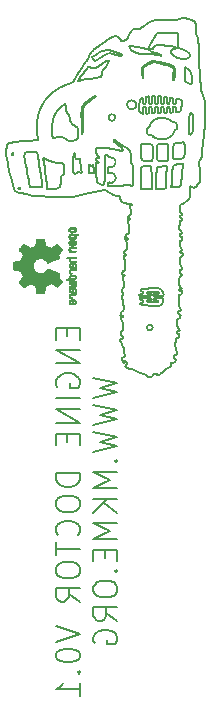
<source format=gbr>
%TF.GenerationSoftware,KiCad,Pcbnew,(5.1.6)-1*%
%TF.CreationDate,2021-04-30T10:44:39-04:00*%
%TF.ProjectId,Engine_Doctor_v0.1,456e6769-6e65-45f4-946f-63746f725f76,rev?*%
%TF.SameCoordinates,Original*%
%TF.FileFunction,Legend,Bot*%
%TF.FilePolarity,Positive*%
%FSLAX46Y46*%
G04 Gerber Fmt 4.6, Leading zero omitted, Abs format (unit mm)*
G04 Created by KiCad (PCBNEW (5.1.6)-1) date 2021-04-30 10:44:39*
%MOMM*%
%LPD*%
G01*
G04 APERTURE LIST*
%ADD10C,0.200000*%
%ADD11C,0.150000*%
%ADD12C,0.010000*%
G04 APERTURE END LIST*
D10*
X200856863Y-97508639D02*
X201020266Y-97288656D01*
X200719200Y-97699379D02*
X200856863Y-97508639D01*
X200601421Y-97866313D02*
X200719200Y-97699379D01*
X202034068Y-97659006D02*
X201656293Y-97707484D01*
X202000729Y-99189474D02*
G75*
G02*
X202102526Y-99177976I63296J-104006D01*
G01*
X201177171Y-99796758D02*
G75*
G02*
X201407625Y-99593148I1761411J-1761409D01*
G01*
X202583157Y-97597950D02*
X202034068Y-97659006D01*
X200681478Y-97896450D02*
G75*
G02*
X200908961Y-97838017I712923J-2303420D01*
G01*
X200952172Y-100097103D02*
G75*
G02*
X201010455Y-99999058I947817J-497090D01*
G01*
X200619681Y-97905689D02*
G75*
G02*
X200600733Y-97900615I3964J52720D01*
G01*
X202676270Y-97058621D02*
G75*
G02*
X202764420Y-96911154I1009666J-503455D01*
G01*
X202604430Y-97341422D02*
G75*
G02*
X202629258Y-97187485I1007829J-83579D01*
G01*
X201261793Y-97770803D02*
X200908961Y-97838017D01*
X200681478Y-97896451D02*
G75*
G02*
X200647932Y-97904408I-75855J245082D01*
G01*
X202041219Y-99260567D02*
X201939666Y-99339803D01*
X201088114Y-99894731D02*
G75*
G02*
X201177171Y-99796758I1072208J-885176D01*
G01*
X201407625Y-99593148D02*
X201706068Y-99377536D01*
X202107519Y-99198501D02*
G75*
G02*
X202041219Y-99260567I-699397J680651D01*
G01*
X201706068Y-99377536D02*
X202000729Y-99189475D01*
X201656293Y-97707484D02*
X201261793Y-97770803D01*
X202629258Y-97187485D02*
G75*
G02*
X202676271Y-97058621I592602J-143187D01*
G01*
X202102526Y-99177976D02*
G75*
G02*
X202107518Y-99198500I-3943J-11828D01*
G01*
X200925146Y-100173454D02*
G75*
G02*
X200952172Y-100097102I279005J-55802D01*
G01*
X200593977Y-97889871D02*
G75*
G02*
X200601421Y-97866313I41001J0D01*
G01*
X200647932Y-97904409D02*
G75*
G02*
X200619681Y-97905689I-19421J116154D01*
G01*
X202604430Y-97341423D02*
X202583157Y-97597950D01*
X200600732Y-97900615D02*
G75*
G02*
X200593977Y-97889871I5167J10744D01*
G01*
X201010455Y-99999057D02*
G75*
G02*
X201088114Y-99894730I1076133J-719978D01*
G01*
X203153168Y-96378978D02*
X203053307Y-96519964D01*
X200424425Y-104507902D02*
G75*
G02*
X200392485Y-104437868I525593J282008D01*
G01*
X200586604Y-105605610D02*
X200498356Y-105663676D01*
X200638040Y-105588497D02*
G75*
G02*
X200685897Y-105597475I8473J-86877D01*
G01*
X203071829Y-96209727D02*
G75*
G02*
X203207228Y-96193048I166822J-796322D01*
G01*
X200358227Y-104304655D02*
X200373881Y-104378418D01*
X202363514Y-96631514D02*
X202636427Y-96458589D01*
X201798257Y-96844141D02*
G75*
G02*
X201733312Y-96818122I65669J257979D01*
G01*
X202090252Y-96787080D02*
X202363514Y-96631514D01*
X201461757Y-96719114D02*
G75*
G02*
X201489389Y-96694629I84492J-67516D01*
G01*
X200574420Y-104514724D02*
X200626763Y-104496506D01*
X200214835Y-105604294D02*
G75*
G02*
X200180149Y-105498001I448935J205307D01*
G01*
X200497367Y-104539053D02*
G75*
G02*
X200455092Y-104535848I-16366J64537D01*
G01*
X201610061Y-96733782D02*
G75*
G02*
X201663442Y-96771372I-327683J-522036D01*
G01*
X201333915Y-96880045D02*
X201461757Y-96719115D01*
X200161775Y-105364364D02*
G75*
G02*
X200156933Y-105182621I2029123J144995D01*
G01*
X201941888Y-96842253D02*
G75*
G02*
X201865444Y-96851618I-87730J399431D01*
G01*
X200177780Y-104702047D02*
X200193216Y-104490934D01*
X201020266Y-97288656D02*
X201186735Y-97069235D01*
X200685898Y-105597475D02*
G75*
G02*
X200754700Y-105638676I-253414J-501227D01*
G01*
X200785518Y-104818985D02*
X200814880Y-105020725D01*
X200209614Y-104308962D02*
X200223979Y-104204293D01*
X200626763Y-104496506D02*
X200673587Y-104483832D01*
X200193216Y-104490934D02*
X200209614Y-104308962D01*
X200347486Y-104229008D02*
X200358227Y-104304655D01*
X200586604Y-105605610D02*
G75*
G02*
X200638040Y-105588497I63281J-104344D01*
G01*
X200165709Y-104916793D02*
X200177780Y-104702047D01*
X200758082Y-104646329D02*
X200785518Y-104818985D01*
X200732686Y-104496329D02*
X200758082Y-104646329D01*
X200455093Y-104535848D02*
G75*
G02*
X200424426Y-104507903I24252J57413D01*
G01*
X203235062Y-96257871D02*
X203153168Y-96378978D01*
X203243978Y-96228405D02*
G75*
G02*
X203235062Y-96257871I-53151J0D01*
G01*
X202090252Y-96787079D02*
G75*
G02*
X201941888Y-96842252I-270189J499491D01*
G01*
X200275788Y-105724337D02*
X200214836Y-105604293D01*
X200498356Y-105663676D02*
X200374182Y-105746293D01*
X203207229Y-96193049D02*
G75*
G02*
X203243977Y-96228405I1366J-35356D01*
G01*
X202921875Y-96254428D02*
G75*
G02*
X203071829Y-96209728I342994J-876760D01*
G01*
X201558186Y-96706252D02*
G75*
G02*
X201610061Y-96733782I-163247J-370244D01*
G01*
X200908250Y-105713088D02*
G75*
G02*
X200851039Y-105699523I-5267J105211D01*
G01*
X200814880Y-105020725D02*
X200845427Y-105227392D01*
X202818978Y-96317440D02*
G75*
G02*
X202921874Y-96254428I228028J-256846D01*
G01*
X200711744Y-104476578D02*
G75*
G02*
X200724646Y-104480795I2295J-14824D01*
G01*
X201733311Y-96818121D02*
G75*
G02*
X201663442Y-96771372I268672J477134D01*
G01*
X202818977Y-96317440D02*
G75*
G02*
X202636427Y-96458589I-1129961J1272769D01*
G01*
X200392485Y-104437868D02*
G75*
G02*
X200373881Y-104378418I485174J184462D01*
G01*
X201865444Y-96851617D02*
G75*
G02*
X201798257Y-96844140I-6760J244860D01*
G01*
X200931605Y-105689168D02*
G75*
G02*
X200908250Y-105713088I-24585J642D01*
G01*
X200673587Y-104483832D02*
X200711743Y-104476578D01*
X201514259Y-96690910D02*
G75*
G02*
X201558187Y-96706252I-74601J-284164D01*
G01*
X200851039Y-105699524D02*
G75*
G02*
X200754700Y-105638676I589332J1039782D01*
G01*
X200921495Y-105630325D02*
G75*
G02*
X200905098Y-105572617I313093J120145D01*
G01*
X200845427Y-105227392D02*
X200876490Y-105415587D01*
X201186735Y-97069235D02*
X201333915Y-96880045D01*
X200180149Y-105498001D02*
G75*
G02*
X200161775Y-105364364I1012538J207302D01*
G01*
X200318956Y-105756027D02*
G75*
G02*
X200275788Y-105724337I13259J63308D01*
G01*
X200374182Y-105746294D02*
G75*
G02*
X200318955Y-105756027I-39766J64084D01*
G01*
X200921495Y-105630325D02*
G75*
G02*
X200931605Y-105689169I-142923J-54845D01*
G01*
X201489389Y-96694629D02*
G75*
G02*
X201514259Y-96690911I16770J-27135D01*
G01*
X200724645Y-104480795D02*
G75*
G02*
X200732686Y-104496329I-20413J-20414D01*
G01*
X200876490Y-105415587D02*
X200905098Y-105572617D01*
X200156933Y-105182621D02*
X200165709Y-104916793D01*
X200574420Y-104514724D02*
G75*
G02*
X200497367Y-104539053I-249908J657306D01*
G01*
X202934841Y-96678796D02*
X202764420Y-96911154D01*
X203053307Y-96519964D02*
X202934841Y-96678796D01*
X210031486Y-100876380D02*
G75*
G02*
X210052075Y-100779293I563001J-68667D01*
G01*
X209992518Y-101300163D02*
X210010559Y-101070309D01*
X210010559Y-101070309D02*
X210031486Y-100876381D01*
X206611237Y-99821461D02*
G75*
G02*
X206596587Y-99747053I210215J80034D01*
G01*
X206143426Y-99855948D02*
G75*
G02*
X206110746Y-99829237I8921J44261D01*
G01*
X206316093Y-99719369D02*
G75*
G02*
X206301190Y-99796644I-257631J9612D01*
G01*
X207143977Y-99541793D02*
X207146797Y-99731971D01*
X206718978Y-99866794D02*
G75*
G02*
X206646910Y-99855394I0J233499D01*
G01*
X206843977Y-99541793D02*
X206843977Y-99216793D01*
X206841352Y-99747970D02*
X206843977Y-99541793D01*
X206301190Y-99796643D02*
G75*
G02*
X206267850Y-99836590I-71092J25447D01*
G01*
X206319585Y-99541793D02*
X206322957Y-99352067D01*
X207143977Y-99216793D02*
X207143977Y-99541793D01*
X206377051Y-99245075D02*
G75*
G02*
X206457085Y-99225972I119739J-324453D01*
G01*
X206206478Y-99857771D02*
G75*
G02*
X206143426Y-99855948I-26216J184586D01*
G01*
X207190675Y-99852192D02*
G75*
G02*
X207160324Y-99813668I34666J58529D01*
G01*
X206110746Y-99829238D02*
G75*
G02*
X206096619Y-99764498I166507J70246D01*
G01*
X207160323Y-99813669D02*
G75*
G02*
X207146797Y-99731971I295287J90858D01*
G01*
X206841352Y-99747970D02*
G75*
G02*
X206826670Y-99821793I-221277J5636D01*
G01*
X206646910Y-99855393D02*
G75*
G02*
X206611237Y-99821461I17590J54211D01*
G01*
X206267850Y-99836591D02*
G75*
G02*
X206206477Y-99857771I-85387J147911D01*
G01*
X206593977Y-99538472D02*
X206596587Y-99747053D01*
X206339000Y-99281013D02*
G75*
G02*
X206377051Y-99245075I61137J-26618D01*
G01*
X206457085Y-99225972D02*
X206593977Y-99210151D01*
X206993977Y-99216793D02*
X207143977Y-99216793D01*
X206843977Y-99216793D02*
X206993977Y-99216793D01*
X206593977Y-99210151D02*
X206593977Y-99538472D01*
X206826670Y-99821793D02*
G75*
G02*
X206791019Y-99855498I-53046J20402D01*
G01*
X206791018Y-99855498D02*
G75*
G02*
X206718977Y-99866793I-72040J224085D01*
G01*
X206316093Y-99719369D02*
X206319585Y-99541793D01*
X206322957Y-99352067D02*
G75*
G02*
X206339001Y-99281013I194204J-6513D01*
G01*
X207820074Y-115855102D02*
G75*
G02*
X207843977Y-116015188I-524123J-160085D01*
G01*
X207427311Y-116116793D02*
X207141124Y-116113053D01*
X207680098Y-116114285D02*
X207427311Y-116116793D01*
X206023614Y-115543264D02*
G75*
G02*
X206119832Y-115536129I126313J-1050948D01*
G01*
X205806333Y-116005074D02*
G75*
G02*
X205850047Y-115985745I121569J-215843D01*
G01*
X206590937Y-116114475D02*
X206264811Y-116116793D01*
X207826152Y-116070332D02*
G75*
G02*
X207780217Y-116101245I-64897J46850D01*
G01*
X206467911Y-115803504D02*
G75*
G02*
X206539811Y-115781169I108706J-223040D01*
G01*
X206785113Y-115966670D02*
G75*
G02*
X206793977Y-116016793I-137277J-50123D01*
G01*
X207420043Y-115803504D02*
G75*
G02*
X207443977Y-115841793I-18661J-38290D01*
G01*
X206543978Y-115474852D02*
G75*
G02*
X206795247Y-115431947I418205J-1691958D01*
G01*
X206618978Y-115916794D02*
G75*
G02*
X206538776Y-115912699I-1J787488D01*
G01*
X206943977Y-115766793D02*
X206676475Y-115769556D01*
X207128010Y-115921123D02*
G75*
G02*
X207224327Y-115916793I96318J-1069100D01*
G01*
X205961325Y-115560054D02*
G75*
G02*
X206023615Y-115543265I89176J-206913D01*
G01*
X207003190Y-115956774D02*
G75*
G02*
X207054219Y-115934815I109939J-185205D01*
G01*
X207021868Y-116094578D02*
G75*
G02*
X206977541Y-116053587I18686J64671D01*
G01*
X206093977Y-99591104D02*
X206096619Y-99764498D01*
X206086599Y-99394219D02*
X206093977Y-99591104D01*
X206049147Y-99334714D02*
G75*
G02*
X206086599Y-99394219I-37482J-65130D01*
G01*
X205990392Y-99343382D02*
G75*
G02*
X206049148Y-99334714I34863J-32848D01*
G01*
X206455281Y-115875266D02*
G75*
G02*
X206443977Y-115841793I43908J33473D01*
G01*
X207522383Y-115489995D02*
G75*
G02*
X207645910Y-115570609I-156731J-375109D01*
G01*
X205756227Y-116054293D02*
G75*
G02*
X205772755Y-116029081I55255J-18198D01*
G01*
X205854304Y-116103304D02*
G75*
G02*
X205771695Y-116084887I53255J433357D01*
G01*
X206538776Y-115912698D02*
G75*
G02*
X206485644Y-115898936I18526J180964D01*
G01*
X207443977Y-115841794D02*
G75*
G02*
X207430588Y-115876524I-51737J0D01*
G01*
X206326572Y-115515793D02*
X206443328Y-115496574D01*
X207843977Y-116015188D02*
G75*
G02*
X207826153Y-116070332I-94212J0D01*
G01*
X207054218Y-115934814D02*
G75*
G02*
X207128010Y-115921123I109818J-386183D01*
G01*
X206443328Y-115496574D02*
X206543977Y-115474852D01*
X205883899Y-99470202D02*
G75*
G02*
X205990392Y-99343382I1161257J-867003D01*
G01*
X206715331Y-116101931D02*
G75*
G02*
X206590937Y-116114475I-134709J712843D01*
G01*
X206485644Y-115898936D02*
G75*
G02*
X206455281Y-115875266I29801J69536D01*
G01*
X207394869Y-115900026D02*
G75*
G02*
X207329956Y-115913129I-82632J242004D01*
G01*
X205850047Y-115985745D02*
G75*
G02*
X205897894Y-115974503I86965J-262692D01*
G01*
X206977772Y-115986905D02*
G75*
G02*
X207003190Y-115956774I56078J-21519D01*
G01*
X207211480Y-115769556D02*
X206943977Y-115766793D01*
X205772754Y-116029081D02*
G75*
G02*
X205806332Y-116005074I127754J-143198D01*
G01*
X206710191Y-115920903D02*
G75*
G02*
X206759602Y-115936436I-10937J-121143D01*
G01*
X207430588Y-115876524D02*
G75*
G02*
X207394869Y-115900025I-63327J57353D01*
G01*
X205771695Y-116084886D02*
G75*
G02*
X205756227Y-116054293I7536J23017D01*
G01*
X206539811Y-115781169D02*
G75*
G02*
X206676475Y-115769556I158764J-1058425D01*
G01*
X207141124Y-116113053D02*
G75*
G02*
X207021868Y-116094577I12394J474110D01*
G01*
X206618977Y-115916794D02*
G75*
G02*
X206710191Y-115920903I1J-1014399D01*
G01*
X206003369Y-116114018D02*
G75*
G02*
X205854304Y-116103303I31412J1479310D01*
G01*
X206443977Y-115841794D02*
G75*
G02*
X206467911Y-115803504I42596J0D01*
G01*
X205923381Y-115588177D02*
G75*
G02*
X205961325Y-115560054I78786J-66640D01*
G01*
X207334614Y-115439553D02*
G75*
G02*
X207522383Y-115489994I-94130J-725120D01*
G01*
X207645910Y-115570609D02*
G75*
G02*
X207749964Y-115699335I-438895J-461192D01*
G01*
X206212240Y-115530007D02*
X206326572Y-115515793D01*
X206264811Y-116116793D02*
X206003368Y-116114018D01*
X206793977Y-116016793D02*
G75*
G02*
X206771848Y-116071477I-78628J-1D01*
G01*
X206771848Y-116071476D02*
G75*
G02*
X206715332Y-116101931I-76211J73761D01*
G01*
X207211480Y-115769556D02*
G75*
G02*
X207348144Y-115781169I-22100J-1070038D01*
G01*
X206759602Y-115936437D02*
G75*
G02*
X206785113Y-115966670I-28557J-49975D01*
G01*
X207074393Y-115420711D02*
G75*
G02*
X207334614Y-115439554I-35558J-2297367D01*
G01*
X207749964Y-115699335D02*
G75*
G02*
X207820075Y-115855102I-577321J-353514D01*
G01*
X207348144Y-115781168D02*
G75*
G02*
X207420044Y-115803504I-36806J-245376D01*
G01*
X207224327Y-115916793D02*
X207329956Y-115913129D01*
X207780217Y-116101245D02*
G75*
G02*
X207680098Y-116114285I-109271J448097D01*
G01*
X206795246Y-115431947D02*
G75*
G02*
X207074392Y-115420711I240319J-2497424D01*
G01*
X206977540Y-116053587D02*
G75*
G02*
X206977772Y-115986905I87911J33036D01*
G01*
X206119832Y-115536129D02*
X206212240Y-115530007D01*
X199290739Y-105868720D02*
X199130285Y-105941793D01*
X199416549Y-105368720D02*
X199451193Y-105795646D01*
X199364613Y-104911771D02*
G75*
G02*
X199372495Y-104935389I-54173J-31204D01*
G01*
X199346241Y-104898800D02*
G75*
G02*
X199364612Y-104911772I-4831J-26337D01*
G01*
X198681587Y-104808153D02*
G75*
G02*
X198366463Y-104729713I683217J3416945D01*
G01*
X197738741Y-104418359D02*
X197787337Y-104450830D01*
X197841536Y-104488094D02*
X197893977Y-104525221D01*
X199124631Y-106377934D02*
X199117737Y-106616253D01*
X199123968Y-104864911D02*
X199245424Y-104881514D01*
X198983149Y-104850925D02*
G75*
G02*
X198681587Y-104808153I227643J2689456D01*
G01*
X199101348Y-106751880D02*
G75*
G02*
X199070502Y-106842202I-351804J69717D01*
G01*
X198983148Y-104850925D02*
X199123968Y-104864911D01*
X198366463Y-104729712D02*
G75*
G02*
X198084850Y-104630637I896606J2998294D01*
G01*
X199117737Y-106616254D02*
G75*
G02*
X199101348Y-106751880I-906105J40690D01*
G01*
X197706477Y-104398136D02*
X197738741Y-104418359D01*
X199402020Y-105202942D02*
X199416549Y-105368720D01*
X198697149Y-107042666D02*
G75*
G02*
X198464593Y-107062764I-243072J1457142D01*
G01*
X199451193Y-105795646D02*
X199290739Y-105868720D01*
X198895183Y-106992005D02*
G75*
G02*
X198697149Y-107042667I-395747J1134569D01*
G01*
X199018245Y-106914777D02*
G75*
G02*
X198895184Y-106992005I-230381J230447D01*
G01*
X199130285Y-105941793D02*
X199124631Y-106377934D01*
X199387002Y-105058384D02*
X199402020Y-105202942D01*
X199245424Y-104881514D02*
X199346241Y-104898799D01*
X197787337Y-104450830D02*
X197841536Y-104488094D01*
X196081275Y-104077747D02*
G75*
G02*
X196132784Y-104001924I181683J-68017D01*
G01*
X199372495Y-104935389D02*
X199387002Y-105058384D01*
X199070503Y-106842202D02*
G75*
G02*
X199018245Y-106914778I-248869J124093D01*
G01*
X198084849Y-104630638D02*
G75*
G02*
X197893977Y-104525221I346925J853670D01*
G01*
X197872713Y-106006783D02*
X197821609Y-105662687D01*
X198788093Y-102688979D02*
X198688488Y-102719127D01*
X199017144Y-102637001D02*
G75*
G02*
X199212788Y-102642531I80516J-614959D01*
G01*
X200059689Y-101472970D02*
X200115211Y-101521400D01*
X200059688Y-101472971D02*
G75*
G02*
X200015540Y-101422370I168291J191392D01*
G01*
X199579345Y-100225343D02*
X199598243Y-100387891D01*
X198551082Y-100955158D02*
G75*
G02*
X198660345Y-100711521I1879020J-696358D01*
G01*
X199567210Y-100102153D02*
X199579345Y-100225343D01*
X199552699Y-99993992D02*
X199567210Y-100102153D01*
X198403876Y-102108300D02*
X198413711Y-101609989D01*
X200568977Y-101909107D02*
X200586207Y-102328176D01*
X199973370Y-101348542D02*
G75*
G02*
X199939240Y-101265097I629647J306233D01*
G01*
X198471895Y-101217470D02*
G75*
G02*
X198551082Y-100955158I2161896J-509532D01*
G01*
X197918424Y-106324008D02*
X197872713Y-106006783D01*
X198464593Y-107062765D02*
G75*
G02*
X198230658Y-107046159I-10714J1505146D01*
G01*
X198528065Y-102753766D02*
G75*
G02*
X198507667Y-102747150I-3715J23299D01*
G01*
X198979568Y-100261655D02*
G75*
G02*
X199130114Y-100114347I1270288J-1147628D01*
G01*
X200347485Y-104229008D02*
G75*
G02*
X200343977Y-104163538I609124J65470D01*
G01*
X198413711Y-101609989D02*
G75*
G02*
X198471894Y-101217470I2351569J-148000D01*
G01*
X199212788Y-102642531D02*
G75*
G02*
X199399340Y-102709020I-118562J-627606D01*
G01*
X199665221Y-100583438D02*
G75*
G02*
X199625123Y-100499514I325856J207234D01*
G01*
X200189741Y-102987760D02*
G75*
G02*
X199995373Y-103017017I-169804J467819D01*
G01*
X200015541Y-101422370D02*
G75*
G02*
X199973370Y-101348543I534850J354466D01*
G01*
X199939241Y-101265097D02*
G75*
G02*
X199919308Y-101184333I482237J161856D01*
G01*
X197772377Y-105341793D02*
X197680246Y-104739124D01*
X200368977Y-101739087D02*
X200568977Y-101909107D01*
X197654986Y-104508553D02*
G75*
G02*
X197665393Y-104414166I265243J18522D01*
G01*
X200115211Y-101521400D02*
X200195624Y-101590782D01*
X199467792Y-99874652D02*
G75*
G02*
X199525991Y-99882140I24250J-41437D01*
G01*
X198802395Y-100481950D02*
G75*
G02*
X198979568Y-100261655I2006080J-1432009D01*
G01*
X199798538Y-100740643D02*
G75*
G02*
X199843838Y-100825052I-278504J-203825D01*
G01*
X199130114Y-100114347D02*
G75*
G02*
X199305100Y-99978536I1368556J-1582680D01*
G01*
X200334304Y-104043494D02*
G75*
G02*
X200343977Y-104163538I-740051J-120044D01*
G01*
X200298696Y-104022086D02*
G75*
G02*
X200334305Y-104043495I8750J-25765D01*
G01*
X197949509Y-106552397D02*
X197918424Y-106324008D01*
X200256414Y-104066134D02*
G75*
G02*
X200298696Y-104022087I63606J-18741D01*
G01*
X198429749Y-102579831D02*
X198403876Y-102108300D01*
X200223979Y-104204294D02*
G75*
G02*
X200256414Y-104066134I1249745J-220506D01*
G01*
X198507667Y-102747150D02*
G75*
G02*
X198429749Y-102579831I190531J190530D01*
G01*
X198600471Y-102740491D02*
X198528065Y-102753766D01*
X198788093Y-102688978D02*
G75*
G02*
X199017144Y-102637000I393286J-1202407D01*
G01*
X199803539Y-102968795D02*
G75*
G02*
X199601007Y-102842548I448866J945668D01*
G01*
X199995372Y-103017017D02*
G75*
G02*
X199803539Y-102968795I24953J504945D01*
G01*
X200399779Y-102882019D02*
G75*
G02*
X200189741Y-102987760I-550184J831383D01*
G01*
X200284393Y-101666948D02*
X200368977Y-101739087D01*
X200195624Y-101590782D02*
X200284393Y-101666948D01*
X197680246Y-104739124D02*
X197654987Y-104508553D01*
X198660345Y-100711521D02*
G75*
G02*
X198802395Y-100481949I1811643J-962240D01*
G01*
X199724382Y-100655779D02*
G75*
G02*
X199798538Y-100740642I-452940J-470624D01*
G01*
X197821609Y-105662687D02*
X197772377Y-105341793D01*
X199843838Y-100825052D02*
G75*
G02*
X199877486Y-100946359I-714543J-263518D01*
G01*
X199537602Y-99904314D02*
X199552699Y-99993992D01*
X198230658Y-107046159D02*
X198009541Y-107013000D01*
X200603436Y-102747245D02*
X200399779Y-102882019D01*
X200586207Y-102328176D02*
X200603436Y-102747245D01*
X199305100Y-99978536D02*
X199467793Y-99874652D01*
X197665394Y-104414167D02*
G75*
G02*
X197706477Y-104398136I26780J-7972D01*
G01*
X198009541Y-107013000D02*
X197949509Y-106552397D01*
X199877486Y-100946359D02*
X199919308Y-101184333D01*
X199625123Y-100499514D02*
G75*
G02*
X199598243Y-100387891I614183J206951D01*
G01*
X199525992Y-99882139D02*
G75*
G02*
X199537602Y-99904314I-29657J-29656D01*
G01*
X199724382Y-100655780D02*
G75*
G02*
X199665222Y-100583438I272818J283470D01*
G01*
X198688488Y-102719127D02*
X198600471Y-102740491D01*
X199399339Y-102709021D02*
G75*
G02*
X199601007Y-102842548I-666335J-1225423D01*
G01*
X205166746Y-108372758D02*
G75*
G02*
X205157291Y-108419469I-29426J-18356D01*
G01*
X197440018Y-107679324D02*
X198148093Y-107708719D01*
X204641604Y-108254273D02*
X204774138Y-108292278D01*
X203897052Y-107616794D02*
G75*
G02*
X203762198Y-107605001I0J776945D01*
G01*
X194985177Y-106381693D02*
X195150646Y-107013377D01*
X204209271Y-108001645D02*
G75*
G02*
X204173097Y-107854293I1456997J435801D01*
G01*
X203897052Y-107616793D02*
X204127218Y-107616793D01*
X196814574Y-107616333D02*
X197440018Y-107679324D01*
X205110927Y-108336320D02*
G75*
G02*
X205166746Y-108372757I-11323J-78321D01*
G01*
X204329936Y-108130328D02*
G75*
G02*
X204252593Y-108075718I104674J230320D01*
G01*
X203268450Y-107383558D02*
X203481498Y-107502142D01*
X196214816Y-107515346D02*
X196814574Y-107616333D01*
X204127218Y-107616793D02*
X204173097Y-107854293D01*
X203762197Y-107605001D02*
G75*
G02*
X203633118Y-107569988I128543J729335D01*
G01*
X203633118Y-107569987D02*
G75*
G02*
X203481498Y-107502142I441700J1190439D01*
G01*
X195536243Y-107349387D02*
G75*
G02*
X195357954Y-107275283I432879J1293015D01*
G01*
X202870014Y-107150323D02*
X203268450Y-107383558D01*
X200168977Y-107687461D02*
X201519496Y-107418892D01*
X199002842Y-107707454D02*
X200168977Y-107687461D01*
X195803189Y-107425125D02*
X196214816Y-107515346D01*
X204970873Y-108645753D02*
G75*
G02*
X204958446Y-108562877I198970J72204D01*
G01*
X204986141Y-108511443D02*
G75*
G02*
X205066388Y-108467778I200849J-273545D01*
G01*
X204978438Y-108326794D02*
G75*
G02*
X205110927Y-108336321I0J-925965D01*
G01*
X204978438Y-108326794D02*
G75*
G02*
X204894703Y-108318952I0J450994D01*
G01*
X201519496Y-107418892D02*
X202870014Y-107150323D01*
X204515799Y-108209293D02*
X204641604Y-108254273D01*
X194788980Y-105534686D02*
X194985177Y-106381693D01*
X204329936Y-108130329D02*
X204515799Y-108209293D01*
X195357954Y-107275283D02*
G75*
G02*
X195248360Y-107191793I166746J332558D01*
G01*
X195248360Y-107191793D02*
G75*
G02*
X195150646Y-107013377I327926J295562D01*
G01*
X204958446Y-108562877D02*
G75*
G02*
X204986141Y-108511443I67980J-3432D01*
G01*
X195803189Y-107425125D02*
G75*
G02*
X195536243Y-107349387I678627J2900173D01*
G01*
X204774138Y-108292278D02*
X204894703Y-108318952D01*
X198148093Y-107708719D02*
X199002842Y-107707454D01*
X204252593Y-108075719D02*
G75*
G02*
X204209272Y-108001646I130629J126103D01*
G01*
X194551835Y-104391793D02*
X194788980Y-105534686D01*
X205157292Y-108419468D02*
G75*
G02*
X205066388Y-108467778I-237437J337102D01*
G01*
X208462607Y-121827229D02*
G75*
G02*
X208473197Y-121789570I51896J5724D01*
G01*
X208769176Y-121440855D02*
G75*
G02*
X208746554Y-121412246I91487J95590D01*
G01*
X209102311Y-119316793D02*
G75*
G02*
X209162290Y-119327921I0J-167207D01*
G01*
X208890171Y-121509794D02*
G75*
G02*
X208874018Y-121564908I-121059J5555D01*
G01*
X208952697Y-119680791D02*
G75*
G02*
X209001576Y-119666793I48880J-78345D01*
G01*
X209173507Y-119095120D02*
G75*
G02*
X209145475Y-119103022I-24179J32103D01*
G01*
X208506573Y-121771069D02*
G75*
G02*
X208592392Y-121766793I85819J-858966D01*
G01*
X209083573Y-119630972D02*
G75*
G02*
X209043005Y-119657649I-110254J123479D01*
G01*
X209145475Y-119103022D02*
G75*
G02*
X209100176Y-119093761I21016J218201D01*
G01*
X209162290Y-119327920D02*
G75*
G02*
X209188769Y-119359517I-15245J-39670D01*
G01*
X207975006Y-122351109D02*
X208158021Y-122227417D01*
X208773387Y-121703054D02*
G75*
G02*
X208720732Y-121738106I-164290J189724D01*
G01*
X208816143Y-121655669D02*
G75*
G02*
X208773387Y-121703055I-212948J149155D01*
G01*
X208796643Y-121460167D02*
G75*
G02*
X208769176Y-121440856I49863J100109D01*
G01*
X209055875Y-119085957D02*
G75*
G02*
X209100176Y-119093761I-7019J-169498D01*
G01*
X208824808Y-121466794D02*
G75*
G02*
X208872667Y-121478877I1J-100815D01*
G01*
X209145215Y-119538538D02*
X209185655Y-119419963D01*
X209022377Y-119094161D02*
G75*
G02*
X209055874Y-119085957I30930J-53800D01*
G01*
X208997830Y-119119214D02*
G75*
G02*
X209022378Y-119094161I56870J-31171D01*
G01*
X208980614Y-119162496D02*
G75*
G02*
X208997830Y-119119214I183949J-48104D01*
G01*
X208973959Y-120849829D02*
G75*
G02*
X208982919Y-120976618I-334716J-87364D01*
G01*
X208946283Y-121059187D02*
G75*
G02*
X208873931Y-121092036I-72598J63799D01*
G01*
X208486796Y-122004535D02*
G75*
G02*
X208471822Y-122055519I-83766J-3088D01*
G01*
X208804430Y-121116498D02*
G75*
G02*
X208873931Y-121092036I69787J-87318D01*
G01*
X208724060Y-121278019D02*
G75*
G02*
X208750498Y-121183531I264776J-23143D01*
G01*
X208816142Y-121655668D02*
X208874018Y-121564908D01*
X208969053Y-119237725D02*
G75*
G02*
X208980614Y-119162496I368627J-18146D01*
G01*
X209043004Y-119657649D02*
G75*
G02*
X209001576Y-119666793I-41427J89267D01*
G01*
X208473196Y-121789570D02*
G75*
G02*
X208506573Y-121771070I38174J-29513D01*
G01*
X208824809Y-121466793D02*
G75*
G02*
X208796643Y-121460167I0J63175D01*
G01*
X207774347Y-122511060D02*
X207975006Y-122351109D01*
X208983732Y-119283656D02*
G75*
G02*
X208969053Y-119237725I53951J42553D01*
G01*
X209102311Y-119316794D02*
G75*
G02*
X209025213Y-119309125I0J391375D01*
G01*
X208720732Y-121738106D02*
G75*
G02*
X208659728Y-121759537I-117088J235757D01*
G01*
X208746553Y-121412246D02*
G75*
G02*
X208732550Y-121378495I114948J67472D01*
G01*
X209025214Y-119309124D02*
G75*
G02*
X208983732Y-119283656I13892J69143D01*
G01*
X208872667Y-121478878D02*
G75*
G02*
X208890171Y-121509794I-15849J-29386D01*
G01*
X209188768Y-119359518D02*
G75*
G02*
X209185655Y-119419963I-123691J-23932D01*
G01*
X209118989Y-119589891D02*
G75*
G02*
X209083573Y-119630971I-174288J114449D01*
G01*
X208750499Y-121183531D02*
G75*
G02*
X208804430Y-121116497I177534J-87622D01*
G01*
X208732550Y-121378495D02*
G75*
G02*
X208724060Y-121278019I285842J74750D01*
G01*
X208919025Y-120698955D02*
G75*
G02*
X208865905Y-120550649I719051J341212D01*
G01*
X208893437Y-119792338D02*
G75*
G02*
X208918366Y-119718589I282340J-54348D01*
G01*
X208842623Y-120194142D02*
X208870947Y-119929293D01*
X208870947Y-119929293D02*
X208893438Y-119792338D01*
X208919024Y-120698955D02*
G75*
G02*
X208973959Y-120849829I-773746J-367167D01*
G01*
X208982919Y-120976618D02*
G75*
G02*
X208946284Y-121059187I-150200J17230D01*
G01*
X208471822Y-122055519D02*
G75*
G02*
X208426358Y-122095174I-101925J70966D01*
G01*
X207560951Y-122704293D02*
X207774347Y-122511060D01*
X207436530Y-122814889D02*
X207560951Y-122704293D01*
X208476466Y-121916738D02*
G75*
G02*
X208486796Y-122004535I-540511J-108102D01*
G01*
X209160000Y-118908935D02*
G75*
G02*
X209177791Y-118942190I-152959J-103221D01*
G01*
X208918366Y-119718589D02*
G75*
G02*
X208952697Y-119680791I83990J-41796D01*
G01*
X208841119Y-120390551D02*
G75*
G02*
X208842623Y-120194142I1400514J87485D01*
G01*
X209177791Y-118942190D02*
G75*
G02*
X209189893Y-118982176I-203755J-83490D01*
G01*
X209189893Y-118982176D02*
G75*
G02*
X209193977Y-119023114I-203121J-40938D01*
G01*
X208316931Y-122145871D02*
X208426358Y-122095174D01*
X208476467Y-121916738D02*
G75*
G02*
X208462606Y-121827229I1014935J202986D01*
G01*
X209193977Y-119023113D02*
G75*
G02*
X209189243Y-119070181I-236341J-1D01*
G01*
X208865905Y-120550649D02*
G75*
G02*
X208841119Y-120390551I862777J215541D01*
G01*
X208659728Y-121759536D02*
G75*
G02*
X208592392Y-121766793I-67335J308779D01*
G01*
X208158021Y-122227417D02*
G75*
G02*
X208316931Y-122145871I598841J-971358D01*
G01*
X209145214Y-119538538D02*
G75*
G02*
X209118988Y-119589891I-248040J94305D01*
G01*
X209189243Y-119070182D02*
G75*
G02*
X209173507Y-119095121I-40757J8283D01*
G01*
X204981398Y-122266793D02*
G75*
G02*
X204880428Y-122249191I0J298391D01*
G01*
X207274659Y-122728734D02*
G75*
G02*
X207289061Y-122759067I-108566J-70132D01*
G01*
X206706020Y-122957191D02*
X206815707Y-122945293D01*
X206602577Y-122960616D02*
X206706020Y-122957191D01*
X206139598Y-122697470D02*
G75*
G02*
X206284424Y-122753840I-287883J-953859D01*
G01*
X205813695Y-122614870D02*
X205947762Y-122664937D01*
X205655763Y-122548418D02*
X205813695Y-122614870D01*
X204579232Y-121604548D02*
G75*
G02*
X204599722Y-121585156I32646J-13972D01*
G01*
X205168596Y-122326568D02*
X205323195Y-122392352D01*
X204345244Y-121402014D02*
X204358448Y-121522848D01*
X205037939Y-122276721D02*
X205168596Y-122326568D01*
X204880427Y-122249191D02*
G75*
G02*
X204744711Y-122190862I411854J1145325D01*
G01*
X204598993Y-122051052D02*
G75*
G02*
X204616009Y-122023266I202543J-104937D01*
G01*
X204543696Y-121692535D02*
G75*
G02*
X204491713Y-121777623I-253210J96270D01*
G01*
X204345244Y-121402014D02*
G75*
G02*
X204352583Y-121350218I116759J9874D01*
G01*
X204528253Y-121013517D02*
G75*
G02*
X204540043Y-121076455I-442417J-115447D01*
G01*
X204739116Y-121824074D02*
G75*
G02*
X204720732Y-121901688I-172992J-8D01*
G01*
X204539794Y-121236143D02*
G75*
G02*
X204523734Y-121284116I-109750J10068D01*
G01*
X207436530Y-122814889D02*
G75*
G02*
X207357549Y-122858176I-152052J183734D01*
G01*
X207289061Y-122759067D02*
G75*
G02*
X207293977Y-122790224I-96268J-31157D01*
G01*
X206876240Y-122925924D02*
G75*
G02*
X206815707Y-122945293I-88157J171243D01*
G01*
X204622947Y-121590987D02*
X204668964Y-121646893D01*
X207253355Y-122703786D02*
G75*
G02*
X207274659Y-122728734I-82430J-91959D01*
G01*
X204379941Y-121325010D02*
G75*
G02*
X204437394Y-121316793I57453J-196755D01*
G01*
X204523734Y-121284116D02*
G75*
G02*
X204491993Y-121308600I-48481J30034D01*
G01*
X206489567Y-122930001D02*
G75*
G02*
X206463080Y-122894455I49995J64895D01*
G01*
X206011530Y-122676748D02*
G75*
G02*
X206139598Y-122697470I-13585J-490070D01*
G01*
X204721464Y-121737512D02*
G75*
G02*
X204739116Y-121824074I-203466J-86572D01*
G01*
X204491993Y-121308599D02*
G75*
G02*
X204437394Y-121316793I-54599J177815D01*
G01*
X204543977Y-121144744D02*
G75*
G02*
X204539794Y-121236143I-1000547J0D01*
G01*
X207031909Y-122714112D02*
G75*
G02*
X207137060Y-122679226I164248J-319160D01*
G01*
X206284423Y-122753840D02*
G75*
G02*
X206409105Y-122826069I-413093J-856807D01*
G01*
X207357549Y-122858176D02*
G75*
G02*
X207313530Y-122845151I-12471J38746D01*
G01*
X204668964Y-121646893D02*
G75*
G02*
X204721465Y-121737513I-340797J-257960D01*
G01*
X204744711Y-122190862D02*
G75*
G02*
X204621038Y-122120789I654730J1299715D01*
G01*
X207228213Y-122688419D02*
G75*
G02*
X207253355Y-122703786I-29130J-75912D01*
G01*
X207137060Y-122679227D02*
G75*
G02*
X207228213Y-122688419I28700J-171941D01*
G01*
X204491713Y-121777624D02*
G75*
G02*
X204439243Y-121780136I-27481J24768D01*
G01*
X206948027Y-122776454D02*
G75*
G02*
X207031909Y-122714112I230457J-222477D01*
G01*
X206919244Y-122847422D02*
G75*
G02*
X206948027Y-122776454I102597J-290D01*
G01*
X204640274Y-121993753D02*
G75*
G02*
X204668977Y-121966793I233720J-220071D01*
G01*
X205488933Y-122470281D02*
X205655763Y-122548418D01*
X204543696Y-121692535D02*
X204579233Y-121604549D01*
X206919245Y-122847423D02*
G75*
G02*
X206907637Y-122894646I-103054J292D01*
G01*
X204720731Y-121901688D02*
G75*
G02*
X204668977Y-121966793I-181324J91017D01*
G01*
X206602576Y-122960617D02*
G75*
G02*
X206533946Y-122951690I1680J281197D01*
G01*
X206011530Y-122676748D02*
G75*
G02*
X205947762Y-122664937I5804J209389D01*
G01*
X204599721Y-121585156D02*
G75*
G02*
X204622947Y-121590987I7309J-20059D01*
G01*
X204490449Y-120939613D02*
G75*
G02*
X204470627Y-120914349I24488J39622D01*
G01*
X204981398Y-122266793D02*
G75*
G02*
X205037939Y-122276721I0J-165975D01*
G01*
X205323195Y-122392352D02*
X205488933Y-122470281D01*
X204593977Y-122071632D02*
G75*
G02*
X204598992Y-122051051I44738J0D01*
G01*
X204490449Y-120939613D02*
G75*
G02*
X204511121Y-120963588I-27650J-44740D01*
G01*
X204511121Y-120963589D02*
G75*
G02*
X204528254Y-121013517I-322343J-138512D01*
G01*
X204439244Y-121780136D02*
G75*
G02*
X204391493Y-121699223I108755J118729D01*
G01*
X206409105Y-122826070D02*
G75*
G02*
X206463080Y-122894455I-82866J-120896D01*
G01*
X204352583Y-121350219D02*
G75*
G02*
X204379941Y-121325010I39093J-14977D01*
G01*
X204621038Y-122120789D02*
G75*
G02*
X204593977Y-122071632I31118J49157D01*
G01*
X206533946Y-122951690D02*
G75*
G02*
X206489567Y-122930002I30801J119273D01*
G01*
X204616008Y-122023265D02*
G75*
G02*
X204640274Y-121993754I231473J-165593D01*
G01*
X204391493Y-121699223D02*
G75*
G02*
X204358448Y-121522848I1681976J406408D01*
G01*
X204540043Y-121076454D02*
G75*
G02*
X204543977Y-121144744I-590705J-68290D01*
G01*
X206907638Y-122894646D02*
G75*
G02*
X206876240Y-122925925I-64845J33693D01*
G01*
X207313530Y-122845151D02*
G75*
G02*
X207293977Y-122790224I67371J54927D01*
G01*
X204204824Y-119770584D02*
G75*
G02*
X204279231Y-119757831I152026J-663585D01*
G01*
X204223535Y-117535610D02*
G75*
G02*
X204265125Y-117476471I213770J-106144D01*
G01*
X204224811Y-119424977D02*
G75*
G02*
X204189117Y-119318320I170944J116510D01*
G01*
X204456525Y-117029133D02*
X204459505Y-117199291D01*
X204275957Y-118092473D02*
G75*
G02*
X204254823Y-117984116I680221J188912D01*
G01*
X204422797Y-120441794D02*
G75*
G02*
X204454638Y-120497599I-199009J-150532D01*
G01*
X204190358Y-119930306D02*
X204216359Y-119982974D01*
X204367625Y-118416793D02*
G75*
G02*
X204415034Y-118651110I-1430445J-411372D01*
G01*
X204422798Y-120441794D02*
G75*
G02*
X204393722Y-120396464I278239J210462D01*
G01*
X204393722Y-120396464D02*
G75*
G02*
X204368910Y-120342950I441244J237097D01*
G01*
X204368910Y-120342950D02*
G75*
G02*
X204351568Y-120289715I432080J170200D01*
G01*
X204351568Y-120289716D02*
G75*
G02*
X204345568Y-120245731I180890J47079D01*
G01*
X204189117Y-119318320D02*
G75*
G02*
X204213050Y-119199297I248902J11869D01*
G01*
X204265125Y-117476471D02*
G75*
G02*
X204331477Y-117418130I377157J-362049D01*
G01*
X204301464Y-120107981D02*
G75*
G02*
X204324151Y-120154698I-330426J-189327D01*
G01*
X204445347Y-117287212D02*
G75*
G02*
X204407875Y-117350497I-157897J50758D01*
G01*
X204373175Y-119027299D02*
G75*
G02*
X204289472Y-119119204I-171478J72105D01*
G01*
X204339952Y-120203198D02*
G75*
G02*
X204345568Y-120245731I-181713J-45634D01*
G01*
X204216359Y-119982974D02*
X204246018Y-120032641D01*
X204350054Y-119743927D02*
G75*
G02*
X204279231Y-119757831I-122572J437007D01*
G01*
X204171246Y-119790939D02*
G75*
G02*
X204204824Y-119770584I47525J-40524D01*
G01*
X204340075Y-117795009D02*
G75*
G02*
X204379466Y-117782642I100051J-249761D01*
G01*
X204298260Y-117814502D02*
G75*
G02*
X204237090Y-117841915I-225833J421972D01*
G01*
X204237091Y-117841914D02*
G75*
G02*
X204209935Y-117834954I-8515J23235D01*
G01*
X204193977Y-117695050D02*
X204196375Y-117801147D01*
X204439974Y-116782775D02*
X204456525Y-117029133D01*
X204190358Y-119930306D02*
G75*
G02*
X204172645Y-119882831I375463J167130D01*
G01*
X204172644Y-119882832D02*
G75*
G02*
X204160853Y-119824313I296096J90112D01*
G01*
X204275958Y-118092473D02*
X204367626Y-118416793D01*
X204407875Y-117350497D02*
G75*
G02*
X204331477Y-117418130I-421533J399192D01*
G01*
X204390899Y-119719900D02*
G75*
G02*
X204350054Y-119743927I-65898J65294D01*
G01*
X204412246Y-119680431D02*
G75*
G02*
X204390899Y-119719900I-78030J16695D01*
G01*
X204418978Y-119616793D02*
G75*
G02*
X204412246Y-119680431I-304167J0D01*
G01*
X204306477Y-119475816D02*
G75*
G02*
X204224811Y-119424977I16747J117914D01*
G01*
X204201229Y-117605044D02*
G75*
G02*
X204223535Y-117535609I240800J-39056D01*
G01*
X204393629Y-119516358D02*
G75*
G02*
X204412805Y-119557109I-76002J-60650D01*
G01*
X204459505Y-117199291D02*
G75*
G02*
X204445347Y-117287212I-295276J2447D01*
G01*
X204412805Y-119557109D02*
G75*
G02*
X204418977Y-119616793I-285481J-59685D01*
G01*
X204213048Y-119199297D02*
G75*
G02*
X204289472Y-119119204I160099J-76256D01*
G01*
X204209935Y-117834953D02*
G75*
G02*
X204196375Y-117801147I41580J36300D01*
G01*
X204193978Y-117695050D02*
G75*
G02*
X204201229Y-117605045I562188J1D01*
G01*
X204411623Y-117778059D02*
G75*
G02*
X204428267Y-117784416I1215J-21786D01*
G01*
X204306477Y-119475816D02*
G75*
G02*
X204359177Y-119490334I-30167J-212414D01*
G01*
X204416425Y-117866924D02*
G75*
G02*
X204367437Y-117903773I-116539J103942D01*
G01*
X204359178Y-119490334D02*
G75*
G02*
X204393630Y-119516358I-33657J-80374D01*
G01*
X204379466Y-117782642D02*
G75*
G02*
X204411623Y-117778059I42709J-184557D01*
G01*
X204415034Y-118651110D02*
G75*
G02*
X204415927Y-118862908I-916166J-109762D01*
G01*
X204268329Y-117936976D02*
G75*
G02*
X204310198Y-117916793I41869J-33336D01*
G01*
X204298260Y-117814502D02*
G75*
G02*
X204340075Y-117795009I197315J-368686D01*
G01*
X204367437Y-117903772D02*
G75*
G02*
X204310198Y-117916793I-57239J119298D01*
G01*
X204274891Y-120070730D02*
G75*
G02*
X204301464Y-120107981I-173629J-151961D01*
G01*
X204274892Y-120070730D02*
G75*
G02*
X204246018Y-120032641I255956J224014D01*
G01*
X204254824Y-117984116D02*
G75*
G02*
X204268329Y-117936977I63544J7299D01*
G01*
X204439314Y-117821879D02*
G75*
G02*
X204416425Y-117866924I-96725J20811D01*
G01*
X204470627Y-120914349D02*
G75*
G02*
X204460205Y-120865291I229713J74436D01*
G01*
X204460205Y-120865291D02*
G75*
G02*
X204458853Y-120800334I382889J40465D01*
G01*
X204458853Y-120800334D02*
G75*
G02*
X204467680Y-120724162I740197J-47181D01*
G01*
X204476925Y-120636518D02*
G75*
G02*
X204467680Y-120724162I-710586J30644D01*
G01*
X204472640Y-120561766D02*
G75*
G02*
X204476925Y-120636519I-369016J-58654D01*
G01*
X204454639Y-120497599D02*
G75*
G02*
X204472640Y-120561766I-266631J-109408D01*
G01*
X204428266Y-117784416D02*
G75*
G02*
X204439313Y-117821878I-28873J-28874D01*
G01*
X204324151Y-120154698D02*
G75*
G02*
X204339951Y-120203198I-343526J-138738D01*
G01*
X204415927Y-118862909D02*
G75*
G02*
X204373175Y-119027299I-589759J65620D01*
G01*
X204160854Y-119824313D02*
G75*
G02*
X204171247Y-119790939I44212J4537D01*
G01*
X204578026Y-113920220D02*
G75*
G02*
X204546380Y-113954253I-62161J26070D01*
G01*
X204297150Y-116326557D02*
G75*
G02*
X204293511Y-116209479I458488J72848D01*
G01*
X204399977Y-115825685D02*
G75*
G02*
X204423978Y-115850127I-38849J-62152D01*
G01*
X204325797Y-115582997D02*
G75*
G02*
X204393977Y-115491793I267063J-128559D01*
G01*
X204467936Y-115364775D02*
G75*
G02*
X204393977Y-115491793I-236651J52754D01*
G01*
X204536583Y-114307521D02*
G75*
G02*
X204543977Y-114340841I-71384J-33320D01*
G01*
X204392775Y-113988979D02*
X204379903Y-114037761D01*
X204558026Y-112540751D02*
G75*
G02*
X204635919Y-112592376I-190018J-371280D01*
G01*
X204516326Y-114288916D02*
G75*
G02*
X204536584Y-114307520I-12425J-33860D01*
G01*
X204479174Y-114902322D02*
G75*
G02*
X204495481Y-115142576I-1251092J-205599D01*
G01*
X204393977Y-113979624D02*
G75*
G02*
X204392775Y-113988979I-36990J0D01*
G01*
X204493977Y-113966793D02*
X204455638Y-113967717D01*
X204455638Y-113967717D02*
X204423352Y-113970562D01*
X204595111Y-113850561D02*
G75*
G02*
X204578026Y-113920219I-229132J19273D01*
G01*
X204570234Y-113105241D02*
G75*
G02*
X204598604Y-113237996I-709558J-221045D01*
G01*
X204346063Y-114159520D02*
X204317525Y-114266491D01*
X204447607Y-112803602D02*
G75*
G02*
X204482189Y-112740537I96355J-11823D01*
G01*
X204413043Y-116586993D02*
G75*
G02*
X204439974Y-116782775I-2120070J-391367D01*
G01*
X204379135Y-116442331D02*
G75*
G02*
X204413044Y-116586992I-1498226J-427496D01*
G01*
X204293511Y-116209478D02*
G75*
G02*
X204318826Y-116101337I412161J-39448D01*
G01*
X204543978Y-114340841D02*
G75*
G02*
X204538130Y-114369826I-74760J0D01*
G01*
X204659267Y-112643022D02*
G75*
G02*
X204633209Y-112684273I-46360J430D01*
G01*
X204439046Y-115993962D02*
G75*
G02*
X204423978Y-116033460I-118608J22626D01*
G01*
X204495482Y-115142576D02*
G75*
G02*
X204467937Y-115364775I-1167524J31924D01*
G01*
X204415360Y-114709797D02*
G75*
G02*
X204479174Y-114902322I-575453J-297579D01*
G01*
X204368977Y-115816794D02*
G75*
G02*
X204399976Y-115825685I1J-58485D01*
G01*
X204295825Y-115694448D02*
G75*
G02*
X204325797Y-115582997I311229J-23941D01*
G01*
X204421064Y-114295738D02*
G75*
G02*
X204345732Y-114310942I-200188J797609D01*
G01*
X204364425Y-114094568D02*
X204346063Y-114159520D01*
X204482189Y-112740538D02*
G75*
G02*
X204556477Y-112707771I95361J-115605D01*
G01*
X204364766Y-114500073D02*
G75*
G02*
X204400232Y-114440358I97029J-17237D01*
G01*
X204321816Y-114299167D02*
G75*
G02*
X204317525Y-114266491I39641J21826D01*
G01*
X204338212Y-116388230D02*
G75*
G02*
X204379135Y-116442331I-49356J-79861D01*
G01*
X204633209Y-112684273D02*
G75*
G02*
X204556477Y-112707771I-113023J232038D01*
G01*
X204604069Y-113704293D02*
X204595110Y-113850562D01*
X204338213Y-116388231D02*
G75*
G02*
X204297151Y-116326557I46738J75624D01*
G01*
X204423977Y-116033460D02*
G75*
G02*
X204399976Y-116057902I-62849J37710D01*
G01*
X204443977Y-115941793D02*
G75*
G02*
X204439046Y-115993962I-278403J-1D01*
G01*
X204368977Y-115816793D02*
G75*
G02*
X204312708Y-115781817I0J62751D01*
G01*
X204496631Y-114410997D02*
G75*
G02*
X204467408Y-114416793I-29223J70769D01*
G01*
X204520207Y-113003376D02*
G75*
G02*
X204460078Y-112894185I475133J332797D01*
G01*
X204393976Y-113979624D02*
G75*
G02*
X204398183Y-113974549I5165J0D01*
G01*
X204558025Y-112540751D02*
G75*
G02*
X204499854Y-112477055I56128J109669D01*
G01*
X204521485Y-114394482D02*
G75*
G02*
X204496631Y-114410997I-54262J54703D01*
G01*
X204460078Y-112894185D02*
G75*
G02*
X204447607Y-112803602I164776J68835D01*
G01*
X204312708Y-115781817D02*
G75*
G02*
X204295826Y-115694448I150859J74466D01*
G01*
X204400231Y-114440358D02*
G75*
G02*
X204467408Y-114416793I67177J-83968D01*
G01*
X204379903Y-114037761D02*
X204364425Y-114094568D01*
X204635919Y-112592376D02*
G75*
G02*
X204659267Y-112643021I-41940J-50040D01*
G01*
X204546380Y-113954253D02*
G75*
G02*
X204493977Y-113966793I-52402J103214D01*
G01*
X204369484Y-114593858D02*
G75*
G02*
X204364767Y-114500074I201528J57147D01*
G01*
X204479870Y-114284742D02*
G75*
G02*
X204516326Y-114288915I9618J-77311D01*
G01*
X204598604Y-113237995D02*
G75*
G02*
X204609601Y-113424125I-1541963J-184493D01*
G01*
X204399976Y-116057902D02*
G75*
G02*
X204368977Y-116066793I-30998J49594D01*
G01*
X204423352Y-113970562D02*
X204398183Y-113974549D01*
X204345732Y-114310942D02*
G75*
G02*
X204321817Y-114299167I-3533J22997D01*
G01*
X204439045Y-115889624D02*
G75*
G02*
X204443977Y-115941793I-273471J-52169D01*
G01*
X204609601Y-113424125D02*
X204604069Y-113704293D01*
X204415360Y-114709798D02*
G75*
G02*
X204369484Y-114593857I552113J285509D01*
G01*
X204520206Y-113003376D02*
G75*
G02*
X204570233Y-113105241I-302003J-211531D01*
G01*
X204421064Y-114295738D02*
G75*
G02*
X204479871Y-114284743I119313J-475385D01*
G01*
X204423978Y-115850127D02*
G75*
G02*
X204439046Y-115889625I-103540J-62124D01*
G01*
X204538129Y-114369826D02*
G75*
G02*
X204521485Y-114394482I-70527J29665D01*
G01*
X204318825Y-116101337D02*
G75*
G02*
X204368977Y-116066793I50152J-19134D01*
G01*
X204663241Y-111481583D02*
G75*
G02*
X204648230Y-111415088I168581J72998D01*
G01*
X205047321Y-108845476D02*
G75*
G02*
X205081283Y-108984639I-464015J-186965D01*
G01*
X204623690Y-111302423D02*
G75*
G02*
X204606477Y-111302055I-8360J11731D01*
G01*
X204666277Y-111380659D02*
G75*
G02*
X204713628Y-111366793I47351J-73916D01*
G01*
X204795851Y-111320465D02*
G75*
G02*
X204771273Y-111344762I-106280J82929D01*
G01*
X204812059Y-111291794D02*
G75*
G02*
X204795851Y-111320465I-104194J39983D01*
G01*
X204811424Y-111243383D02*
G75*
G02*
X204812059Y-111291793I-60370J-25001D01*
G01*
X204652767Y-110978136D02*
G75*
G02*
X204715469Y-110895032I287886J-152004D01*
G01*
X204653977Y-111276794D02*
G75*
G02*
X204716883Y-111230579I182526J-182525D01*
G01*
X204833853Y-110853514D02*
G75*
G02*
X204785775Y-110866793I-48078J80398D01*
G01*
X204884201Y-109339573D02*
G75*
G02*
X204954988Y-109302787I180565J-260959D01*
G01*
X204653977Y-111276793D02*
G75*
G02*
X204623690Y-111302422I-168967J168967D01*
G01*
X205073937Y-109126428D02*
G75*
G02*
X205029309Y-109241309I-354350J71546D01*
G01*
X204715468Y-110895031D02*
G75*
G02*
X204785775Y-110866793I70307J-73406D01*
G01*
X204923451Y-109690157D02*
G75*
G02*
X204867376Y-109684260I-17026J107655D01*
G01*
X204867123Y-110817635D02*
G75*
G02*
X204833853Y-110853515I-78055J39012D01*
G01*
X204909325Y-110619600D02*
X204890260Y-110747892D01*
X204921697Y-110417381D02*
G75*
G02*
X204909325Y-110619600I-1785102J7733D01*
G01*
X204797152Y-109868798D02*
G75*
G02*
X204793977Y-109808493I571174J60304D01*
G01*
X204948611Y-109545033D02*
G75*
G02*
X204967477Y-109564366I-33871J-51926D01*
G01*
X204864526Y-109570488D02*
G75*
G02*
X204827595Y-109597590I-245425J295718D01*
G01*
X204810187Y-109695972D02*
G75*
G02*
X204833252Y-109680480I27746J-16393D01*
G01*
X204834443Y-109389435D02*
G75*
G02*
X204884201Y-109339573I160992J-110899D01*
G01*
X204837239Y-109987628D02*
G75*
G02*
X204882672Y-110051365I-53095J-85909D01*
G01*
X204833252Y-109680480D02*
G75*
G02*
X204867376Y-109684260I9844J-67054D01*
G01*
X204967079Y-109665409D02*
G75*
G02*
X204923451Y-109690157I-54775J45733D01*
G01*
X204882671Y-110051364D02*
G75*
G02*
X204910775Y-110217613I-1527022J-343636D01*
G01*
X204827595Y-109597590D02*
G75*
G02*
X204808226Y-109598634I-10597J16409D01*
G01*
X204808226Y-109598635D02*
G75*
G02*
X204796992Y-109582372I9247J18399D01*
G01*
X205081283Y-108984639D02*
G75*
G02*
X205073937Y-109126428I-480941J-46167D01*
G01*
X204820502Y-109967625D02*
G75*
G02*
X204806685Y-109923979I306072J120899D01*
G01*
X204806685Y-109923979D02*
G75*
G02*
X204797152Y-109868799I413393J99834D01*
G01*
X204983518Y-109618174D02*
G75*
G02*
X204967080Y-109665409I-70818J-1832D01*
G01*
X204499855Y-112477055D02*
G75*
G02*
X204494130Y-112387166I133300J53616D01*
G01*
X204494130Y-112387166D02*
G75*
G02*
X204544728Y-112299338I185569J-48417D01*
G01*
X204544728Y-112299338D02*
G75*
G02*
X204635309Y-112244545I158872J-160371D01*
G01*
X204722372Y-112165296D02*
G75*
G02*
X204635309Y-112244545I-129676J55014D01*
G01*
X204910776Y-110217613D02*
G75*
G02*
X204921698Y-110417380I-1686869J-192414D01*
G01*
X204742405Y-111361198D02*
G75*
G02*
X204713628Y-111366793I-28777J71207D01*
G01*
X204864526Y-109570487D02*
G75*
G02*
X204898068Y-109547233I150839J-181750D01*
G01*
X204770896Y-111988900D02*
G75*
G02*
X204722372Y-112165296I-684612J93457D01*
G01*
X204794744Y-109535415D02*
G75*
G02*
X204805117Y-109454287I344459J-2817D01*
G01*
X204773568Y-111782788D02*
G75*
G02*
X204770896Y-111988900I-836953J-92223D01*
G01*
X204648230Y-111415088D02*
G75*
G02*
X204666278Y-111380659I39213J1389D01*
G01*
X204777904Y-111218615D02*
G75*
G02*
X204811424Y-111243383I-3817J-40231D01*
G01*
X204606478Y-111302055D02*
G75*
G02*
X204596185Y-111283039I16561J21257D01*
G01*
X204797378Y-109735502D02*
G75*
G02*
X204810188Y-109695972I94681J-8841D01*
G01*
X204805117Y-109454287D02*
G75*
G02*
X204834443Y-109389435I194372J-48839D01*
G01*
X204716883Y-111230579D02*
G75*
G02*
X204777904Y-111218614I50689J-96928D01*
G01*
X204967477Y-109564366D02*
G75*
G02*
X204983518Y-109618173I-91569J-56593D01*
G01*
X204593978Y-111230048D02*
G75*
G02*
X204608859Y-111096877I603302J0D01*
G01*
X204898067Y-109547233D02*
G75*
G02*
X204925780Y-109538977I31476J-55010D01*
G01*
X204722179Y-111608189D02*
G75*
G02*
X204773568Y-111782787I-463781J-231365D01*
G01*
X204837239Y-109987629D02*
G75*
G02*
X204820502Y-109967625I21760J35211D01*
G01*
X204771272Y-111344762D02*
G75*
G02*
X204742405Y-111361198I-75615J99239D01*
G01*
X204593977Y-111230048D02*
X204596185Y-111283039D01*
X204608859Y-111096877D02*
G75*
G02*
X204652766Y-110978136I470443J-106470D01*
G01*
X204890261Y-110747891D02*
G75*
G02*
X204867123Y-110817635I-253477J45381D01*
G01*
X204796992Y-109582372D02*
G75*
G02*
X204794743Y-109535416I417364J43525D01*
G01*
X204925781Y-109538976D02*
G75*
G02*
X204948611Y-109545033I2237J-37627D01*
G01*
X204793978Y-109808493D02*
G75*
G02*
X204797378Y-109735502I785083J0D01*
G01*
X205029309Y-109241309D02*
G75*
G02*
X204954988Y-109302787I-124652J75030D01*
G01*
X204663241Y-111481583D02*
X204722179Y-111608189D01*
X204970873Y-108645754D02*
X205047322Y-108845476D01*
X209249691Y-112365248D02*
G75*
G02*
X209266009Y-112339814I73230J-29032D01*
G01*
X209224251Y-112926708D02*
G75*
G02*
X209236759Y-112841621I314916J-2833D01*
G01*
X209243978Y-112395163D02*
G75*
G02*
X209249691Y-112365249I81171J0D01*
G01*
X209444242Y-112463429D02*
G75*
G02*
X209464190Y-112497347I-91729J-76773D01*
G01*
X209249839Y-112428231D02*
G75*
G02*
X209243977Y-112395163I90335J33068D01*
G01*
X209266721Y-112447369D02*
G75*
G02*
X209249840Y-112428231I16091J31208D01*
G01*
X209338056Y-112443674D02*
G75*
G02*
X209295560Y-112452693I-67032J211200D01*
G01*
X209464191Y-112497347D02*
G75*
G02*
X209481262Y-112591376I-240204J-92175D01*
G01*
X209411992Y-113742335D02*
G75*
G02*
X209424154Y-113833074I-138007J-64683D01*
G01*
X209406718Y-112744273D02*
G75*
G02*
X209329114Y-112776126I-101654J137202D01*
G01*
X209338057Y-112443673D02*
G75*
G02*
X209380640Y-112436194I49141J-154832D01*
G01*
X209287263Y-113533397D02*
G75*
G02*
X209252926Y-113435495I450613J213014D01*
G01*
X209481262Y-112591376D02*
G75*
G02*
X209460815Y-112679016I-204361J1472D01*
G01*
X209424153Y-113833074D02*
G75*
G02*
X209381857Y-113880658I-59535J10330D01*
G01*
X209369979Y-112292340D02*
G75*
G02*
X209318977Y-112316793I-51002J40961D01*
G01*
X209295560Y-112452692D02*
G75*
G02*
X209266721Y-112447368I-5612J50370D01*
G01*
X209268772Y-112798650D02*
G75*
G02*
X209329114Y-112776126I81510J-126278D01*
G01*
X209225204Y-113133526D02*
X209224250Y-112926708D01*
X209252926Y-113435495D02*
G75*
G02*
X209233572Y-113311204I779556J185044D01*
G01*
X209341737Y-113624457D02*
G75*
G02*
X209287263Y-113533397I438137J323928D01*
G01*
X209236758Y-112841621D02*
G75*
G02*
X209268771Y-112798649I73554J-21384D01*
G01*
X209341737Y-113624457D02*
G75*
G02*
X209411991Y-113742336I-557224J-411972D01*
G01*
X209460815Y-112679016D02*
G75*
G02*
X209406717Y-112744273I-159821J77438D01*
G01*
X209380640Y-112436194D02*
G75*
G02*
X209416322Y-112442723I3335J-82544D01*
G01*
X209290359Y-112322789D02*
G75*
G02*
X209318977Y-112316793I28619J-65307D01*
G01*
X209266008Y-112339815D02*
G75*
G02*
X209290359Y-112322789I54789J-52432D01*
G01*
X209416322Y-112442722D02*
G75*
G02*
X209444242Y-112463429I-29130J-68455D01*
G01*
X209233572Y-113311204D02*
X209225204Y-113133526D01*
X209082414Y-117615074D02*
G75*
G02*
X209053620Y-117583493I125373J143229D01*
G01*
X209150496Y-115097008D02*
G75*
G02*
X209143977Y-114989328I886111J107680D01*
G01*
X209160932Y-116000602D02*
G75*
G02*
X209234573Y-115999847I38206J-134749D01*
G01*
X209363696Y-115412971D02*
X209268977Y-115316793D01*
X209374903Y-114266793D02*
G75*
G02*
X209421118Y-114287268I0J-62394D01*
G01*
X209429208Y-114331210D02*
G75*
G02*
X209386176Y-114390442I-134763J52659D01*
G01*
X209153179Y-114768630D02*
G75*
G02*
X209183132Y-114609587I785690J-65628D01*
G01*
X209160336Y-116296877D02*
G75*
G02*
X209168576Y-116354492I-361106J-81042D01*
G01*
X209242160Y-115537095D02*
G75*
G02*
X209285394Y-115525816I73100J-191689D01*
G01*
X209167461Y-116404087D02*
G75*
G02*
X209155452Y-116435375I-65248J7094D01*
G01*
X209170905Y-115179413D02*
G75*
G02*
X209150496Y-115097008I326232J124528D01*
G01*
X209268977Y-115316794D02*
G75*
G02*
X209208889Y-115249030I340571J362521D01*
G01*
X209424187Y-115736561D02*
G75*
G02*
X209387033Y-115865222I-1202075J277433D01*
G01*
X209322575Y-115985754D02*
G75*
G02*
X209284106Y-116003109I-47330J53600D01*
G01*
X209208252Y-114073805D02*
G75*
G02*
X209193977Y-113964249I413259J109556D01*
G01*
X209386176Y-114390441D02*
G75*
G02*
X209307487Y-114439322I-225036J274491D01*
G01*
X209183132Y-114609586D02*
G75*
G02*
X209233984Y-114501544I380600J-113148D01*
G01*
X209208889Y-115249030D02*
G75*
G02*
X209170906Y-115179413I237640J174828D01*
G01*
X209120413Y-116539793D02*
G75*
G02*
X209155452Y-116435375I185762J-4248D01*
G01*
X209200050Y-115664767D02*
G75*
G02*
X209165556Y-115659824I-7170J72798D01*
G01*
X209367187Y-115646190D02*
G75*
G02*
X209414489Y-115673491I-448J-55404D01*
G01*
X209284106Y-116003109D02*
G75*
G02*
X209234573Y-115999847I-16285J130401D01*
G01*
X209058538Y-117478455D02*
G75*
G02*
X209096315Y-117419836I143910J-51261D01*
G01*
X209168577Y-116354491D02*
G75*
G02*
X209167461Y-116404087I-288769J-18318D01*
G01*
X209295465Y-117310272D02*
G75*
G02*
X209268513Y-117381025I-109428J1174D01*
G01*
X209414490Y-115673491D02*
G75*
G02*
X209424187Y-115736562I-74246J-43697D01*
G01*
X209275370Y-117192731D02*
G75*
G02*
X209295464Y-117310272I-312845J-113970D01*
G01*
X209213915Y-117074738D02*
G75*
G02*
X209158953Y-116949083I284560J199314D01*
G01*
X209158954Y-116949083D02*
G75*
G02*
X209127374Y-116743493I1661032J360360D01*
G01*
X209381857Y-113880658D02*
G75*
G02*
X209297036Y-113882081I-44955J151024D01*
G01*
X209150396Y-117390888D02*
G75*
G02*
X209210475Y-117395449I22415J-102712D01*
G01*
X209096314Y-117419836D02*
G75*
G02*
X209150396Y-117390888I78029J-80783D01*
G01*
X209421117Y-114287268D02*
G75*
G02*
X209429209Y-114331210I-31422J-28502D01*
G01*
X209363697Y-115412970D02*
G75*
G02*
X209387343Y-115467579I-67824J-61793D01*
G01*
X209201968Y-115557538D02*
G75*
G02*
X209242160Y-115537096I115986J-178310D01*
G01*
X209170577Y-115583556D02*
G75*
G02*
X209201968Y-115557538I127960J-122442D01*
G01*
X209151392Y-115642043D02*
G75*
G02*
X209153868Y-115611370I64474J10230D01*
G01*
X209213914Y-117074738D02*
G75*
G02*
X209275370Y-117192730I-417643J-292529D01*
G01*
X209263645Y-115655575D02*
G75*
G02*
X209200049Y-115664766I-133048J695995D01*
G01*
X209365049Y-115503889D02*
G75*
G02*
X209285394Y-115525816I-128860J312472D01*
G01*
X209143977Y-114989328D02*
X209153179Y-114768630D01*
X209245389Y-113873693D02*
G75*
G02*
X209297036Y-113882081I-18305J-275887D01*
G01*
X209215197Y-113883145D02*
G75*
G02*
X209245390Y-113873692I27294J-34234D01*
G01*
X209374903Y-114266793D02*
G75*
G02*
X209309400Y-114242829I0J101504D01*
G01*
X209165556Y-115659823D02*
G75*
G02*
X209151392Y-115642043I8615J21395D01*
G01*
X209387034Y-115865223D02*
G75*
G02*
X209354910Y-115943011I-707437J246615D01*
G01*
X209117119Y-116040680D02*
G75*
G02*
X209160932Y-116000602I61888J-23669D01*
G01*
X209044743Y-117555531D02*
G75*
G02*
X209058538Y-117478455I238212J-2862D01*
G01*
X209354909Y-115943010D02*
G75*
G02*
X209322575Y-115985754I-121701J58462D01*
G01*
X209124338Y-117645097D02*
G75*
G02*
X209082414Y-117615074I132450J229234D01*
G01*
X209198755Y-113910706D02*
G75*
G02*
X209215196Y-113883145I44848J-8069D01*
G01*
X209143011Y-116239253D02*
G75*
G02*
X209109854Y-116121667I646207J245687D01*
G01*
X209309400Y-114242830D02*
G75*
G02*
X209250075Y-114172987I179807J212848D01*
G01*
X209268513Y-117381025D02*
G75*
G02*
X209210475Y-117395449I-39338J34307D01*
G01*
X209053620Y-117583493D02*
G75*
G02*
X209044743Y-117555531I37835J27401D01*
G01*
X209193977Y-113964249D02*
G75*
G02*
X209198755Y-113910706I302398J0D01*
G01*
X209153868Y-115611370D02*
G75*
G02*
X209170576Y-115583556I69844J-23030D01*
G01*
X209143012Y-116239253D02*
G75*
G02*
X209160336Y-116296877I-394895J-150138D01*
G01*
X209127374Y-116743492D02*
G75*
G02*
X209120412Y-116539793I1780650J162821D01*
G01*
X209233983Y-114501544D02*
G75*
G02*
X209307487Y-114439322I145979J-97920D01*
G01*
X209263645Y-115655576D02*
G75*
G02*
X209367187Y-115646190I99267J-519273D01*
G01*
X209109854Y-116121667D02*
G75*
G02*
X209117119Y-116040679I146698J27661D01*
G01*
X209387343Y-115467580D02*
G75*
G02*
X209365049Y-115503889I-36098J-2835D01*
G01*
X209250076Y-114172986D02*
G75*
G02*
X209208253Y-114073804I331229J198079D01*
G01*
X209980476Y-101541793D02*
X209992518Y-101300163D01*
X210236383Y-102343698D02*
G75*
G02*
X210095553Y-102478428I-386939J263490D01*
G01*
X210359075Y-101506540D02*
X210352594Y-101904226D01*
X208783979Y-104549794D02*
G75*
G02*
X208661701Y-104480486I6846J154600D01*
G01*
X209643977Y-97339958D02*
X209643977Y-96709984D01*
X208668404Y-103432802D02*
G75*
G02*
X208700046Y-103320539I670316J-128342D01*
G01*
X209931046Y-96930389D02*
G75*
G02*
X210064581Y-97073409I-1159194J-1216176D01*
G01*
X209966217Y-102188573D02*
X209980476Y-101541793D01*
X210076185Y-100717094D02*
G75*
G02*
X210107521Y-100664528I292710J-138873D01*
G01*
X210301639Y-102222030D02*
G75*
G02*
X210236383Y-102343698I-606907J247175D01*
G01*
X210005153Y-102445002D02*
G75*
G02*
X209966217Y-102188573I784110J250228D01*
G01*
X210095553Y-102478427D02*
G75*
G02*
X210005153Y-102445002I-32147J52015D01*
G01*
X210107521Y-100664528D02*
G75*
G02*
X210140981Y-100628085I180826J-132443D01*
G01*
X209658166Y-97832048D02*
X209647076Y-97641147D01*
X210263682Y-100666842D02*
G75*
G02*
X210322587Y-100808552I-347645J-227603D01*
G01*
X209444996Y-104458563D02*
G75*
G02*
X209303190Y-104504576I-243691J509503D01*
G01*
X209579039Y-103104601D02*
X209611508Y-103266947D01*
X210217269Y-97797560D02*
X210219469Y-98082793D01*
X210200248Y-97308130D02*
X210211486Y-97520487D01*
X208625664Y-103876376D02*
X208645015Y-103602711D01*
X209303190Y-104504576D02*
X209064076Y-104540091D01*
X209938283Y-98074018D02*
X209706477Y-97992529D01*
X208645015Y-103602712D02*
G75*
G02*
X208668404Y-103432803I1632159J-138112D01*
G01*
X210171096Y-100616793D02*
G75*
G02*
X210263683Y-100666842I0J-110665D01*
G01*
X209642504Y-103813720D02*
X209630278Y-104128740D01*
X210140981Y-100628084D02*
G75*
G02*
X210171096Y-100616793I30115J-34513D01*
G01*
X209534650Y-104389666D02*
G75*
G02*
X209444996Y-104458563I-207171J176805D01*
G01*
X210336349Y-102094704D02*
G75*
G02*
X210301639Y-102222030I-542601J79523D01*
G01*
X210352595Y-101904226D02*
G75*
G02*
X210336349Y-102094704I-1581924J38985D01*
G01*
X210353737Y-101066426D02*
X210359075Y-101506540D01*
X210064582Y-97073408D02*
G75*
G02*
X210167929Y-97213117I-1195459J-992406D01*
G01*
X210322587Y-100808552D02*
G75*
G02*
X210353737Y-101066426I-1445814J-305463D01*
G01*
X210052075Y-100779293D02*
G75*
G02*
X210076184Y-100717094I436101J-133266D01*
G01*
X209643977Y-96709984D02*
X209790036Y-96813987D01*
X209647076Y-97641147D02*
X209643977Y-97339958D01*
X210167929Y-97213117D02*
G75*
G02*
X210200248Y-97308130I-167534J-109990D01*
G01*
X209675830Y-97956521D02*
G75*
G02*
X209658166Y-97832048I1358713J256297D01*
G01*
X209706478Y-97992529D02*
G75*
G02*
X209675829Y-97956520I16215J44849D01*
G01*
X208612351Y-104315062D02*
X208625664Y-103876376D01*
X210209079Y-98126618D02*
G75*
G02*
X210181445Y-98140275I-22957J11667D01*
G01*
X209638316Y-103490964D02*
X209642504Y-103813720D01*
X209630278Y-104128739D02*
G75*
G02*
X209596371Y-104285498I-534506J33567D01*
G01*
X209790036Y-96813986D02*
G75*
G02*
X209931045Y-96930389I-744193J-1045123D01*
G01*
X210084351Y-98118394D02*
X209938283Y-98074018D01*
X210181445Y-98140275D02*
X210084351Y-98118394D01*
X210219469Y-98082793D02*
G75*
G02*
X210209080Y-98126618I-95754J-444D01*
G01*
X208700046Y-103320539D02*
G75*
G02*
X208746161Y-103247031I204369J-76991D01*
G01*
X209596371Y-104285498D02*
G75*
G02*
X209534649Y-104389666I-331432J126010D01*
G01*
X210211486Y-97520487D02*
X210217269Y-97797560D01*
X209064076Y-104540090D02*
G75*
G02*
X208783979Y-104549793I-201425J1766947D01*
G01*
X209611509Y-103266948D02*
G75*
G02*
X209638316Y-103490964I-1414281J-282857D01*
G01*
X208661701Y-104480486D02*
G75*
G02*
X208612351Y-104315062I248670J164257D01*
G01*
X209399491Y-104904849D02*
G75*
G02*
X209471171Y-104927321I14342J-79810D01*
G01*
X209023746Y-103144700D02*
X209207659Y-103128435D01*
X208897998Y-103167833D02*
G75*
G02*
X209023746Y-103144700I228779J-890259D01*
G01*
X208559299Y-105999616D02*
X208573109Y-105752842D01*
X208488378Y-106922393D02*
X208515286Y-106632093D01*
X209282813Y-106764500D02*
G75*
G02*
X209168309Y-106842680I-142701J86060D01*
G01*
X207341441Y-104613520D02*
G75*
G02*
X207309603Y-104525702I201698J122805D01*
G01*
X207731409Y-107027376D02*
X207579825Y-107043370D01*
X209336875Y-106604022D02*
G75*
G02*
X209282812Y-106764500I-389705J41941D01*
G01*
X208240322Y-104562172D02*
G75*
G02*
X208196016Y-104640534I-93426J1117D01*
G01*
X209081316Y-104966854D02*
X209399491Y-104904849D01*
X207406478Y-103248308D02*
G75*
G02*
X207469230Y-103236580I107294J-400368D01*
G01*
X208613366Y-105292174D02*
X208639917Y-105154244D01*
X207526373Y-104703985D02*
G75*
G02*
X207402682Y-104671452I6336J275491D01*
G01*
X208242841Y-104007700D02*
X208240322Y-104562171D01*
X207577211Y-103226815D02*
X207702501Y-103219952D01*
X207309149Y-103364397D02*
G75*
G02*
X207342478Y-103289856I156455J-25233D01*
G01*
X207996540Y-103220929D02*
G75*
G02*
X208091124Y-103235347I-19392J-444659D01*
G01*
X208746161Y-103247032D02*
G75*
G02*
X208809343Y-103200612I161439J-153527D01*
G01*
X208543371Y-106254064D02*
X208559299Y-105999616D01*
X209480656Y-104952306D02*
X209464012Y-105220308D01*
X207296460Y-104362415D02*
X207293977Y-103945866D01*
X208192218Y-103313506D02*
G75*
G02*
X208234758Y-103473801I-317985J-170181D01*
G01*
X207864709Y-107008604D02*
X207731409Y-107027376D01*
X208091125Y-103235347D02*
G75*
G02*
X208150530Y-103264478I-43293J-163421D01*
G01*
X208803678Y-106891676D02*
X208488378Y-106922393D01*
X209441366Y-105527586D02*
X209409389Y-105887313D01*
X207296202Y-103516129D02*
G75*
G02*
X207309149Y-103364397I1019172J-10550D01*
G01*
X208150529Y-103264477D02*
G75*
G02*
X208192218Y-103313506I-92355J-120767D01*
G01*
X207829718Y-103217476D02*
X207996541Y-103220929D01*
X208809343Y-103200612D02*
G75*
G02*
X208897998Y-103167833I203495J-414100D01*
G01*
X208515286Y-106632093D02*
X208527699Y-106481415D01*
X207293977Y-103945866D02*
X207296202Y-103516129D01*
X207286823Y-105286972D02*
G75*
G02*
X207312856Y-105230776I99196J-11824D01*
G01*
X208773006Y-105038193D02*
X209081316Y-104966854D01*
X208527699Y-106481415D02*
X208543371Y-106254064D01*
X209168309Y-106842680D02*
X208803678Y-106891676D01*
X207799687Y-104701804D02*
X207526373Y-104703985D01*
X209409389Y-105887313D02*
X209336875Y-106604022D01*
X208573109Y-105752842D02*
X208590859Y-105486209D01*
X208017699Y-106944082D02*
G75*
G02*
X208003175Y-106974841I-47954J3834D01*
G01*
X207342478Y-103289857D02*
G75*
G02*
X207406477Y-103248308I95976J-77772D01*
G01*
X207402681Y-104671452D02*
G75*
G02*
X207341441Y-104613520I75591J141242D01*
G01*
X208057060Y-106376591D02*
X208037881Y-106681137D01*
X208003175Y-106974841D02*
G75*
G02*
X207975213Y-106989290I-38071J39395D01*
G01*
X209464012Y-105220308D02*
X209441366Y-105527586D01*
X209471172Y-104927321D02*
G75*
G02*
X209480656Y-104952306I-23039J-23038D01*
G01*
X208672820Y-105095094D02*
G75*
G02*
X208773006Y-105038193I153340J-153339D01*
G01*
X207309603Y-104525702D02*
G75*
G02*
X207296460Y-104362415I1185266J177573D01*
G01*
X208639917Y-105154245D02*
G75*
G02*
X208672820Y-105095094I120178J-28123D01*
G01*
X208072277Y-104682595D02*
X207799687Y-104701804D01*
X207190673Y-107078852D02*
X207223400Y-106185323D01*
X208037881Y-106681137D02*
X208017699Y-106944082D01*
X207469230Y-103236580D02*
X207577211Y-103226815D01*
X207262560Y-105514921D02*
X207286823Y-105286972D01*
X208234758Y-103473801D02*
X208242841Y-104007700D01*
X207240689Y-105808756D02*
X207262560Y-105514921D01*
X207579825Y-107043370D02*
X207190673Y-107078852D01*
X208590859Y-105486209D02*
X208613366Y-105292174D01*
X208196016Y-104640534D02*
G75*
G02*
X208072277Y-104682595I-153373J248163D01*
G01*
X207702501Y-103219952D02*
X207829718Y-103217476D01*
X207223400Y-106185323D02*
X207240689Y-105808756D01*
X207975213Y-106989290D02*
X207864709Y-107008604D01*
X209207659Y-103128435D02*
X209579039Y-103104601D01*
X206597295Y-95061131D02*
X206693118Y-94879915D01*
X206447797Y-118799111D02*
G75*
G02*
X206463354Y-118688323I268735J18752D01*
G01*
X207739406Y-105135387D02*
X208109229Y-105101016D01*
X207461555Y-105177586D02*
X207593635Y-105153009D01*
X209043977Y-93879293D02*
X209043977Y-94497091D01*
X210027977Y-95585630D02*
G75*
G02*
X210093977Y-95754044I-181874J-168414D01*
G01*
X207354512Y-105205096D02*
X207461555Y-105177586D01*
X209940612Y-95981798D02*
G75*
G02*
X209526445Y-96057386I-388859J958193D01*
G01*
X208851568Y-95057806D02*
G75*
G02*
X208893977Y-95124819I-31741J-67013D01*
G01*
X208789644Y-93835808D02*
G75*
G02*
X208887727Y-93848043I-34264J-673978D01*
G01*
X209043977Y-94497091D02*
X209043977Y-95114888D01*
X207312856Y-105230776D02*
G75*
G02*
X207354512Y-105205096I67339J-62606D01*
G01*
X206609558Y-95098788D02*
G75*
G02*
X206593977Y-95074519I11111J24269D01*
G01*
X206747397Y-95159883D02*
X206609558Y-95098788D01*
X206976513Y-95093157D02*
X206909349Y-95209755D01*
X207173589Y-94919592D02*
G75*
G02*
X207303263Y-94874576I241393J-486081D01*
G01*
X207303263Y-94874577D02*
G75*
G02*
X207453378Y-94857727I162956J-774670D01*
G01*
X208443977Y-95449624D02*
G75*
G02*
X208472510Y-95360863I152328J0D01*
G01*
X208688403Y-94995562D02*
G75*
G02*
X208851568Y-95057805I-317039J-1076077D01*
G01*
X208472510Y-95360863D02*
G75*
G02*
X208560605Y-95265427I428854J-307489D01*
G01*
X208893978Y-95124819D02*
G75*
G02*
X208885711Y-95140920I-19814J0D01*
G01*
X208562571Y-93826091D02*
X208789645Y-93835809D01*
X208560605Y-95265426D02*
G75*
G02*
X208673380Y-95191382I360811J-426636D01*
G01*
X206931164Y-118778569D02*
G75*
G02*
X206868884Y-118941965I-252216J2567D01*
G01*
X208455196Y-95491517D02*
G75*
G02*
X208443977Y-95449624I72607J41893D01*
G01*
X207453378Y-94857727D02*
G75*
G02*
X207683428Y-94864787I39815J-2454214D01*
G01*
X208499713Y-95561107D02*
G75*
G02*
X208455196Y-95491516I737230J520637D01*
G01*
X208887727Y-93848043D02*
X209043977Y-93879293D01*
X206931477Y-94437125D02*
X207268977Y-93817596D01*
X207268977Y-93817596D02*
X208000227Y-93817195D01*
X208561072Y-95639866D02*
G75*
G02*
X208499713Y-95561107I807074J692052D01*
G01*
X209043977Y-95114888D02*
X209181477Y-95144309D01*
X206886985Y-95217873D02*
X206747397Y-95159883D01*
X208633715Y-95718296D02*
X208561072Y-95639865D01*
X206715703Y-119024980D02*
G75*
G02*
X206549752Y-118985211I-32580J230182D01*
G01*
X206802090Y-94675922D02*
X206931477Y-94437125D01*
X206593977Y-95074519D02*
G75*
G02*
X206597295Y-95061131I28671J0D01*
G01*
X206909350Y-95209756D02*
G75*
G02*
X206886985Y-95217873I-15713J8423D01*
G01*
X207091880Y-94967592D02*
G75*
G02*
X207173590Y-94919592I382140J-556963D01*
G01*
X206478569Y-118905231D02*
G75*
G02*
X206447798Y-118799111I230474J124349D01*
G01*
X208450761Y-94942075D02*
X208143977Y-94903851D01*
X208885711Y-95140920D02*
G75*
G02*
X208860028Y-95154464I-61997J86444D01*
G01*
X209181477Y-95144308D02*
G75*
G02*
X209520066Y-95248377I-424491J-1983923D01*
G01*
X209021188Y-95963494D02*
G75*
G02*
X208633715Y-95718296I351434J984104D01*
G01*
X208450761Y-94942075D02*
G75*
G02*
X208688403Y-94995563I-291229J-1848558D01*
G01*
X208860028Y-95154464D02*
G75*
G02*
X208822672Y-95163733I-62589J172334D01*
G01*
X208673380Y-95191381D02*
G75*
G02*
X208778406Y-95166793I105025J-212002D01*
G01*
X208291673Y-93819327D02*
X208562571Y-93826091D01*
X209520066Y-95248377D02*
G75*
G02*
X209817466Y-95405990I-623287J-1535469D01*
G01*
X206868884Y-118941965D02*
G75*
G02*
X206715703Y-119024979I-188208J164454D01*
G01*
X210093978Y-95754045D02*
G75*
G02*
X209940611Y-95981798I-245794J1D01*
G01*
X207031511Y-95020192D02*
G75*
G02*
X207091880Y-94967593I257098J-234130D01*
G01*
X207593635Y-105153009D02*
X207739406Y-105135387D01*
X209817465Y-95405991D02*
G75*
G02*
X210027977Y-95585630I-656502J-982490D01*
G01*
X206693118Y-94879915D02*
X206802090Y-94675922D01*
X209526445Y-96057386D02*
G75*
G02*
X209021188Y-95963493I39653J1619771D01*
G01*
X208822673Y-95163732D02*
G75*
G02*
X208778406Y-95166793I-44267J318581D01*
G01*
X208143977Y-94903851D02*
X207683428Y-94864787D01*
X206463354Y-118688324D02*
G75*
G02*
X206522549Y-118595365I239054J-86900D01*
G01*
X206976513Y-95093156D02*
G75*
G02*
X207031511Y-95020192I419626J-259090D01*
G01*
X208000227Y-93817195D02*
X208291673Y-93819327D01*
X208073301Y-106021405D02*
X208057060Y-106376591D01*
X208109229Y-105101016D02*
X208073301Y-106021405D01*
X206549752Y-118985211D02*
G75*
G02*
X206478568Y-118905231I133293J190302D01*
G01*
X208859118Y-102020502D02*
G75*
G02*
X208898212Y-102001199I66471J-85385D01*
G01*
X206567893Y-101888745D02*
G75*
G02*
X206514346Y-101918554I-129099J168907D01*
G01*
X206128946Y-97649713D02*
G75*
G02*
X206115739Y-97654846I-7749J381D01*
G01*
X208993977Y-101824729D02*
G75*
G02*
X208988580Y-101895733I-469733J0D01*
G01*
X208183370Y-102762861D02*
G75*
G02*
X207710510Y-102858016I-491233J1218639D01*
G01*
X208769319Y-102159018D02*
G75*
G02*
X208567280Y-102511807I-724793J180836D01*
G01*
X208941659Y-101980595D02*
G75*
G02*
X208898212Y-102001199I-76153J104466D01*
G01*
X208988580Y-101895733D02*
G75*
G02*
X208971505Y-101946498I-154021J23552D01*
G01*
X206002991Y-96875802D02*
G75*
G02*
X206023642Y-96791293I262403J-19343D01*
G01*
X208768124Y-101416793D02*
G75*
G02*
X208862745Y-101445383I0J-170874D01*
G01*
X206012561Y-97214828D02*
X205999727Y-97009473D01*
X206735872Y-101552268D02*
G75*
G02*
X206869018Y-101376023I1049143J-654171D01*
G01*
X206131700Y-97547306D02*
X206128946Y-97649713D01*
X206646620Y-101785925D02*
G75*
G02*
X206612513Y-101844130I-253161J109256D01*
G01*
X206606087Y-118537392D02*
G75*
G02*
X206695406Y-118521043I77091J-169010D01*
G01*
X206438551Y-101971929D02*
G75*
G02*
X206514346Y-101918554I142319J-121597D01*
G01*
X208789104Y-102106374D02*
G75*
G02*
X208820847Y-102057888I245493J-126087D01*
G01*
X208971505Y-101946499D02*
G75*
G02*
X208941658Y-101980594I-90505J49116D01*
G01*
X206077235Y-97587104D02*
X206040759Y-97416435D01*
X206128601Y-97408850D02*
X206131700Y-97547306D01*
X206401454Y-102053089D02*
G75*
G02*
X206438551Y-101971929I160574J-24338D01*
G01*
X206868645Y-102523676D02*
G75*
G02*
X206914793Y-102562170I-113485J-182960D01*
G01*
X207911094Y-101033763D02*
G75*
G02*
X208261325Y-101133557I-219980J-1436495D01*
G01*
X207039027Y-101218480D02*
G75*
G02*
X207218549Y-101110043I551186J-709684D01*
G01*
X206612513Y-101844131D02*
G75*
G02*
X206567893Y-101888746I-189368J144768D01*
G01*
X206524381Y-102439906D02*
G75*
G02*
X206485339Y-102399391I66487J103140D01*
G01*
X206405388Y-102169361D02*
G75*
G02*
X206401454Y-102053089I309995J68691D01*
G01*
X206869017Y-101376022D02*
G75*
G02*
X207039027Y-101218480I988063J-895750D01*
G01*
X206485340Y-102399390D02*
G75*
G02*
X206452092Y-102329293I360364J213856D01*
G01*
X207710510Y-102858016D02*
G75*
G02*
X207258207Y-102768147I-15459J1105338D01*
G01*
X208567280Y-102511806D02*
G75*
G02*
X208183371Y-102762861I-824289J841428D01*
G01*
X208979574Y-101651715D02*
G75*
G02*
X208993977Y-101824729I-1032002J-173015D01*
G01*
X205999727Y-97009473D02*
G75*
G02*
X206002992Y-96875802I1360029J33660D01*
G01*
X206023643Y-96791294D02*
G75*
G02*
X206070465Y-96719096I234210J-100611D01*
G01*
X208768124Y-101416793D02*
G75*
G02*
X208710957Y-101409128I1J217011D01*
G01*
X208710957Y-101409129D02*
G75*
G02*
X208645060Y-101385652I121893J446367D01*
G01*
X208581079Y-101351362D02*
G75*
G02*
X208529387Y-101310779I177386J279157D01*
G01*
X208820847Y-102057888D02*
G75*
G02*
X208859118Y-102020501I184996J-151089D01*
G01*
X207542102Y-101023496D02*
G75*
G02*
X207911093Y-101033763I143356J-1483699D01*
G01*
X208862745Y-101445382D02*
G75*
G02*
X208934848Y-101523593I-124337J-186970D01*
G01*
X206115739Y-97654846D02*
G75*
G02*
X206077235Y-97587104I101438J102471D01*
G01*
X206665394Y-102466794D02*
G75*
G02*
X206579453Y-102460556I1J595154D01*
G01*
X206665394Y-102466794D02*
G75*
G02*
X206737196Y-102473455I1J-390290D01*
G01*
X208769320Y-102159018D02*
G75*
G02*
X208789104Y-102106375I237802J-59331D01*
G01*
X208261325Y-101133557D02*
G75*
G02*
X208529387Y-101310779I-350330J-821247D01*
G01*
X206669135Y-101716078D02*
G75*
G02*
X206735872Y-101552267I508608J-111709D01*
G01*
X206070465Y-96719096D02*
G75*
G02*
X206163447Y-96628356I907290J-836704D01*
G01*
X206040759Y-97416435D02*
X206012561Y-97214828D01*
X207153449Y-102718800D02*
X207051276Y-102662019D01*
X206669135Y-101716078D02*
G75*
G02*
X206646621Y-101785926I-375422J82457D01*
G01*
X206870348Y-118618308D02*
G75*
G02*
X206931164Y-118778570I-174441J-157866D01*
G01*
X206785307Y-118548863D02*
G75*
G02*
X206870348Y-118618308I-186531J-315214D01*
G01*
X206695405Y-118521043D02*
G75*
G02*
X206785306Y-118548862I-13344J-202292D01*
G01*
X206737197Y-102473455D02*
G75*
G02*
X206807208Y-102493220I-74354J-397261D01*
G01*
X207051276Y-102662019D02*
X206964902Y-102606215D01*
X206522549Y-118595365D02*
G75*
G02*
X206606087Y-118537392I202222J-202222D01*
G01*
X208645060Y-101385652D02*
G75*
G02*
X208581079Y-101351361I199026J448191D01*
G01*
X206452092Y-102329294D02*
G75*
G02*
X206405388Y-102169362I1185465J432969D01*
G01*
X206579454Y-102460556D02*
G75*
G02*
X206524382Y-102439905I20011J137127D01*
G01*
X206807209Y-102493219D02*
G75*
G02*
X206868645Y-102523676I-129159J-337734D01*
G01*
X206964902Y-102606215D02*
G75*
G02*
X206914793Y-102562170I167045J240566D01*
G01*
X207218549Y-101110043D02*
G75*
G02*
X207542103Y-101023496I421577J-927990D01*
G01*
X208934848Y-101523593D02*
G75*
G02*
X208979575Y-101651715I-351349J-194524D01*
G01*
X207258207Y-102768147D02*
X207153449Y-102718800D01*
X205958825Y-104403506D02*
X205947428Y-104195712D01*
X206082264Y-96781943D02*
X206117663Y-97236869D01*
X208732560Y-97818643D02*
G75*
G02*
X208689622Y-97839101I-28063J3610D01*
G01*
X206235609Y-96672752D02*
X206082264Y-96781943D01*
X206313679Y-96622003D02*
X206235609Y-96672752D01*
X206425898Y-96558100D02*
X206313679Y-96622003D01*
X206549967Y-96492701D02*
X206425898Y-96558100D01*
X208740129Y-96749696D02*
G75*
G02*
X208763580Y-96825191I-605130J-229368D01*
G01*
X206668066Y-96435779D02*
X206549967Y-96492701D01*
X206901835Y-96201214D02*
X207450503Y-96311433D01*
X205935784Y-105278762D02*
G75*
G02*
X205987969Y-105197231I175787J-55047D01*
G01*
X206947177Y-96307998D02*
X206668066Y-96435779D01*
X208675833Y-97394770D02*
X208696040Y-96998290D01*
X208672322Y-97810776D02*
X208666175Y-97699491D01*
X206003977Y-104606793D02*
G75*
G02*
X205976327Y-104551983I69381J69380D01*
G01*
X207458077Y-96415513D02*
X206947177Y-96307998D01*
X208142378Y-96581604D02*
X207918526Y-96522952D01*
X208556085Y-96727762D02*
G75*
G02*
X208660162Y-96831268I-94347J-198945D01*
G01*
X208689622Y-97839102D02*
G75*
G02*
X208672322Y-97810776I19305J31236D01*
G01*
X206474068Y-104666793D02*
X206300067Y-104662867D01*
X206926197Y-103759202D02*
X206930021Y-104100749D01*
X205943977Y-103268699D02*
X206070107Y-103237042D01*
X206070107Y-103237043D02*
G75*
G02*
X206240235Y-103219665I144936J-577467D01*
G01*
X208712651Y-96689189D02*
G75*
G02*
X208740128Y-96749697I-458661J-244773D01*
G01*
X205908985Y-105411183D02*
G75*
G02*
X205935784Y-105278762I648982J-62415D01*
G01*
X206050743Y-104632254D02*
G75*
G02*
X206003977Y-104606793I19775J92001D01*
G01*
X207678505Y-96464520D02*
X207458077Y-96415513D01*
X208660162Y-96831268D02*
G75*
G02*
X208696040Y-96998290I-328224J-157871D01*
G01*
X206909549Y-103432629D02*
X206926197Y-103759202D01*
X206876214Y-103328502D02*
G75*
G02*
X206909549Y-103432629I-192687J-119087D01*
G01*
X206248411Y-96561468D02*
X206366695Y-96482387D01*
X206163447Y-96628356D02*
G75*
G02*
X206248411Y-96561468I665715J-758205D01*
G01*
X206158255Y-104650636D02*
X206050743Y-104632254D01*
X207918526Y-96522952D02*
X207678505Y-96464520D01*
X206496060Y-96404551D02*
X206617376Y-96340387D01*
X208308128Y-96630284D02*
X208142378Y-96581604D01*
X208666523Y-97559772D02*
X208675833Y-97394770D01*
X208666175Y-97699491D02*
X208666523Y-97559772D01*
X208229838Y-96497426D02*
X208543430Y-96591997D01*
X206930021Y-104100749D02*
G75*
G02*
X206913821Y-104379293I-3120718J41757D01*
G01*
X206521728Y-103241567D02*
X206803762Y-103280181D01*
X205896583Y-105645579D02*
X205908986Y-105411183D01*
X208769728Y-97487275D02*
X208732559Y-97818643D01*
X207450503Y-96311433D02*
X207853076Y-96399647D01*
X208543430Y-96591997D02*
G75*
G02*
X208685269Y-96659361I-182273J-566792D01*
G01*
X208778935Y-96906476D02*
G75*
G02*
X208791270Y-97149556I-1461362J-196010D01*
G01*
X205943977Y-103907746D02*
X205943977Y-103268699D01*
X206240235Y-103219665D02*
X206521728Y-103241567D01*
X205976327Y-104551983D02*
X205958825Y-104403506D01*
X206300067Y-104662867D02*
X206158255Y-104650636D01*
X205893977Y-106174543D02*
X205896583Y-105645579D01*
X206913821Y-104379293D02*
X206884159Y-104666793D01*
X207853076Y-96399647D02*
X208229838Y-96497426D01*
X206366695Y-96482387D02*
X206496060Y-96404551D01*
X205947428Y-104195712D02*
X205943977Y-103907746D01*
X208763580Y-96825191D02*
G75*
G02*
X208778935Y-96906475I-753093J-184354D01*
G01*
X205893977Y-107066793D02*
X205893977Y-106174543D01*
X206617376Y-96340387D02*
X206901835Y-96201214D01*
X206803762Y-103280182D02*
G75*
G02*
X206876214Y-103328502I-16589J-103351D01*
G01*
X206884159Y-104666793D02*
X206474068Y-104666793D01*
X208308128Y-96630284D02*
G75*
G02*
X208556085Y-96727761I-588867J-1862039D01*
G01*
X208791270Y-97149556D02*
X208769728Y-97487275D01*
X208685269Y-96659361D02*
G75*
G02*
X208712651Y-96689188I-44121J-67986D01*
G01*
X206117663Y-97236869D02*
X206128601Y-97408850D01*
X205793977Y-116341794D02*
G75*
G02*
X205817911Y-116303504I42596J0D01*
G01*
X205862192Y-116710614D02*
X205891130Y-116705064D01*
X206608967Y-116936406D02*
G75*
G02*
X206491800Y-116911405I112848J815906D01*
G01*
X206982450Y-116401737D02*
G75*
G02*
X206968604Y-116366793I36538J34693D01*
G01*
X205926032Y-116421889D02*
G75*
G02*
X205976807Y-116437836I-105985J-426262D01*
G01*
X207818977Y-116291793D02*
X207806680Y-116490455D01*
X205889811Y-116281169D02*
G75*
G02*
X206026475Y-116269556I158764J-1058425D01*
G01*
X205884421Y-116416794D02*
G75*
G02*
X205926032Y-116421889I0J-172450D01*
G01*
X206028128Y-116461003D02*
G75*
G02*
X206071921Y-116488427I-157371J-299981D01*
G01*
X207128182Y-116959000D02*
X206946745Y-116961377D01*
X207393977Y-116291793D02*
X207818977Y-116291793D01*
X207668061Y-116815456D02*
G75*
G02*
X207582601Y-116883873I-351400J351351D01*
G01*
X206832557Y-106104293D02*
X206846137Y-107066793D01*
X207766313Y-116671313D02*
G75*
G02*
X207724621Y-116747316I-405135J172797D01*
G01*
X206818977Y-105141793D02*
X206832557Y-106104293D01*
X206450469Y-105126982D02*
X206818977Y-105141793D01*
X206259154Y-105123250D02*
X206450469Y-105126982D01*
X206137801Y-105132485D02*
G75*
G02*
X206259154Y-105123250I122307J-805234D01*
G01*
X207189727Y-116466793D02*
X207089283Y-116451284D01*
X206053406Y-105155914D02*
G75*
G02*
X206137801Y-105132486I139310J-338114D01*
G01*
X206071921Y-116488428D02*
G75*
G02*
X206121925Y-116548219I-97970J-132738D01*
G01*
X207724622Y-116747316D02*
G75*
G02*
X207668062Y-116815455I-395476J270727D01*
G01*
X205976807Y-116437835D02*
G75*
G02*
X206028128Y-116461003I-170109J-445259D01*
G01*
X205896412Y-116794727D02*
X205872920Y-116764551D01*
X207089283Y-116451284D02*
G75*
G02*
X207021811Y-116429719I59324J301938D01*
G01*
X206946745Y-116961377D02*
X206767857Y-116953319D01*
X206395211Y-116887546D02*
X206289211Y-116869466D01*
X207052300Y-116306511D02*
G75*
G02*
X207170037Y-116294680I138257J-784148D01*
G01*
X205925640Y-116698494D02*
X205963012Y-116691433D01*
X206066174Y-116659020D02*
G75*
G02*
X205963012Y-116691433I-187961J417864D01*
G01*
X207170037Y-116294680D02*
X207393977Y-116291793D01*
X205884421Y-116416793D02*
G75*
G02*
X205849877Y-116411124I0J108074D01*
G01*
X207189727Y-116466793D02*
G75*
G02*
X207276046Y-116480939I-98072J-868899D01*
G01*
X205987969Y-105197232D02*
G75*
G02*
X206053406Y-105155914I151380J-167273D01*
G01*
X205856203Y-116738563D02*
G75*
G02*
X205847003Y-116719126I132172J74456D01*
G01*
X205817911Y-116303504D02*
G75*
G02*
X205889811Y-116281169I108706J-223040D01*
G01*
X205820545Y-116394763D02*
G75*
G02*
X205800933Y-116370399I50072J60383D01*
G01*
X205849876Y-116411124D02*
G75*
G02*
X205820545Y-116394762I29418J87208D01*
G01*
X205850355Y-116712968D02*
X205862192Y-116710614D01*
X205985730Y-116847554D02*
G75*
G02*
X205933235Y-116825386I73220J246630D01*
G01*
X206048243Y-116859489D02*
G75*
G02*
X205985730Y-116847554I28257J317683D01*
G01*
X206115035Y-116859632D02*
G75*
G02*
X206048243Y-116859489I-32573J384848D01*
G01*
X206289211Y-116869466D02*
X206189673Y-116859117D01*
X207492738Y-116923175D02*
G75*
G02*
X207364251Y-116945011I-183183J688959D01*
G01*
X207364251Y-116945011D02*
X207128182Y-116959000D01*
X206491800Y-116911405D02*
X206395211Y-116887546D01*
X206767857Y-116953319D02*
X206608967Y-116936406D01*
X206121925Y-116548219D02*
G75*
G02*
X206120897Y-116607985I-58591J-28884D01*
G01*
X207806680Y-116490455D02*
G75*
G02*
X207793445Y-116586079I-636995J39432D01*
G01*
X205872920Y-116764551D02*
G75*
G02*
X205856203Y-116738563I213070J155433D01*
G01*
X206990338Y-116329197D02*
G75*
G02*
X207052300Y-116306510I94594J-162391D01*
G01*
X206370057Y-107066793D02*
X205893977Y-107066793D01*
X205800933Y-116370399D02*
G75*
G02*
X205793977Y-116341793I55342J28606D01*
G01*
X207582602Y-116883873D02*
G75*
G02*
X207492738Y-116923176I-172858J272843D01*
G01*
X207793446Y-116586080D02*
G75*
G02*
X207766313Y-116671313I-460990J99814D01*
G01*
X206026475Y-116269556D02*
X206293977Y-116266793D01*
X206846137Y-107066793D02*
X206370057Y-107066793D01*
X206120897Y-116607985D02*
G75*
G02*
X206066174Y-116659021I-102387J54929D01*
G01*
X205891130Y-116705064D02*
X205925640Y-116698494D01*
X205847002Y-116719126D02*
G75*
G02*
X205850355Y-116712968I4276J1664D01*
G01*
X205933235Y-116825386D02*
G75*
G02*
X205896412Y-116794727I64066J114389D01*
G01*
X207021812Y-116429719D02*
G75*
G02*
X206982451Y-116401738I51799J114540D01*
G01*
X206115034Y-116859633D02*
G75*
G02*
X206189673Y-116859117I40635J-480099D01*
G01*
X206968605Y-116366794D02*
G75*
G02*
X206990338Y-116329198I43760J-217D01*
G01*
X196673353Y-103874525D02*
G75*
G02*
X196998323Y-103906044I-15086J-1846534D01*
G01*
X196132784Y-104001923D02*
G75*
G02*
X196335980Y-103902565I273861J-302614D01*
G01*
X196092180Y-104560708D02*
X196077773Y-104491793D01*
X197177341Y-104121177D02*
X197308584Y-104994932D01*
X196137050Y-104790075D02*
X196092180Y-104560708D01*
X196189925Y-105062631D02*
X196137050Y-104790075D01*
X197054758Y-106866793D02*
X196554016Y-106866793D01*
X196310994Y-105690093D02*
X196248401Y-105366793D01*
X195571929Y-106976544D02*
G75*
G02*
X195616027Y-106966793I44098J-94839D01*
G01*
X197308584Y-104994932D02*
X197431377Y-105856807D01*
X197555500Y-106866793D02*
X197054758Y-106866793D01*
X196335980Y-103902566D02*
G75*
G02*
X196673352Y-103874525I322173J-1832657D01*
G01*
X196248401Y-105366793D02*
X196189925Y-105062631D01*
X197522311Y-106579293D02*
X197555500Y-106866793D01*
X197140425Y-104010155D02*
G75*
G02*
X197177341Y-104121177I-304173J-162789D01*
G01*
X196998323Y-103906044D02*
G75*
G02*
X197140425Y-104010156I-37517J-200241D01*
G01*
X196376318Y-106020622D02*
X196310994Y-105690093D01*
X195547792Y-107040763D02*
G75*
G02*
X195547216Y-107003285I47761J19478D01*
G01*
X196554016Y-106866793D02*
X196475425Y-106504293D01*
X197431377Y-105856807D02*
X197522311Y-106579293D01*
X195573866Y-107080015D02*
G75*
G02*
X195547793Y-107040763I84244J84244D01*
G01*
X195547216Y-107003285D02*
G75*
G02*
X195571929Y-106976544I44926J-16729D01*
G01*
X196435436Y-106313979D02*
X196376318Y-106020622D01*
X196054387Y-104190032D02*
G75*
G02*
X196081274Y-104077746I466857J-52427D01*
G01*
X195616175Y-107096461D02*
G75*
G02*
X195573866Y-107080015I-2474J56282D01*
G01*
X196052789Y-104330585D02*
G75*
G02*
X196054387Y-104190032I697982J62351D01*
G01*
X196077772Y-104491793D02*
G75*
G02*
X196052789Y-104330585I1232365J273526D01*
G01*
X196475425Y-106504293D02*
X196435436Y-106313979D01*
X199015634Y-98482568D02*
G75*
G02*
X199793977Y-98142861I2043386J-3620312D01*
G01*
X197206124Y-102874971D02*
G75*
G02*
X197183971Y-102907714I-26823J-5718D01*
G01*
X197111837Y-101517957D02*
G75*
G02*
X197206375Y-100863957I4556302J-324797D01*
G01*
X197206375Y-100863957D02*
G75*
G02*
X197391645Y-100272451I3460792J-759210D01*
G01*
X195083733Y-104163957D02*
G75*
G02*
X195027618Y-104163444I-27107J104145D01*
G01*
X197780027Y-99578069D02*
G75*
G02*
X198331815Y-98970307I3069691J-2232615D01*
G01*
X201384791Y-96133982D02*
G75*
G02*
X201343314Y-96191793I-290296J164494D01*
G01*
X194978670Y-104134819D02*
G75*
G02*
X194963056Y-104097959I37713J37712D01*
G01*
X201287123Y-96263593D02*
G75*
G02*
X201343314Y-96191793I578558J-394904D01*
G01*
X195673634Y-107081988D02*
G75*
G02*
X195616175Y-107096461I-63916J132455D01*
G01*
X200512753Y-97437030D02*
X200327425Y-97716079D01*
X195645639Y-106970114D02*
G75*
G02*
X195675038Y-106979942I-34621J-152443D01*
G01*
X196143977Y-103019476D02*
X195072379Y-103109178D01*
X201493109Y-95913980D02*
X201438309Y-96033043D01*
X195017087Y-104027654D02*
G75*
G02*
X195071928Y-104016793I54841J-133021D01*
G01*
X196970008Y-102940742D02*
X196653500Y-102976534D01*
X197206123Y-102874972D02*
G75*
G02*
X197111215Y-102199924I4743164J1011064D01*
G01*
X195714260Y-107048247D02*
G75*
G02*
X195673634Y-107081988I-88223J64895D01*
G01*
X195027618Y-104163443D02*
G75*
G02*
X194978670Y-104134819I30154J107726D01*
G01*
X194519550Y-104020948D02*
X194523242Y-104149137D01*
X194533586Y-103816414D02*
X194524839Y-103916793D01*
X194540730Y-103700448D02*
X194533586Y-103816414D01*
X200089810Y-98025450D02*
X200005749Y-98064188D01*
X201438309Y-96033043D02*
X201384792Y-96133983D01*
X201541238Y-95791793D02*
X201493109Y-95913980D01*
X194546504Y-103496256D02*
X194545414Y-103587271D01*
X196653500Y-102976534D02*
X196143977Y-103019476D01*
X198331815Y-98970307D02*
G75*
G02*
X199015635Y-98482568I2640072J-2978200D01*
G01*
X200721227Y-97116793D02*
X200512753Y-97437030D01*
X201287123Y-96263593D02*
X201123722Y-96504762D01*
X201729803Y-95460841D02*
G75*
G02*
X201907070Y-95303539I1237657J-1216215D01*
G01*
X195699893Y-106994408D02*
G75*
G02*
X195715739Y-107011554I-36066J-49230D01*
G01*
X195616026Y-106966794D02*
G75*
G02*
X195645638Y-106970114I1J-133709D01*
G01*
X194963055Y-104097960D02*
G75*
G02*
X194976476Y-104058308I62342J997D01*
G01*
X194598966Y-103287822D02*
G75*
G02*
X194741325Y-103172658I211205J-115508D01*
G01*
X195143978Y-104091794D02*
G75*
G02*
X195127197Y-104136912I-69044J0D01*
G01*
X197183971Y-102907714D02*
X196970008Y-102940742D01*
X195138488Y-104063166D02*
G75*
G02*
X195143977Y-104091793I-71901J-28627D01*
G01*
X195122813Y-104038825D02*
G75*
G02*
X195138488Y-104063166I-54368J-52229D01*
G01*
X194545414Y-103587271D02*
X194540730Y-103700448D01*
X194546504Y-103496256D02*
G75*
G02*
X194598966Y-103287822I427858J3129D01*
G01*
X194534311Y-104279694D02*
X194551835Y-104391793D01*
X194523242Y-104149137D02*
X194534311Y-104279694D01*
X197111216Y-102199923D02*
G75*
G02*
X197111837Y-101517957I4845961J336564D01*
G01*
X194519550Y-104020947D02*
G75*
G02*
X194524839Y-103916793I1011923J825D01*
G01*
X200005749Y-98064188D02*
X199903645Y-98105076D01*
X200128731Y-97998402D02*
G75*
G02*
X200089810Y-98025450I-108304J114318D01*
G01*
X200931807Y-96793484D02*
X200721227Y-97116793D01*
X201123722Y-96504762D02*
X200931807Y-96793484D01*
X202359398Y-94959209D02*
X201907070Y-95303539D01*
X201628069Y-95598416D02*
G75*
G02*
X201729803Y-95460840I539252J-292362D01*
G01*
X195715740Y-107011554D02*
G75*
G02*
X195714259Y-107048247I-27912J-17250D01*
G01*
X195127196Y-104136911D02*
G75*
G02*
X195083733Y-104163957I-65139J56234D01*
G01*
X195099421Y-104022530D02*
G75*
G02*
X195122813Y-104038825I-29119J-66740D01*
G01*
X195675037Y-106979942D02*
G75*
G02*
X195699893Y-106994409I-56095J-124963D01*
G01*
X195071928Y-104016793D02*
G75*
G02*
X195099421Y-104022530I0J-68749D01*
G01*
X200167465Y-97952835D02*
G75*
G02*
X200128731Y-97998402I-229723J156029D01*
G01*
X199903645Y-98105076D02*
X199793977Y-98142861D01*
X201541238Y-95791793D02*
G75*
G02*
X201628068Y-95598416I1334169J-482883D01*
G01*
X197391644Y-100272451D02*
G75*
G02*
X197780027Y-99578069I3101680J-1279027D01*
G01*
X200327425Y-97716079D02*
X200167465Y-97952835D01*
X202988998Y-94493852D02*
X202359398Y-94959209D01*
X194976477Y-104058308D02*
G75*
G02*
X195017088Y-104027655I78975J-62403D01*
G01*
X194741324Y-103172658D02*
G75*
G02*
X195072379Y-103109178I479990J-1608220D01*
G01*
X208326305Y-100109502D02*
G75*
G02*
X208340664Y-100173498I-177431J-73419D01*
G01*
X208520152Y-100578806D02*
G75*
G02*
X208418728Y-100587926I-96525J504938D01*
G01*
X207993977Y-100616794D02*
G75*
G02*
X207902375Y-100609190I0J555581D01*
G01*
X208085579Y-100609190D02*
G75*
G02*
X207993977Y-100616793I-91601J547977D01*
G01*
X208646832Y-100158565D02*
G75*
G02*
X208661349Y-100100547I145482J-5578D01*
G01*
X208124659Y-100581377D02*
G75*
G02*
X208085580Y-100609190I-48116J26245D01*
G01*
X208815847Y-100094402D02*
G75*
G02*
X208849834Y-100128853I-33876J-67409D01*
G01*
X208243978Y-100066794D02*
G75*
G02*
X208296119Y-100078169I0J-125185D01*
G01*
X208141111Y-100520918D02*
G75*
G02*
X208124659Y-100581377I-135230J4330D01*
G01*
X208588283Y-100555929D02*
G75*
G02*
X208520153Y-100578806I-118237J239238D01*
G01*
X208849835Y-100128853D02*
G75*
G02*
X208867072Y-100191770I-159776J-77595D01*
G01*
X208640297Y-100452442D02*
G75*
G02*
X208624033Y-100519059I-182560J9277D01*
G01*
X208343977Y-100308460D02*
X208340664Y-100173498D01*
X208143977Y-100341793D02*
X208141111Y-100520918D01*
X208147053Y-100184786D02*
X208143977Y-100341793D01*
X208147052Y-100184786D02*
G75*
G02*
X208161023Y-100113668I234853J-9203D01*
G01*
X208161024Y-100113669D02*
G75*
G02*
X208191270Y-100079458I58552J-21291D01*
G01*
X208646832Y-100158565D02*
X208643977Y-100307487D01*
X208191269Y-100079457D02*
G75*
G02*
X208243977Y-100066793I52708J-103351D01*
G01*
X208643977Y-100307487D02*
X208640297Y-100452442D01*
X208296119Y-100078169D02*
G75*
G02*
X208326305Y-100109502I-24775J-54075D01*
G01*
X208756478Y-100075816D02*
G75*
G02*
X208815848Y-100094402I-27067J-190581D01*
G01*
X208348327Y-100492676D02*
X208343977Y-100308460D01*
X208661348Y-100100547D02*
G75*
G02*
X208693758Y-100076431I39422J-19143D01*
G01*
X208418729Y-100587926D02*
G75*
G02*
X208370562Y-100561526I554J58150D01*
G01*
X208370562Y-100561526D02*
G75*
G02*
X208348327Y-100492676I115648J75364D01*
G01*
X208624032Y-100519059D02*
G75*
G02*
X208588282Y-100555930I-69691J31806D01*
G01*
X208693758Y-100076431D02*
G75*
G02*
X208756477Y-100075816I33383J-205945D01*
G01*
X208849103Y-99806138D02*
G75*
G02*
X208816420Y-99839444I-65347J31437D01*
G01*
X209116957Y-100515798D02*
X209048508Y-100525221D01*
X209235037Y-100484006D02*
G75*
G02*
X209181674Y-100501207I-217638J583810D01*
G01*
X207993977Y-99266793D02*
X208143977Y-99266793D01*
X207327631Y-99813669D02*
G75*
G02*
X207297279Y-99852193I-65017J20006D01*
G01*
X207643977Y-99216793D02*
X207643977Y-99541793D01*
X209368632Y-99545958D02*
G75*
G02*
X209388702Y-99608185I-106449J-68683D01*
G01*
X207660323Y-99813669D02*
G75*
G02*
X207646797Y-99731971I295287J90858D01*
G01*
X208296732Y-99854001D02*
G75*
G02*
X208243977Y-99866793I-52754J102378D01*
G01*
X207243977Y-99866793D02*
G75*
G02*
X207190675Y-99852193I0J104596D01*
G01*
X207341157Y-99731971D02*
G75*
G02*
X207327631Y-99813668I-308812J9160D01*
G01*
X209181673Y-100501207D02*
G75*
G02*
X209116957Y-100515798I-194161J710356D01*
G01*
X209262456Y-100466742D02*
G75*
G02*
X209235037Y-100484006I-55208J57278D01*
G01*
X209348505Y-100196786D02*
X209306572Y-100390566D01*
X208759199Y-99857414D02*
G75*
G02*
X208698649Y-99854958I-23598J165838D01*
G01*
X209379982Y-99973330D02*
X209348505Y-100196786D01*
X208920060Y-99428254D02*
G75*
G02*
X209001595Y-99418866I54579J-115268D01*
G01*
X208879358Y-99483452D02*
G75*
G02*
X208920059Y-99428254I71697J-10262D01*
G01*
X208868977Y-99629229D02*
G75*
G02*
X208879358Y-99483451I1028794J0D01*
G01*
X208621411Y-99446344D02*
X208634199Y-99607414D01*
X208398447Y-99324483D02*
G75*
G02*
X208481477Y-99325972I33831J-429075D01*
G01*
X208326987Y-99819504D02*
G75*
G02*
X208296732Y-99854001I-58944J21179D01*
G01*
X208243977Y-99866794D02*
G75*
G02*
X208190944Y-99853160I1J109966D01*
G01*
X207843977Y-99266793D02*
X207993977Y-99266793D01*
X207841042Y-99740374D02*
X207843977Y-99566793D01*
X208698648Y-99854958D02*
G75*
G02*
X208664497Y-99828190I11181J49433D01*
G01*
X208361942Y-99348582D02*
G75*
G02*
X208398448Y-99324483I40060J-20984D01*
G01*
X207297279Y-99852193D02*
G75*
G02*
X207243977Y-99866793I-53301J89996D01*
G01*
X207841042Y-99740374D02*
G75*
G02*
X207827311Y-99816793I-270439J9150D01*
G01*
X208346557Y-99407479D02*
G75*
G02*
X208361942Y-99348582I135183J-3854D01*
G01*
X207827310Y-99816793D02*
G75*
G02*
X207797011Y-99853160I-61630J20543D01*
G01*
X207341158Y-99731971D02*
X207343977Y-99541793D01*
X208664497Y-99828191D02*
G75*
G02*
X208646189Y-99764387I162067J81034D01*
G01*
X209206477Y-99469422D02*
G75*
G02*
X209321596Y-99507622I-327919J-1180781D01*
G01*
X207797010Y-99853160D02*
G75*
G02*
X207743977Y-99866793I-53033J96332D01*
G01*
X209391800Y-99756644D02*
G75*
G02*
X209379982Y-99973330I-2399853J22223D01*
G01*
X209388702Y-99608185D02*
X209391800Y-99756644D01*
X208865000Y-99745960D02*
X208868977Y-99629229D01*
X208816420Y-99839443D02*
G75*
G02*
X208759199Y-99857414I-83262J165035D01*
G01*
X208481477Y-99325973D02*
G75*
G02*
X208560305Y-99344458I-40056J-348132D01*
G01*
X208340923Y-99747680D02*
X208343977Y-99588472D01*
X208190944Y-99853160D02*
G75*
G02*
X208160644Y-99816793I31331J56910D01*
G01*
X207343977Y-99541793D02*
X207343977Y-99216793D01*
X207743977Y-99866793D02*
G75*
G02*
X207690675Y-99852193I0J104596D01*
G01*
X208143977Y-99266793D02*
X208143977Y-99566793D01*
X208634199Y-99607414D02*
X208646189Y-99764387D01*
X208340923Y-99747679D02*
G75*
G02*
X208326986Y-99819503I-239418J9191D01*
G01*
X208160644Y-99816793D02*
G75*
G02*
X208146913Y-99740374I256708J85569D01*
G01*
X207343977Y-99216793D02*
X207493977Y-99216793D01*
X207843977Y-99566793D02*
X207843977Y-99266793D01*
X207643977Y-99541793D02*
X207646797Y-99731971D01*
X208560305Y-99344457D02*
G75*
G02*
X208600687Y-99379158I-25385J-70389D01*
G01*
X209001595Y-99418866D02*
X209206477Y-99469423D01*
X207493977Y-99216793D02*
X207643977Y-99216793D01*
X208865000Y-99745960D02*
G75*
G02*
X208849103Y-99806139I-164280J11208D01*
G01*
X207690675Y-99852192D02*
G75*
G02*
X207660324Y-99813668I34666J58529D01*
G01*
X208143977Y-99566793D02*
X208146913Y-99740374D01*
X209321597Y-99507622D02*
G75*
G02*
X209368632Y-99545958I-35520J-91602D01*
G01*
X208343977Y-99588472D02*
X208346557Y-99407479D01*
X208600688Y-99379159D02*
G75*
G02*
X208621411Y-99446344I-157094J-85244D01*
G01*
X208873508Y-100316793D02*
X208867072Y-100191770D01*
X209048508Y-100525221D02*
X208878038Y-100541793D01*
X209306572Y-100390566D02*
G75*
G02*
X209262456Y-100466743I-155074J38944D01*
G01*
X208878038Y-100541793D02*
X208873508Y-100316793D01*
X205131271Y-93667928D02*
G75*
G02*
X205227866Y-93564673I1093433J-926090D01*
G01*
X204386242Y-94533928D02*
G75*
G02*
X204298735Y-94547010I-110750J441599D01*
G01*
X204703833Y-94437021D02*
G75*
G02*
X204639957Y-94468657I-109184J140148D01*
G01*
X204993432Y-93879374D02*
X204924757Y-94014051D01*
X205739982Y-93503008D02*
G75*
G02*
X205562691Y-93503706I-96207J1920438D01*
G01*
X205066212Y-93756360D02*
G75*
G02*
X205131271Y-93667928I677546J-430318D01*
G01*
X204811666Y-94286441D02*
G75*
G02*
X204758684Y-94379502I-505654J226267D01*
G01*
X205066213Y-93756360D02*
X204993432Y-93879374D01*
X203330549Y-94267283D02*
X202988998Y-94493852D01*
X203330549Y-94267284D02*
G75*
G02*
X203562740Y-94153304I777760J-1290901D01*
G01*
X203562740Y-94153303D02*
G75*
G02*
X203757613Y-94116793I194873J-501811D01*
G01*
X204298735Y-94547010D02*
G75*
G02*
X204260144Y-94531001I-2481J48537D01*
G01*
X204639957Y-94468657D02*
X204386242Y-94533928D01*
X205227866Y-93564673D02*
G75*
G02*
X205299691Y-93518986I146995J-151789D01*
G01*
X203757612Y-94116793D02*
G75*
G02*
X203859096Y-94124539I1J-668687D01*
G01*
X204871514Y-94140406D02*
X204811666Y-94286441D01*
X204234580Y-94448660D02*
G75*
G02*
X204243977Y-94488900I-81457J-40240D01*
G01*
X205562691Y-93503706D02*
X205389489Y-93501627D01*
X204758684Y-94379502D02*
G75*
G02*
X204703832Y-94437022I-221260J156083D01*
G01*
X203941401Y-94148123D02*
G75*
G02*
X204016914Y-94192219I-140910J-328004D01*
G01*
X204201044Y-94389610D02*
G75*
G02*
X204234580Y-94448660I-494757J-320026D01*
G01*
X203859097Y-94124539D02*
G75*
G02*
X203941402Y-94148122I-51414J-334850D01*
G01*
X204016915Y-94192218D02*
G75*
G02*
X204097824Y-94262947I-486291J-637929D01*
G01*
X204097824Y-94262947D02*
G75*
G02*
X204153766Y-94324760I-592001J-592000D01*
G01*
X204153766Y-94324759D02*
G75*
G02*
X204201045Y-94389609I-556686J-455515D01*
G01*
X204260143Y-94531001D02*
G75*
G02*
X204243977Y-94488900I46738J42101D01*
G01*
X204924757Y-94014051D02*
X204871514Y-94140406D01*
X205299691Y-93518985D02*
G75*
G02*
X205389489Y-93501627I94634J-248609D01*
G01*
X208043977Y-92737669D02*
X207388144Y-92743178D01*
X210861863Y-96091793D02*
X210809278Y-94961990D01*
X209239415Y-92644780D02*
G75*
G02*
X209334604Y-92603882I322157J-618582D01*
G01*
X210561181Y-93244955D02*
X210547536Y-93079116D01*
X211376367Y-100916793D02*
X211385944Y-100246262D01*
X210905151Y-105223960D02*
G75*
G02*
X210928423Y-105332608I-581292J-181327D01*
G01*
X209896757Y-92636562D02*
G75*
G02*
X210160192Y-92719844I-787084J-2947944D01*
G01*
X210392324Y-92815815D02*
G75*
G02*
X210498920Y-92897748I-127567J-276272D01*
G01*
X210943977Y-105826445D02*
X210940814Y-105509807D01*
X210936713Y-97677235D02*
X210861863Y-96091793D01*
X211064402Y-104360935D02*
G75*
G02*
X211024763Y-104470287I-520657J126875D01*
G01*
X210869127Y-104716493D02*
G75*
G02*
X210963553Y-104564121I569953J-247758D01*
G01*
X209105095Y-92692220D02*
G75*
G02*
X208916541Y-92718446I-310189J1539179D01*
G01*
X210810785Y-105063446D02*
G75*
G02*
X210815426Y-104898271I604235J65675D01*
G01*
X209239414Y-92644779D02*
G75*
G02*
X209105094Y-92692219I-234700J450654D01*
G01*
X210498920Y-92897749D02*
G75*
G02*
X210527383Y-92956749I-104652J-86853D01*
G01*
X210589141Y-93881347D02*
G75*
G02*
X210572811Y-93724570I1183932J202562D01*
G01*
X210989217Y-98384081D02*
X210936713Y-97677235D01*
X211135355Y-103699434D02*
X211168713Y-103355528D01*
X210392324Y-92815815D02*
X210160192Y-92719844D01*
X210566722Y-93459136D02*
X210561181Y-93244955D01*
X210815427Y-104898272D02*
G75*
G02*
X210869128Y-104716494I763242J-126657D01*
G01*
X210572811Y-93724570D02*
X210566722Y-93459136D01*
X211156427Y-99078620D02*
G75*
G02*
X211281345Y-99387771I-1306514J-707734D01*
G01*
X210620797Y-93992700D02*
G75*
G02*
X210589141Y-93881347I499947J202306D01*
G01*
X211247669Y-102624928D02*
X211287149Y-102242765D01*
X211091616Y-104204487D02*
G75*
G02*
X211064402Y-104360935I-1182860J125162D01*
G01*
X210675097Y-94092569D02*
G75*
G02*
X210738343Y-94239978I-320744J-224887D01*
G01*
X210738343Y-94239978D02*
G75*
G02*
X210776335Y-94498125I-2415287J-487331D01*
G01*
X211053093Y-98797577D02*
G75*
G02*
X210989217Y-98384081I3725782J787235D01*
G01*
X211091616Y-104204488D02*
X211115118Y-103942144D01*
X211115118Y-103942144D02*
X211135355Y-103699434D01*
X210943977Y-106423853D02*
X210943977Y-105826445D01*
X210928423Y-105332608D02*
G75*
G02*
X210940814Y-105509807I-1770381J-212829D01*
G01*
X205849049Y-93478699D02*
G75*
G02*
X205739982Y-93503008I-125664J307000D01*
G01*
X205958438Y-93416432D02*
G75*
G02*
X205849050Y-93478699I-294770J390619D01*
G01*
X206296507Y-93153116D02*
X206156955Y-93260454D01*
X206156955Y-93260454D02*
X205958438Y-93416432D01*
X206616447Y-92942055D02*
G75*
G02*
X206743977Y-92873542I804593J-1344726D01*
G01*
X210675098Y-94092570D02*
G75*
G02*
X210620798Y-93992700I410961J288140D01*
G01*
X206458102Y-93041544D02*
X206296507Y-93153116D01*
X211357240Y-101312218D02*
X211376367Y-100916793D01*
X211287149Y-102242765D02*
X211325493Y-101779495D01*
X208616374Y-92732303D02*
X208043977Y-92737669D01*
X211207919Y-102979384D02*
X211247669Y-102624928D01*
X208916541Y-92718446D02*
X208616374Y-92732303D01*
X209334604Y-92603881D02*
G75*
G02*
X209426196Y-92582181I155219J-451005D01*
G01*
X211168713Y-103355528D02*
X211207919Y-102979384D01*
X210864200Y-105162829D02*
G75*
G02*
X210905151Y-105223961I-82763J-99723D01*
G01*
X209528164Y-92577514D02*
G75*
G02*
X209656140Y-92588688I-60666J-1433240D01*
G01*
X211281345Y-99387771D02*
G75*
G02*
X211355145Y-99760779I-2404538J-669544D01*
G01*
X211355145Y-99760779D02*
G75*
G02*
X211385944Y-100246262I-4335793J-518782D01*
G01*
X206616447Y-92942055D02*
X206458102Y-93041544D01*
X211156427Y-99078619D02*
G75*
G02*
X211053094Y-98797577I916682J496564D01*
G01*
X210864200Y-105162830D02*
G75*
G02*
X210810785Y-105063446I95955J115619D01*
G01*
X206743977Y-92873543D02*
G75*
G02*
X206938525Y-92796592I645039J-1346394D01*
G01*
X209656140Y-92588687D02*
G75*
G02*
X209896758Y-92636561I-250222J-1886266D01*
G01*
X210547536Y-93079116D02*
X210527383Y-92956749D01*
X210809278Y-94961990D02*
X210776335Y-94498125D01*
X211024762Y-104470287D02*
G75*
G02*
X210963553Y-104564121I-414842J203728D01*
G01*
X206938525Y-92796592D02*
G75*
G02*
X207119504Y-92758900I276092J-872320D01*
G01*
X209426196Y-92582181D02*
G75*
G02*
X209528164Y-92577513I77423J-575199D01*
G01*
X211325493Y-101779495D02*
X211357240Y-101312218D01*
X207119504Y-92758901D02*
G75*
G02*
X207388144Y-92743178I306282J-2930421D01*
G01*
X210371916Y-106937794D02*
G75*
G02*
X210263691Y-106892928I64424J308362D01*
G01*
X210217656Y-106863763D02*
X210263691Y-106892928D01*
X210117725Y-106824869D02*
G75*
G02*
X210126552Y-106816793I8827J-786D01*
G01*
X209673924Y-108181879D02*
X209862139Y-108052596D01*
X209211415Y-108701933D02*
X209225332Y-108579651D01*
X209467782Y-108301178D02*
G75*
G02*
X209296272Y-108374362I-533416J1012530D01*
G01*
X209200546Y-108879882D02*
X209211415Y-108701933D01*
X210070802Y-107581050D02*
X210085581Y-107315420D01*
X210739075Y-106666855D02*
X210943977Y-106423853D01*
X210015359Y-107858227D02*
G75*
G02*
X209961967Y-107952920I-396134J160959D01*
G01*
X209235748Y-109021817D02*
G75*
G02*
X209208108Y-108967516I89659J79822D01*
G01*
X210574816Y-106849007D02*
X210739075Y-106666855D01*
X210467290Y-106926394D02*
G75*
G02*
X210371916Y-106937794I-64608J135858D01*
G01*
X210070802Y-107581050D02*
G75*
G02*
X210049286Y-107744010I-1361360J96841D01*
G01*
X210049285Y-107744010D02*
G75*
G02*
X210015359Y-107858227I-602592J116845D01*
G01*
X210175476Y-106839158D02*
X210217656Y-106863763D01*
X209270776Y-108398934D02*
G75*
G02*
X209296272Y-108374362I38496J-14429D01*
G01*
X210094766Y-107124228D02*
X210105877Y-106963265D01*
X209467782Y-108301178D02*
X209673924Y-108181879D01*
X210085581Y-107315420D02*
X210094766Y-107124228D01*
X210139725Y-106819997D02*
X210175476Y-106839158D01*
X209961967Y-107952919D02*
G75*
G02*
X209862139Y-108052596I-390527J291294D01*
G01*
X210126552Y-106816793D02*
G75*
G02*
X210139725Y-106819997I0J-28682D01*
G01*
X209246224Y-108476639D02*
G75*
G02*
X209270777Y-108398934I750746J-194481D01*
G01*
X209208108Y-108967517D02*
G75*
G02*
X209200546Y-108879882I336235J73158D01*
G01*
X210105877Y-106963265D02*
X210117725Y-106824869D01*
X209225332Y-108579652D02*
G75*
G02*
X209246224Y-108476640I974506J-144021D01*
G01*
X210574816Y-106849007D02*
G75*
G02*
X210467290Y-106926393I-266492J256886D01*
G01*
X209234472Y-111835266D02*
X209215885Y-111729057D01*
X209261503Y-111937538D02*
G75*
G02*
X209234472Y-111835266I1153357J359554D01*
G01*
X209322326Y-112070494D02*
G75*
G02*
X209292397Y-112023095I121175J109661D01*
G01*
X209391495Y-112232493D02*
G75*
G02*
X209369979Y-112292341I-97688J1329D01*
G01*
X209273155Y-110561147D02*
G75*
G02*
X209211938Y-110503509I293151J372681D01*
G01*
X209290382Y-109064870D02*
G75*
G02*
X209235748Y-109021818I93735J175145D01*
G01*
X209257437Y-109441982D02*
G75*
G02*
X209244743Y-109355863I304985J88950D01*
G01*
X209179898Y-110448603D02*
G75*
G02*
X209169173Y-110380719I188802J64617D01*
G01*
X209290383Y-109064870D02*
G75*
G02*
X209360741Y-109129655I-90222J-168580D01*
G01*
X209360741Y-109129655D02*
G75*
G02*
X209394647Y-109223194I-186387J-120477D01*
G01*
X209286812Y-109291923D02*
G75*
G02*
X209318977Y-109298712I-5170J-104083D01*
G01*
X209197006Y-110004944D02*
X209197426Y-109929293D01*
X209185618Y-110195462D02*
X209192698Y-110099037D01*
X209429438Y-111277385D02*
G75*
G02*
X209386919Y-111374566I-362110J100539D01*
G01*
X209326787Y-111443215D02*
G75*
G02*
X209260777Y-111466793I-66010J80614D01*
G01*
X209199502Y-111585042D02*
G75*
G02*
X209202126Y-111514978I264975J25157D01*
G01*
X209322326Y-112070495D02*
G75*
G02*
X209374308Y-112149886I-226642J-205108D01*
G01*
X209394648Y-109223193D02*
G75*
G02*
X209374477Y-109285750I-77645J-9495D01*
G01*
X209374477Y-109285751D02*
G75*
G02*
X209318977Y-109298712I-37308J34445D01*
G01*
X209441532Y-109556670D02*
G75*
G02*
X209439425Y-109607751I-117130J-20754D01*
G01*
X209263350Y-109299264D02*
G75*
G02*
X209286812Y-109291923I21698J-28183D01*
G01*
X209216916Y-111031854D02*
G75*
G02*
X209203162Y-110979293I223771J86636D01*
G01*
X209388387Y-109545249D02*
G75*
G02*
X209422286Y-109538116I26836J-43421D01*
G01*
X209277642Y-111079374D02*
G75*
G02*
X209240770Y-111064029I9300J74318D01*
G01*
X209331639Y-111079883D02*
G75*
G02*
X209277642Y-111079374I-24795J233869D01*
G01*
X209385524Y-111079504D02*
G75*
G02*
X209419254Y-111093196I-5740J-62532D01*
G01*
X209244743Y-109355862D02*
G75*
G02*
X209249152Y-109320640I133414J1188D01*
G01*
X209292945Y-109512521D02*
G75*
G02*
X209257437Y-109441982I173287J131435D01*
G01*
X209211938Y-110503509D02*
G75*
G02*
X209179898Y-110448603I120472J107103D01*
G01*
X209386919Y-111374565D02*
G75*
G02*
X209326787Y-111443216I-235794J145877D01*
G01*
X209340508Y-109549155D02*
G75*
G02*
X209292944Y-109512521I43561J105750D01*
G01*
X209439425Y-109607751D02*
G75*
G02*
X209413628Y-109687704I-748303J197299D01*
G01*
X209413628Y-109687705D02*
G75*
G02*
X209394961Y-109717942I-89383J34300D01*
G01*
X209199924Y-109847195D02*
G75*
G02*
X209214254Y-109800313I114541J-9379D01*
G01*
X209437934Y-111122345D02*
G75*
G02*
X209443977Y-111170670I-190219J-48325D01*
G01*
X209242659Y-109775532D02*
G75*
G02*
X209288658Y-109766793I45999J-116689D01*
G01*
X209222317Y-111480444D02*
G75*
G02*
X209260777Y-111466793I38460J-47351D01*
G01*
X209192698Y-110099037D02*
X209197006Y-110004944D01*
X209365583Y-110834831D02*
G75*
G02*
X209290500Y-110866793I-75083J72208D01*
G01*
X209331640Y-111079883D02*
G75*
G02*
X209385524Y-111079503I28861J-272216D01*
G01*
X209419254Y-111093196D02*
G75*
G02*
X209437935Y-111122345I-34470J-42651D01*
G01*
X209200427Y-110924363D02*
G75*
G02*
X209212690Y-110890934I58570J-2521D01*
G01*
X209215885Y-111729057D02*
X209199502Y-111585042D01*
X209374308Y-112149885D02*
G75*
G02*
X209391495Y-112232492I-177220J-79964D01*
G01*
X209394961Y-109717942D02*
G75*
G02*
X209364399Y-109743561I-110728J101053D01*
G01*
X209203161Y-110979294D02*
G75*
G02*
X209200427Y-110924363I293902J42164D01*
G01*
X209169173Y-110380719D02*
G75*
G02*
X209176573Y-110278951I907914J-14865D01*
G01*
X209359739Y-110655717D02*
G75*
G02*
X209393673Y-110758963I-176420J-115183D01*
G01*
X209240770Y-111064028D02*
G75*
G02*
X209216916Y-111031854I46523J59421D01*
G01*
X209393672Y-110758963D02*
G75*
G02*
X209365583Y-110834831I-101017J-5733D01*
G01*
X209249152Y-109320640D02*
G75*
G02*
X209263351Y-109299264I38469J-10149D01*
G01*
X209327098Y-109760881D02*
G75*
G02*
X209288658Y-109766793I-38440J122013D01*
G01*
X209273155Y-110561147D02*
G75*
G02*
X209359739Y-110655717I-244340J-310628D01*
G01*
X209241135Y-110872602D02*
G75*
G02*
X209290500Y-110866793I49365J-206851D01*
G01*
X209388388Y-109545249D02*
G75*
G02*
X209340508Y-109549155I-27765J44925D01*
G01*
X209422286Y-109538117D02*
G75*
G02*
X209441531Y-109556670I-3146J-22521D01*
G01*
X209364398Y-109743561D02*
G75*
G02*
X209327098Y-109760881I-85142J134535D01*
G01*
X209214255Y-109800313D02*
G75*
G02*
X209242659Y-109775533I49022J-27523D01*
G01*
X209197425Y-109929293D02*
G75*
G02*
X209199924Y-109847195I801120J16703D01*
G01*
X209212690Y-110890934D02*
G75*
G02*
X209241135Y-110872602I40284J-31274D01*
G01*
X209292397Y-112023095D02*
G75*
G02*
X209261503Y-111937538I948997J391034D01*
G01*
X209176573Y-110278951D02*
X209185618Y-110195462D01*
X209443977Y-111170670D02*
G75*
G02*
X209429438Y-111277384I-398896J0D01*
G01*
X209202126Y-111514978D02*
G75*
G02*
X209222317Y-111480445I56030J-9591D01*
G01*
X203781477Y-103146844D02*
X203665259Y-103051325D01*
X204022687Y-103758329D02*
X204272544Y-103796043D01*
X205079173Y-104209005D02*
X205092785Y-104546544D01*
X203994538Y-103319165D02*
X203781477Y-103146844D01*
X202127260Y-103936610D02*
G75*
G02*
X202104845Y-103745062I958362J209232D01*
G01*
X205092785Y-104546544D02*
X205097544Y-104736895D01*
X205036699Y-103976495D02*
G75*
G02*
X205079173Y-104209005I-1098685J-320836D01*
G01*
X204958504Y-103805267D02*
G75*
G02*
X205036700Y-103976496I-550188J-354729D01*
G01*
X203498559Y-103662185D02*
X204022687Y-103758329D01*
X204835504Y-103665498D02*
G75*
G02*
X204958504Y-103805268I-404058J-479585D01*
G01*
X204189226Y-103225642D02*
X204612355Y-103498607D01*
X204612355Y-103498607D02*
G75*
G02*
X204835503Y-103665498I-1326081J-2005715D01*
G01*
X203733962Y-102941831D02*
X204189226Y-103225642D01*
X203645763Y-102916793D02*
G75*
G02*
X203733962Y-102941831I0J-167865D01*
G01*
X203606229Y-102979494D02*
G75*
G02*
X203607148Y-102937733I34137J20139D01*
G01*
X203665258Y-103051325D02*
G75*
G02*
X203606228Y-102979494I200475J224922D01*
G01*
X204419045Y-103717941D02*
X204216946Y-103520912D01*
X202247435Y-103558459D02*
X202596172Y-103556737D01*
X202596172Y-103556737D02*
G75*
G02*
X203025184Y-103589306I-150353J-4822368D01*
G01*
X202104844Y-103745063D02*
G75*
G02*
X202140364Y-103619838I224247J4044D01*
G01*
X204443977Y-103778029D02*
G75*
G02*
X204414470Y-103806717I-28698J-1D01*
G01*
X203607148Y-102937733D02*
G75*
G02*
X203645763Y-102916793I38615J-25135D01*
G01*
X202140363Y-103619838D02*
G75*
G02*
X202247435Y-103558459I112561J-72275D01*
G01*
X204414469Y-103806717D02*
G75*
G02*
X204272544Y-103796043I42863J1518732D01*
G01*
X204216946Y-103520912D02*
X203994538Y-103319165D01*
X204419044Y-103717941D02*
G75*
G02*
X204443977Y-103778030I-59944J-60090D01*
G01*
X202187666Y-104122861D02*
G75*
G02*
X202127260Y-103936610I910540J398230D01*
G01*
X203025184Y-103589306D02*
X203498559Y-103662185D01*
X203485598Y-105687593D02*
G75*
G02*
X203553585Y-105727039I-87874J-229763D01*
G01*
X203553585Y-105727040D02*
G75*
G02*
X203641658Y-105806782I-759096J-926910D01*
G01*
X205256581Y-106665950D02*
G75*
G02*
X205227177Y-106766576I-329729J41739D01*
G01*
X205279345Y-105196606D02*
G75*
G02*
X205288562Y-105411394I-2163987J-200451D01*
G01*
X203149903Y-106546207D02*
G75*
G02*
X203172547Y-106511979I47692J-6948D01*
G01*
X204904881Y-106689780D02*
G75*
G02*
X204944205Y-106687079I24871J-74472D01*
G01*
X203752277Y-105955430D02*
G75*
G02*
X203794349Y-106108751I-311916J-168024D01*
G01*
X204279898Y-106763157D02*
X203947265Y-106766793D01*
X204978149Y-106703808D02*
G75*
G02*
X205013880Y-106743278I-170560J-190314D01*
G01*
X205143692Y-104928941D02*
G75*
G02*
X205113139Y-104850833I247649J141901D01*
G01*
X205085865Y-106797421D02*
G75*
G02*
X205044678Y-106774165I75644J182066D01*
G01*
X204775246Y-106735579D02*
X204556441Y-106751885D01*
X205271963Y-106462000D02*
G75*
G02*
X205256581Y-106665950I-2019806J49778D01*
G01*
X205288562Y-105411394D02*
X205282620Y-105937437D01*
X202855633Y-105429293D02*
X202845083Y-106261940D01*
X202993978Y-104141794D02*
G75*
G02*
X203053662Y-104147966I-1J-291653D01*
G01*
X203120437Y-104201593D02*
G75*
G02*
X203134955Y-104254293I-197896J-82868D01*
G01*
X203143978Y-106627972D02*
G75*
G02*
X203149903Y-106546206I567122J0D01*
G01*
X205172282Y-106809090D02*
G75*
G02*
X205130714Y-106809921I-23206J120789D01*
G01*
X205282620Y-105937437D02*
X205271962Y-106462000D01*
X203219803Y-106499749D02*
X203341258Y-106507965D01*
X204556441Y-106751885D02*
X204279898Y-106763157D01*
X203553585Y-105156548D02*
G75*
G02*
X203485598Y-105195994I-155861J190317D01*
G01*
X203641658Y-105806782D02*
G75*
G02*
X203752277Y-105955430I-451399J-451398D01*
G01*
X203794348Y-106108751D02*
G75*
G02*
X203764304Y-106259013I-323565J-13440D01*
G01*
X203947265Y-106766793D02*
X203143977Y-106766793D01*
X202868977Y-104141793D02*
X202855633Y-105429293D01*
X203316658Y-105682484D02*
X203143977Y-105710506D01*
X203605153Y-104433017D02*
G75*
G02*
X203763251Y-104610833I-174977J-314764D01*
G01*
X203143977Y-105710506D02*
X203143977Y-105441793D01*
X203592040Y-106463000D02*
G75*
G02*
X203524868Y-106497982I-144224J194959D01*
G01*
X204944205Y-106687078D02*
G75*
G02*
X204978149Y-106703808I-12928J-69032D01*
G01*
X205044677Y-106774165D02*
G75*
G02*
X205013880Y-106743278I85029J115580D01*
G01*
X205251743Y-105076174D02*
G75*
G02*
X205279345Y-105196606I-436486J-163420D01*
G01*
X202993977Y-104141793D02*
X202868977Y-104141793D01*
X205113139Y-104850833D02*
G75*
G02*
X205097544Y-104736895I627840J143968D01*
G01*
X203053661Y-104147966D02*
G75*
G02*
X203094413Y-104167141I-19898J-95178D01*
G01*
X203094413Y-104167142D02*
G75*
G02*
X203120437Y-104201594I-54350J-68108D01*
G01*
X203143977Y-106766793D02*
X203143977Y-106627972D01*
X205195120Y-104992828D02*
G75*
G02*
X205143692Y-104928941I175481J193904D01*
G01*
X205227177Y-106766577D02*
G75*
G02*
X205172282Y-106809090I-69381J32890D01*
G01*
X203152430Y-104312850D02*
G75*
G02*
X203134955Y-104254293I186376J87508D01*
G01*
X203184374Y-104346215D02*
G75*
G02*
X203152431Y-104312850I33595J64137D01*
G01*
X203241355Y-104362598D02*
G75*
G02*
X203184374Y-104346215I11394J146917D01*
G01*
X203641658Y-105076806D02*
G75*
G02*
X203553585Y-105156548I-847169J847169D01*
G01*
X203485598Y-105195995D02*
G75*
G02*
X203414014Y-105209102I-70971J185569D01*
G01*
X203316658Y-105682484D02*
G75*
G02*
X203414014Y-105674485I99266J-611703D01*
G01*
X205130714Y-106809921D02*
G75*
G02*
X205085865Y-106797421I28565J189199D01*
G01*
X204851362Y-106712842D02*
G75*
G02*
X204904881Y-106689780I162824J-304238D01*
G01*
X203524869Y-106497982D02*
G75*
G02*
X203447769Y-106511612I-84150J251120D01*
G01*
X203666257Y-106399058D02*
G75*
G02*
X203592040Y-106463000I-466959J466959D01*
G01*
X203349728Y-104366793D02*
X203241355Y-104362597D01*
X203349728Y-104366794D02*
G75*
G02*
X203605153Y-104433017I0J-525704D01*
G01*
X203763250Y-104610833D02*
G75*
G02*
X203776221Y-104848879I-334688J-137612D01*
G01*
X204851363Y-106712841D02*
G75*
G02*
X204775246Y-106735579I-93824J175311D01*
G01*
X203776220Y-104848879D02*
G75*
G02*
X203641658Y-105076805I-509750J147261D01*
G01*
X203414014Y-105209102D02*
G75*
G02*
X203316658Y-105201103I1910J619702D01*
G01*
X203143977Y-105173081D02*
X203316658Y-105201103D01*
X203764304Y-106259013D02*
G75*
G02*
X203666258Y-106399059I-445983J207891D01*
G01*
X203172547Y-106511979D02*
G75*
G02*
X203219803Y-106499749I43880J-72134D01*
G01*
X203143977Y-105441793D02*
X203143977Y-105173081D01*
X203447769Y-106511613D02*
G75*
G02*
X203341258Y-106507965I-23324J875949D01*
G01*
X205195120Y-104992828D02*
G75*
G02*
X205251742Y-105076173I-143097J-158121D01*
G01*
X203414015Y-105674485D02*
G75*
G02*
X203485598Y-105687593I612J-198676D01*
G01*
X203721907Y-101081235D02*
G75*
G02*
X203657927Y-101175129I-331114J156879D01*
G01*
X203226778Y-101104419D02*
G75*
G02*
X203207877Y-100949807I248339J108820D01*
G01*
X203327482Y-101222602D02*
G75*
G02*
X203226778Y-101104419I145716J226162D01*
G01*
X203477665Y-101266793D02*
G75*
G02*
X203327482Y-101222601I0J277287D01*
G01*
X202741141Y-106716793D02*
G75*
G02*
X202649475Y-106700147I0J260715D01*
G01*
X203695874Y-100840381D02*
G75*
G02*
X203743977Y-100983106I-187684J-142725D01*
G01*
X203568420Y-100745608D02*
G75*
G02*
X203695874Y-100840381I-100288J-267960D01*
G01*
X202210287Y-104834393D02*
G75*
G02*
X202248185Y-104843129I-35006J-238436D01*
G01*
X202119320Y-104940350D02*
G75*
G02*
X202135685Y-104852260I208743J6787D01*
G01*
X202649475Y-106700147D02*
X202463935Y-106625486D01*
X202800969Y-106675059D02*
G75*
G02*
X202741141Y-106716793I-59828J22017D01*
G01*
X202144568Y-105679776D02*
X202119321Y-104940350D01*
X202172322Y-106434948D02*
X202144568Y-105679776D01*
X203569784Y-101243292D02*
G75*
G02*
X203477665Y-101266793I-92119J168796D01*
G01*
X203409100Y-100732924D02*
G75*
G02*
X203568420Y-100745608I57495J-284749D01*
G01*
X203743977Y-100983106D02*
G75*
G02*
X203721907Y-101081234I-229185J0D01*
G01*
X202135686Y-104852261D02*
G75*
G02*
X202149051Y-104839325I21898J-9253D01*
G01*
X202282306Y-106541899D02*
G75*
G02*
X202193977Y-106481660I166853J339537D01*
G01*
X202830474Y-106543533D02*
G75*
G02*
X202800971Y-106675059I-510188J45369D01*
G01*
X203276727Y-100808231D02*
G75*
G02*
X203409100Y-100732924I180576J-163418D01*
G01*
X202463935Y-106625486D02*
X202282306Y-106541899D01*
X202149051Y-104839325D02*
G75*
G02*
X202175624Y-104833270I34306J-89218D01*
G01*
X202845083Y-106261940D02*
X202830473Y-106543533D01*
X203657926Y-101175128D02*
G75*
G02*
X203569784Y-101243293I-257012J241270D01*
G01*
X204808067Y-99712460D02*
G75*
G02*
X204953242Y-99587051I376401J-288991D01*
G01*
X202193978Y-106481660D02*
G75*
G02*
X202172322Y-106434948I44975J49226D01*
G01*
X202175624Y-104833269D02*
G75*
G02*
X202210288Y-104834393I12399J-152771D01*
G01*
X203207877Y-100949807D02*
G75*
G02*
X203276727Y-100808231I277910J-47620D01*
G01*
X204987464Y-95103118D02*
G75*
G02*
X204950310Y-95005487I389964J204289D01*
G01*
X206707011Y-95637114D02*
X206510713Y-95629604D01*
X204764583Y-99806900D02*
G75*
G02*
X204784584Y-99752221I453788J-134998D01*
G01*
X207475006Y-95740779D02*
X207318487Y-95719575D01*
X205229231Y-95382036D02*
G75*
G02*
X205135287Y-95312285I240148J421581D01*
G01*
X205594564Y-95525994D02*
X205366272Y-95446167D01*
X206000227Y-95632939D02*
G75*
G02*
X205830597Y-95597126I202780J1380130D01*
G01*
X205247100Y-100309233D02*
G75*
G02*
X205008665Y-100294528I-95418J393240D01*
G01*
X206919856Y-95657436D02*
X206707011Y-95637114D01*
X207492618Y-95643336D02*
G75*
G02*
X207624343Y-95710370I-648310J-1436884D01*
G01*
X205126161Y-99540867D02*
G75*
G02*
X205299181Y-99582635I4694J-359797D01*
G01*
X207318487Y-95719575D02*
X207137268Y-95689861D01*
X206124155Y-95115937D02*
X206347365Y-95166883D01*
X204981477Y-94917126D02*
G75*
G02*
X205103856Y-94928478I-6501J-735382D01*
G01*
X205903666Y-115629294D02*
G75*
G02*
X205923381Y-115588177I88732J-17260D01*
G01*
X205902261Y-115668000D02*
G75*
G02*
X205903666Y-115629293I123872J14883D01*
G01*
X205914933Y-115695333D02*
G75*
G02*
X205902262Y-115668000I35671J33141D01*
G01*
X205942289Y-115711515D02*
G75*
G02*
X205914933Y-115695333I13636J54267D01*
G01*
X206343977Y-95636104D02*
X206156532Y-95644305D01*
X207137268Y-95689861D02*
X206919856Y-95657436D01*
X204950311Y-95005486D02*
G75*
G02*
X204949719Y-94942181I131695J32886D01*
G01*
X206775357Y-95397753D02*
G75*
G02*
X206668977Y-95315016I556011J824653D01*
G01*
X206439545Y-95195970D02*
X206533254Y-95234674D01*
X205440348Y-100185050D02*
G75*
G02*
X205247101Y-100309233I-276073J217159D01*
G01*
X204784585Y-99752221D02*
G75*
G02*
X204808068Y-99712461I174849J-76455D01*
G01*
X206114212Y-115851587D02*
G75*
G02*
X206078505Y-115908347I-102943J25150D01*
G01*
X205984961Y-115716793D02*
G75*
G02*
X205942289Y-115711514I1J175101D01*
G01*
X206347365Y-95166884D02*
G75*
G02*
X206439545Y-95195970I-269284J-1014011D01*
G01*
X205984962Y-115716794D02*
G75*
G02*
X206058518Y-115735660I0J-152825D01*
G01*
X206107228Y-115786759D02*
G75*
G02*
X206114213Y-115851587I-86157J-42073D01*
G01*
X206047219Y-115928333D02*
G75*
G02*
X206000896Y-115947937I-222084J460239D01*
G01*
X205366272Y-95446167D02*
G75*
G02*
X205229231Y-95382036I330957J885703D01*
G01*
X205830597Y-95597126D02*
X205594564Y-95525994D01*
X207608121Y-95755575D02*
X207475006Y-95740779D01*
X207328076Y-95579847D02*
G75*
G02*
X207492618Y-95643336I-488124J-1510032D01*
G01*
X207167250Y-95539498D02*
G75*
G02*
X207328076Y-95579847I-220952J-1221394D01*
G01*
X207010107Y-95503784D02*
G75*
G02*
X206884493Y-95458550I227901J829913D01*
G01*
X206343978Y-95636104D02*
G75*
G02*
X206510713Y-95629604I151340J-1740358D01*
G01*
X206615338Y-95276632D02*
G75*
G02*
X206668977Y-95315016I-150692J-267248D01*
G01*
X207624343Y-95710370D02*
G75*
G02*
X207629415Y-95748023I-11821J-20760D01*
G01*
X205515714Y-99824546D02*
G75*
G02*
X205539101Y-99943169I-275223J-115878D01*
G01*
X206000896Y-115947937D02*
G75*
G02*
X205948618Y-115964294I-196854J537431D01*
G01*
X206156532Y-95644305D02*
G75*
G02*
X206000227Y-95632938I-747J1070101D01*
G01*
X205299181Y-99582635D02*
G75*
G02*
X205444768Y-99704155I-214045J-404407D01*
G01*
X205539100Y-99943169D02*
G75*
G02*
X205513627Y-100062512I-305450J2807D01*
G01*
X206884493Y-95458550D02*
G75*
G02*
X206775357Y-95397753I302329J671064D01*
G01*
X204750645Y-99866671D02*
G75*
G02*
X204764583Y-99806899I504022J-86025D01*
G01*
X205625436Y-95022585D02*
X206124155Y-95115937D01*
X205135288Y-95312285D02*
G75*
G02*
X205057064Y-95219814I382880J403209D01*
G01*
X205103856Y-94928478D02*
X205625436Y-95022585D01*
X206058517Y-115735659D02*
G75*
G02*
X206107227Y-115786758I-56184J-102324D01*
G01*
X204816357Y-100146992D02*
G75*
G02*
X204745568Y-99922551I305883J219861D01*
G01*
X205444768Y-99704156D02*
G75*
G02*
X205515714Y-99824546I-411036J-323321D01*
G01*
X205948618Y-115964295D02*
G75*
G02*
X205897894Y-115974503I-115190J441225D01*
G01*
X205057063Y-95219814D02*
G75*
G02*
X204987465Y-95103118I1020850J687949D01*
G01*
X206078505Y-115908347D02*
G75*
G02*
X206047219Y-115928333I-99307J120978D01*
G01*
X207167250Y-95539498D02*
G75*
G02*
X207010107Y-95503783I322293J1781599D01*
G01*
X205008666Y-100294527D02*
G75*
G02*
X204816357Y-100146991I148216J392296D01*
G01*
X207629414Y-95748023D02*
G75*
G02*
X207608121Y-95755575I-18572J18572D01*
G01*
X204953242Y-99587051D02*
G75*
G02*
X205126161Y-99540867I177675J-318427D01*
G01*
X206533254Y-95234674D02*
X206615339Y-95276632D01*
X204745567Y-99922550D02*
G75*
G02*
X204750644Y-99866671I357982J-4354D01*
G01*
X205513627Y-100062513D02*
G75*
G02*
X205440348Y-100185051I-514336J224399D01*
G01*
X204949719Y-94942182D02*
G75*
G02*
X204981477Y-94917125I31473J-7236D01*
G01*
X202137779Y-104607570D02*
G75*
G02*
X202119528Y-104517299I91699J65520D01*
G01*
X202344126Y-104802457D02*
G75*
G02*
X202318570Y-104843329I-36536J-5581D01*
G01*
X201892644Y-96054293D02*
X201792780Y-95891793D01*
X201905878Y-95798577D02*
G75*
G02*
X201974958Y-95749704I366030J-444103D01*
G01*
X202394922Y-104401833D02*
G75*
G02*
X202360145Y-104447117I-46773J-76D01*
G01*
X202280070Y-95576867D02*
X202455478Y-95486077D01*
X202366086Y-104321891D02*
G75*
G02*
X202394921Y-104401832I-96969J-80148D01*
G01*
X202360145Y-104447116D02*
G75*
G02*
X202274684Y-104447693I-43847J165229D01*
G01*
X202119529Y-104517299D02*
G75*
G02*
X202174187Y-104453899I86751J-19529D01*
G01*
X202902535Y-95685232D02*
X202468977Y-95958293D01*
X202174188Y-104453899D02*
G75*
G02*
X202274684Y-104447693I60015J-155083D01*
G01*
X202222910Y-104677683D02*
G75*
G02*
X202307711Y-104733990I-133595J-293209D01*
G01*
X202274332Y-104233464D02*
G75*
G02*
X202187665Y-104122861I171128J223351D01*
G01*
X201792780Y-95891793D02*
X201905879Y-95798577D01*
X202274331Y-104233464D02*
G75*
G02*
X202366086Y-104321890I-343191J-447924D01*
G01*
X202318570Y-104843329D02*
G75*
G02*
X202248185Y-104843129I-34874J112083D01*
G01*
X201974958Y-95749704D02*
X202113977Y-95668329D01*
X202030743Y-96216787D02*
G75*
G02*
X202010629Y-96208431I-5J28374D01*
G01*
X202312919Y-96057352D02*
X202175246Y-96140851D01*
X202468977Y-95958293D02*
X202312919Y-96057352D01*
X201974404Y-96169057D02*
G75*
G02*
X201933682Y-96116540I564611J479849D01*
G01*
X202010629Y-96208431D02*
X201974404Y-96169057D01*
X201933682Y-96116540D02*
X201892644Y-96054293D01*
X202056918Y-96209791D02*
G75*
G02*
X202030743Y-96216787I-26185J45505D01*
G01*
X202222910Y-104677683D02*
G75*
G02*
X202137779Y-104607570I88457J194144D01*
G01*
X202307710Y-104733990D02*
G75*
G02*
X202344125Y-104802456I-79433J-86165D01*
G01*
X202175246Y-96140851D02*
X202056918Y-96209791D01*
X202113977Y-95668329D02*
X202280070Y-95576867D01*
X201981585Y-105662566D02*
G75*
G02*
X201964000Y-105713437I-61103J-7353D01*
G01*
X201026209Y-100253438D02*
G75*
G02*
X201096357Y-100068376I495031J-81817D01*
G01*
X203988529Y-95739198D02*
X203884540Y-95704559D01*
X201902126Y-105089760D02*
X201944270Y-105373249D01*
X200943977Y-102441793D02*
G75*
G02*
X200903793Y-102419705I-13847J22405D01*
G01*
X201578556Y-104984405D02*
G75*
G02*
X201589731Y-104993038I-5323J-18440D01*
G01*
X204174572Y-95787807D02*
G75*
G02*
X204097832Y-95774101I30257J391099D01*
G01*
X201617388Y-105056791D02*
G75*
G02*
X201593977Y-105008493I38116J48298D01*
G01*
X204231242Y-95783429D02*
G75*
G02*
X204174572Y-95787807I-42408J179977D01*
G01*
X201601990Y-105710134D02*
G75*
G02*
X201539421Y-105688900I15210J147615D01*
G01*
X200903793Y-102419705D02*
X200893634Y-101420996D01*
X204275478Y-95761398D02*
G75*
G02*
X204231241Y-95783429I-69025J83170D01*
G01*
X201923465Y-105729635D02*
X201760699Y-105722890D01*
X204315219Y-95709177D02*
G75*
G02*
X204299269Y-95736789I-109565J44878D01*
G01*
X204321287Y-95682914D02*
G75*
G02*
X204315219Y-95709177I-83544J5471D01*
G01*
X203723254Y-95440625D02*
X204241528Y-95603801D01*
X202805688Y-95331208D02*
X202954072Y-95279395D01*
X202633062Y-95402124D02*
X202805688Y-95331208D01*
X200991068Y-101835599D02*
X200980588Y-102152667D01*
X202455478Y-95486077D02*
X202633062Y-95402124D01*
X201539421Y-105688900D02*
G75*
G02*
X201504075Y-105627903I38969J63321D01*
G01*
X201964000Y-105713437D02*
G75*
G02*
X201923465Y-105729635I-39146J39146D01*
G01*
X200980588Y-102152667D02*
X200966098Y-102404983D01*
X201869311Y-105025459D02*
G75*
G02*
X201902126Y-105089760I-82762J-82761D01*
G01*
X201836187Y-105022160D02*
G75*
G02*
X201854516Y-105018764I15877J-34531D01*
G01*
X201816870Y-105035691D02*
G75*
G02*
X201836187Y-105022160I46821J-46290D01*
G01*
X200966098Y-102404983D02*
G75*
G02*
X200943977Y-102441793I-46751J3043D01*
G01*
X200994528Y-101426343D02*
X200991068Y-101835599D01*
X201013939Y-100374309D02*
X201004061Y-100675675D01*
X201004061Y-100675675D02*
X200997013Y-101035536D01*
X201799761Y-105057435D02*
G75*
G02*
X201816870Y-105035690I104307J-64465D01*
G01*
X200893634Y-101420996D02*
X200892124Y-100498605D01*
X204316121Y-95662172D02*
G75*
G02*
X204321287Y-95682914I-29851J-18449D01*
G01*
X201799761Y-105057434D02*
G75*
G02*
X201753458Y-105089290I-59340J36673D01*
G01*
X201806739Y-99430107D02*
X201486082Y-99656857D01*
X202902535Y-95685232D02*
G75*
G02*
X203105105Y-95588382I563364J-918053D01*
G01*
X203884540Y-95704559D02*
X203751508Y-95664709D01*
X202954072Y-95279394D02*
G75*
G02*
X203034721Y-95266793I80649J-251777D01*
G01*
X200997013Y-101035536D02*
X200994528Y-101426343D01*
X201096357Y-100068377D02*
G75*
G02*
X201250751Y-99869351I1079710J-678188D01*
G01*
X204299269Y-95736789D02*
G75*
G02*
X204275478Y-95761398I-123726J95806D01*
G01*
X201500018Y-105341216D02*
X201505790Y-105054634D01*
X200892124Y-100498605D02*
G75*
G02*
X200925145Y-100173455I1701549J-8554D01*
G01*
X201753458Y-105089291D02*
G75*
G02*
X201681129Y-105087644I-32317J169883D01*
G01*
X201944270Y-105373249D02*
X201981585Y-105662566D01*
X204241528Y-95603801D02*
G75*
G02*
X204316121Y-95662172I-41862J-130345D01*
G01*
X201504075Y-105627903D02*
X201500018Y-105341216D01*
X201854516Y-105018764D02*
G75*
G02*
X201869310Y-105025459I-1485J-22975D01*
G01*
X201541482Y-104993336D02*
G75*
G02*
X201561577Y-104984414I42713J-69111D01*
G01*
X201939666Y-99339803D02*
X201806739Y-99430107D01*
X201589731Y-104993039D02*
G75*
G02*
X201593977Y-105008493I-26001J-15454D01*
G01*
X203034721Y-95266794D02*
G75*
G02*
X203227749Y-95293717I0J-705428D01*
G01*
X203105105Y-95588382D02*
G75*
G02*
X203271361Y-95564151I143880J-404729D01*
G01*
X201561577Y-104984414D02*
G75*
G02*
X201578557Y-104984405I8505J-29344D01*
G01*
X203271362Y-95564151D02*
G75*
G02*
X203489956Y-95595340I-64272J-1232081D01*
G01*
X201681129Y-105087644D02*
G75*
G02*
X201617388Y-105056791I37999J159772D01*
G01*
X203612799Y-95626193D02*
X203489956Y-95595340D01*
X201505789Y-105054634D02*
G75*
G02*
X201541481Y-104993336I75314J-2812D01*
G01*
X201013939Y-100374309D02*
G75*
G02*
X201026209Y-100253438I969777J-37383D01*
G01*
X203227749Y-95293717D02*
X203723254Y-95440625D01*
X203751508Y-95664709D02*
X203612799Y-95626193D01*
X201760699Y-105722890D02*
X201601990Y-105710135D01*
X204097832Y-95774101D02*
X203988529Y-95739198D01*
X201250751Y-99869351D02*
G75*
G02*
X201486082Y-99656857I1483530J-1406409D01*
G01*
X206485644Y-116484650D02*
G75*
G02*
X206538776Y-116470888I71658J-167203D01*
G01*
X205773394Y-99947301D02*
X205820599Y-99616719D01*
X206759602Y-116447151D02*
G75*
G02*
X206710191Y-116462684I-60348J105610D01*
G01*
X206793977Y-116366794D02*
G75*
G02*
X206785113Y-116416917I-146141J0D01*
G01*
X206718977Y-116281794D02*
G75*
G02*
X206772869Y-116312273I-19457J-97288D01*
G01*
X205748811Y-100281640D02*
X205773394Y-99947301D01*
X205809479Y-100526706D02*
G75*
G02*
X205773847Y-100472327I76185J88785D01*
G01*
X206293977Y-116266793D02*
X206600658Y-116269156D01*
X205773847Y-100472327D02*
G75*
G02*
X205748811Y-100281640I549810J169173D01*
G01*
X206455281Y-116508321D02*
G75*
G02*
X206485644Y-116484651I60164J-45866D01*
G01*
X207276046Y-116480939D02*
G75*
G02*
X207352193Y-116502809I-124379J-576562D01*
G01*
X207431767Y-116554294D02*
G75*
G02*
X207416779Y-116584708I-23007J-7562D01*
G01*
X207352193Y-116502809D02*
G75*
G02*
X207410085Y-116528529I-151400J-418797D01*
G01*
X206785113Y-116416917D02*
G75*
G02*
X206759602Y-116447151I-54068J19742D01*
G01*
X206772868Y-116312273D02*
G75*
G02*
X206793977Y-116366793I-59857J-54521D01*
G01*
X207338636Y-116603253D02*
G75*
G02*
X207196549Y-116614001I-172308J1333318D01*
G01*
X206678226Y-116614037D02*
G75*
G02*
X206540505Y-116602434I22196J1086602D01*
G01*
X205820600Y-99616720D02*
G75*
G02*
X205883899Y-99470202I339643J-59802D01*
G01*
X206540505Y-116602434D02*
G75*
G02*
X206468034Y-116580119I37080J249259D01*
G01*
X207410085Y-116528528D02*
G75*
G02*
X207431767Y-116554293I-21228J-39870D01*
G01*
X206600658Y-116269156D02*
G75*
G02*
X206718977Y-116281793I-10088J-654677D01*
G01*
X206710191Y-116462684D02*
G75*
G02*
X206618977Y-116466793I-91213J1010290D01*
G01*
X206468034Y-116580119D02*
G75*
G02*
X206443977Y-116541793I18501J38326D01*
G01*
X206538775Y-116470888D02*
G75*
G02*
X206618977Y-116466793I80202J-783393D01*
G01*
X207416779Y-116584707D02*
G75*
G02*
X207338636Y-116603253I-127489J363290D01*
G01*
X206948144Y-116616793D02*
X207196549Y-116614001D01*
X206678226Y-116614037D02*
X206948144Y-116616793D01*
X206443977Y-116541794D02*
G75*
G02*
X206455281Y-116508321I55212J0D01*
G01*
X207163685Y-100118073D02*
G75*
G02*
X207195388Y-100080783I70001J-27392D01*
G01*
X205997771Y-100650444D02*
G75*
G02*
X205899077Y-100594256I380358J782867D01*
G01*
X206575175Y-100631169D02*
G75*
G02*
X206538947Y-100658280I-50151J29255D01*
G01*
X206068835Y-100666794D02*
G75*
G02*
X205997771Y-100650444I0J162616D01*
G01*
X206077323Y-100659419D02*
G75*
G02*
X206068835Y-100666793I-8488J1198D01*
G01*
X206087472Y-100582340D02*
X206077323Y-100659419D01*
X206096783Y-100489527D02*
X206087472Y-100582340D01*
X206623075Y-100138054D02*
G75*
G02*
X206655610Y-100103868I53191J-18047D01*
G01*
X206103982Y-100379293D02*
X206096783Y-100489527D01*
X206865293Y-100631697D02*
G75*
G02*
X206846452Y-100568596I139195J75925D01*
G01*
X207796685Y-100079457D02*
G75*
G02*
X207826932Y-100113668I-28306J-55503D01*
G01*
X206115651Y-100217705D02*
X206103982Y-100379293D01*
X206344948Y-100574438D02*
X206337727Y-100441793D01*
X206468978Y-100666794D02*
G75*
G02*
X206399008Y-100658280I0J291780D01*
G01*
X207246473Y-100066794D02*
G75*
G02*
X207297628Y-100080431I0J-102764D01*
G01*
X206115651Y-100217704D02*
G75*
G02*
X206133853Y-100142105I269387J-24871D01*
G01*
X206166162Y-100105454D02*
G75*
G02*
X206218977Y-100091793I52815J-95262D01*
G01*
X206314880Y-100138054D02*
G75*
G02*
X206329346Y-100214699I-263642J-89450D01*
G01*
X206538947Y-100658279D02*
G75*
G02*
X206468977Y-100666793I-69970J283265D01*
G01*
X207343977Y-100649474D02*
X207343977Y-100358134D01*
X207640644Y-100506497D02*
G75*
G02*
X207623494Y-100571672I-155567J6091D01*
G01*
X207133973Y-100354293D02*
X207121451Y-100530546D01*
X207743978Y-100066794D02*
G75*
G02*
X207796685Y-100079458I0J-116014D01*
G01*
X206655609Y-100103868D02*
G75*
G02*
X206718977Y-100091793I63369J-160237D01*
G01*
X207826932Y-100113669D02*
G75*
G02*
X207840902Y-100184786I-220882J-80320D01*
G01*
X207297628Y-100080431D02*
G75*
G02*
X207327294Y-100116643I-32779J-57111D01*
G01*
X206133853Y-100142106D02*
G75*
G02*
X206166162Y-100105455I67626J-27049D01*
G01*
X206337727Y-100441793D02*
X206329346Y-100214699D01*
X207643977Y-100336119D02*
X207640643Y-100506497D01*
X207647089Y-100182869D02*
X207643977Y-100336119D01*
X207101366Y-100601857D02*
G75*
G02*
X207061559Y-100638230I-66640J32962D01*
G01*
X207121451Y-100530547D02*
G75*
G02*
X207101366Y-100601857I-200780J18068D01*
G01*
X207327294Y-100116643D02*
G75*
G02*
X207340975Y-100192014I-254149J-85058D01*
G01*
X206218977Y-100091793D02*
G75*
G02*
X206282345Y-100103868I0J-172312D01*
G01*
X206984064Y-100657365D02*
G75*
G02*
X206903697Y-100657496I-40760J353149D01*
G01*
X206362779Y-100631169D02*
G75*
G02*
X206344948Y-100574438I115857J67584D01*
G01*
X206399007Y-100658280D02*
G75*
G02*
X206362780Y-100631168I13924J56366D01*
G01*
X206593006Y-100574437D02*
G75*
G02*
X206575175Y-100631168I-133687J10852D01*
G01*
X206804159Y-100142501D02*
G75*
G02*
X206822348Y-100218769I-255755J-101297D01*
G01*
X207623493Y-100571672D02*
G75*
G02*
X207583284Y-100606158I-62487J32173D01*
G01*
X207661118Y-100112959D02*
G75*
G02*
X207691354Y-100079238I57899J-21498D01*
G01*
X207843977Y-100341793D02*
X207840902Y-100184786D01*
X206608609Y-100214699D02*
X206600227Y-100441793D01*
X206846452Y-100568596D02*
X206834064Y-100382365D01*
X206771841Y-100105575D02*
G75*
G02*
X206804159Y-100142501I-35733J-63879D01*
G01*
X207145574Y-100194431D02*
X207133973Y-100354293D01*
X207195388Y-100080783D02*
G75*
G02*
X207246473Y-100066793I51085J-86278D01*
G01*
X207691353Y-100079237D02*
G75*
G02*
X207743977Y-100066793I52624J-105043D01*
G01*
X207343977Y-100358134D02*
X207340975Y-100192014D01*
X207902375Y-100609190D02*
G75*
G02*
X207863296Y-100581377I9037J54058D01*
G01*
X207846844Y-100520918D02*
X207843977Y-100341793D01*
X207583284Y-100606159D02*
G75*
G02*
X207493977Y-100627459I-164808J493127D01*
G01*
X206834064Y-100382365D02*
X206822348Y-100218769D01*
X207061558Y-100638230D02*
G75*
G02*
X206984064Y-100657365I-113575J293475D01*
G01*
X207145574Y-100194431D02*
G75*
G02*
X207163685Y-100118073I279769J-26030D01*
G01*
X206608609Y-100214699D02*
G75*
G02*
X206623075Y-100138054I278108J-12805D01*
G01*
X207863296Y-100581377D02*
G75*
G02*
X207846844Y-100520918I118778J64789D01*
G01*
X206903696Y-100657496D02*
G75*
G02*
X206865293Y-100631696I5583J49792D01*
G01*
X207647088Y-100182869D02*
G75*
G02*
X207661119Y-100112959I227166J-9227D01*
G01*
X207493977Y-100627459D02*
X207343977Y-100649474D01*
X206282345Y-100103868D02*
G75*
G02*
X206314880Y-100138054I-20656J-52233D01*
G01*
X206600227Y-100441793D02*
X206593007Y-100574438D01*
X206718978Y-100091794D02*
G75*
G02*
X206771842Y-100105575I-1J-108284D01*
G01*
X205899077Y-100594256D02*
G75*
G02*
X205809479Y-100526706I489185J742048D01*
G01*
X209243978Y-117922120D02*
G75*
G02*
X209235998Y-117943322I-32157J0D01*
G01*
X209246012Y-117898659D02*
X209252814Y-117865794D01*
X209174061Y-117668725D02*
G75*
G02*
X209230671Y-117695457I-143055J-376262D01*
G01*
X209278856Y-117758806D02*
G75*
G02*
X209274060Y-117796578I-79539J-9090D01*
G01*
X208999303Y-118644737D02*
G75*
G02*
X208966734Y-118459643I966064J265397D01*
G01*
X209138875Y-118888641D02*
G75*
G02*
X209059845Y-118802323I112945J182748D01*
G01*
X209138875Y-118888641D02*
G75*
G02*
X209159999Y-118908934I-36629J-59267D01*
G01*
X209265106Y-117725236D02*
G75*
G02*
X209278857Y-117758805I-52617J-41155D01*
G01*
X209243978Y-117922120D02*
G75*
G02*
X209246012Y-117898659I136293J0D01*
G01*
X209252814Y-117865794D02*
X209262544Y-117830050D01*
X209209085Y-117968685D02*
G75*
G02*
X209170666Y-117993679I-167881J216029D01*
G01*
X209170666Y-117993679D02*
G75*
G02*
X209125195Y-118014430I-182631J340008D01*
G01*
X208972763Y-118283978D02*
G75*
G02*
X208995141Y-118170623I1241002J-186100D01*
G01*
X209065756Y-118048434D02*
G75*
G02*
X209125195Y-118014430I137597J-171568D01*
G01*
X208966734Y-118459642D02*
G75*
G02*
X208972763Y-118283978I766453J61631D01*
G01*
X209059846Y-118802323D02*
G75*
G02*
X208999303Y-118644737I765493J384515D01*
G01*
X209235998Y-117943323D02*
G75*
G02*
X209209085Y-117968685I-146383J128371D01*
G01*
X209024279Y-118097204D02*
G75*
G02*
X209065756Y-118048434I147478J-83401D01*
G01*
X209230671Y-117695457D02*
G75*
G02*
X209265106Y-117725236I-58561J-102516D01*
G01*
X208995141Y-118170623D02*
G75*
G02*
X209024279Y-118097205I281123J-69081D01*
G01*
X209262544Y-117830050D02*
X209274060Y-117796578D01*
X209174060Y-117668726D02*
G75*
G02*
X209124338Y-117645097I121940J320726D01*
G01*
D11*
X199704142Y-118842190D02*
X199704142Y-119508857D01*
X200751761Y-119794571D02*
X200751761Y-118842190D01*
X198751761Y-118842190D01*
X198751761Y-119794571D01*
X200751761Y-120651714D02*
X198751761Y-120651714D01*
X200751761Y-121794571D01*
X198751761Y-121794571D01*
X198847000Y-123794571D02*
X198751761Y-123604095D01*
X198751761Y-123318380D01*
X198847000Y-123032666D01*
X199037476Y-122842190D01*
X199227952Y-122746952D01*
X199608904Y-122651714D01*
X199894619Y-122651714D01*
X200275571Y-122746952D01*
X200466047Y-122842190D01*
X200656523Y-123032666D01*
X200751761Y-123318380D01*
X200751761Y-123508857D01*
X200656523Y-123794571D01*
X200561285Y-123889809D01*
X199894619Y-123889809D01*
X199894619Y-123508857D01*
X200751761Y-124746952D02*
X198751761Y-124746952D01*
X200751761Y-125699333D02*
X198751761Y-125699333D01*
X200751761Y-126842190D01*
X198751761Y-126842190D01*
X199704142Y-127794571D02*
X199704142Y-128461238D01*
X200751761Y-128746952D02*
X200751761Y-127794571D01*
X198751761Y-127794571D01*
X198751761Y-128746952D01*
X200751761Y-131127904D02*
X198751761Y-131127904D01*
X198751761Y-131604095D01*
X198847000Y-131889809D01*
X199037476Y-132080285D01*
X199227952Y-132175523D01*
X199608904Y-132270761D01*
X199894619Y-132270761D01*
X200275571Y-132175523D01*
X200466047Y-132080285D01*
X200656523Y-131889809D01*
X200751761Y-131604095D01*
X200751761Y-131127904D01*
X198751761Y-133508857D02*
X198751761Y-133889809D01*
X198847000Y-134080285D01*
X199037476Y-134270761D01*
X199418428Y-134366000D01*
X200085095Y-134366000D01*
X200466047Y-134270761D01*
X200656523Y-134080285D01*
X200751761Y-133889809D01*
X200751761Y-133508857D01*
X200656523Y-133318380D01*
X200466047Y-133127904D01*
X200085095Y-133032666D01*
X199418428Y-133032666D01*
X199037476Y-133127904D01*
X198847000Y-133318380D01*
X198751761Y-133508857D01*
X200561285Y-136366000D02*
X200656523Y-136270761D01*
X200751761Y-135985047D01*
X200751761Y-135794571D01*
X200656523Y-135508857D01*
X200466047Y-135318380D01*
X200275571Y-135223142D01*
X199894619Y-135127904D01*
X199608904Y-135127904D01*
X199227952Y-135223142D01*
X199037476Y-135318380D01*
X198847000Y-135508857D01*
X198751761Y-135794571D01*
X198751761Y-135985047D01*
X198847000Y-136270761D01*
X198942238Y-136366000D01*
X198751761Y-136937428D02*
X198751761Y-138080285D01*
X200751761Y-137508857D02*
X198751761Y-137508857D01*
X198751761Y-139127904D02*
X198751761Y-139508857D01*
X198847000Y-139699333D01*
X199037476Y-139889809D01*
X199418428Y-139985047D01*
X200085095Y-139985047D01*
X200466047Y-139889809D01*
X200656523Y-139699333D01*
X200751761Y-139508857D01*
X200751761Y-139127904D01*
X200656523Y-138937428D01*
X200466047Y-138746952D01*
X200085095Y-138651714D01*
X199418428Y-138651714D01*
X199037476Y-138746952D01*
X198847000Y-138937428D01*
X198751761Y-139127904D01*
X200751761Y-141985047D02*
X199799380Y-141318380D01*
X200751761Y-140842190D02*
X198751761Y-140842190D01*
X198751761Y-141604095D01*
X198847000Y-141794571D01*
X198942238Y-141889809D01*
X199132714Y-141985047D01*
X199418428Y-141985047D01*
X199608904Y-141889809D01*
X199704142Y-141794571D01*
X199799380Y-141604095D01*
X199799380Y-140842190D01*
X198751761Y-144080285D02*
X200751761Y-144746952D01*
X198751761Y-145413619D01*
X198751761Y-146461238D02*
X198751761Y-146651714D01*
X198847000Y-146842190D01*
X198942238Y-146937428D01*
X199132714Y-147032666D01*
X199513666Y-147127904D01*
X199989857Y-147127904D01*
X200370809Y-147032666D01*
X200561285Y-146937428D01*
X200656523Y-146842190D01*
X200751761Y-146651714D01*
X200751761Y-146461238D01*
X200656523Y-146270761D01*
X200561285Y-146175523D01*
X200370809Y-146080285D01*
X199989857Y-145985047D01*
X199513666Y-145985047D01*
X199132714Y-146080285D01*
X198942238Y-146175523D01*
X198847000Y-146270761D01*
X198751761Y-146461238D01*
X200561285Y-147985047D02*
X200656523Y-148080285D01*
X200751761Y-147985047D01*
X200656523Y-147889809D01*
X200561285Y-147985047D01*
X200751761Y-147985047D01*
X200751761Y-149985047D02*
X200751761Y-148842190D01*
X200751761Y-149413619D02*
X198751761Y-149413619D01*
X199037476Y-149223142D01*
X199227952Y-149032666D01*
X199323190Y-148842190D01*
X201901761Y-123032666D02*
X203901761Y-123508857D01*
X202473190Y-123889809D01*
X203901761Y-124270761D01*
X201901761Y-124746952D01*
X201901761Y-125318380D02*
X203901761Y-125794571D01*
X202473190Y-126175523D01*
X203901761Y-126556476D01*
X201901761Y-127032666D01*
X201901761Y-127604095D02*
X203901761Y-128080285D01*
X202473190Y-128461238D01*
X203901761Y-128842190D01*
X201901761Y-129318380D01*
X203711285Y-130080285D02*
X203806523Y-130175523D01*
X203901761Y-130080285D01*
X203806523Y-129985047D01*
X203711285Y-130080285D01*
X203901761Y-130080285D01*
X203901761Y-131032666D02*
X201901761Y-131032666D01*
X203330333Y-131699333D01*
X201901761Y-132366000D01*
X203901761Y-132366000D01*
X203901761Y-133318380D02*
X201901761Y-133318380D01*
X203901761Y-134461238D02*
X202758904Y-133604095D01*
X201901761Y-134461238D02*
X203044619Y-133318380D01*
X203901761Y-135318380D02*
X201901761Y-135318380D01*
X203330333Y-135985047D01*
X201901761Y-136651714D01*
X203901761Y-136651714D01*
X202854142Y-137604095D02*
X202854142Y-138270761D01*
X203901761Y-138556476D02*
X203901761Y-137604095D01*
X201901761Y-137604095D01*
X201901761Y-138556476D01*
X203711285Y-139413619D02*
X203806523Y-139508857D01*
X203901761Y-139413619D01*
X203806523Y-139318380D01*
X203711285Y-139413619D01*
X203901761Y-139413619D01*
X201901761Y-140746952D02*
X201901761Y-141127904D01*
X201997000Y-141318380D01*
X202187476Y-141508857D01*
X202568428Y-141604095D01*
X203235095Y-141604095D01*
X203616047Y-141508857D01*
X203806523Y-141318380D01*
X203901761Y-141127904D01*
X203901761Y-140746952D01*
X203806523Y-140556476D01*
X203616047Y-140366000D01*
X203235095Y-140270761D01*
X202568428Y-140270761D01*
X202187476Y-140366000D01*
X201997000Y-140556476D01*
X201901761Y-140746952D01*
X203901761Y-143604095D02*
X202949380Y-142937428D01*
X203901761Y-142461238D02*
X201901761Y-142461238D01*
X201901761Y-143223142D01*
X201997000Y-143413619D01*
X202092238Y-143508857D01*
X202282714Y-143604095D01*
X202568428Y-143604095D01*
X202758904Y-143508857D01*
X202854142Y-143413619D01*
X202949380Y-143223142D01*
X202949380Y-142461238D01*
X201997000Y-145508857D02*
X201901761Y-145318380D01*
X201901761Y-145032666D01*
X201997000Y-144746952D01*
X202187476Y-144556476D01*
X202377952Y-144461238D01*
X202758904Y-144366000D01*
X203044619Y-144366000D01*
X203425571Y-144461238D01*
X203616047Y-144556476D01*
X203806523Y-144746952D01*
X203901761Y-145032666D01*
X203901761Y-145223142D01*
X203806523Y-145508857D01*
X203711285Y-145604095D01*
X203044619Y-145604095D01*
X203044619Y-145223142D01*
D12*
%TO.C,REF\u002A\u002A*%
G36*
X195108348Y-113641910D02*
G01*
X195108778Y-113720454D01*
X195109942Y-113777298D01*
X195112207Y-113816105D01*
X195115940Y-113840538D01*
X195121506Y-113854262D01*
X195129273Y-113860940D01*
X195139605Y-113864236D01*
X195140943Y-113864556D01*
X195165079Y-113869562D01*
X195212701Y-113878829D01*
X195278741Y-113891392D01*
X195358128Y-113906287D01*
X195445796Y-113922551D01*
X195448875Y-113923119D01*
X195534789Y-113939410D01*
X195610696Y-113954652D01*
X195672045Y-113967861D01*
X195714282Y-113978054D01*
X195732855Y-113984248D01*
X195733184Y-113984543D01*
X195742253Y-114002788D01*
X195757367Y-114040405D01*
X195775262Y-114089271D01*
X195775358Y-114089543D01*
X195798493Y-114151093D01*
X195827965Y-114223657D01*
X195857597Y-114292057D01*
X195859062Y-114295294D01*
X195909626Y-114406702D01*
X195741160Y-114653399D01*
X195689803Y-114729077D01*
X195643889Y-114797631D01*
X195606030Y-114855088D01*
X195578837Y-114897476D01*
X195564921Y-114920825D01*
X195563889Y-114923042D01*
X195568484Y-114940010D01*
X195590655Y-114971701D01*
X195631447Y-115019352D01*
X195691905Y-115084198D01*
X195756227Y-115150397D01*
X195819612Y-115214214D01*
X195877451Y-115271329D01*
X195926175Y-115318305D01*
X195962210Y-115351703D01*
X195981984Y-115368085D01*
X195983002Y-115368694D01*
X195996572Y-115370505D01*
X196018733Y-115363683D01*
X196052478Y-115346540D01*
X196100800Y-115317393D01*
X196166692Y-115274555D01*
X196251517Y-115217448D01*
X196326177Y-115166766D01*
X196393140Y-115121461D01*
X196448516Y-115084150D01*
X196488420Y-115057452D01*
X196508962Y-115043985D01*
X196510356Y-115043137D01*
X196530038Y-115044781D01*
X196568293Y-115057245D01*
X196617889Y-115078048D01*
X196633728Y-115085462D01*
X196704290Y-115117814D01*
X196784353Y-115152328D01*
X196853629Y-115180365D01*
X196905045Y-115200568D01*
X196944119Y-115216615D01*
X196964541Y-115225888D01*
X196966114Y-115227041D01*
X196968721Y-115244096D01*
X196975863Y-115284298D01*
X196986523Y-115342302D01*
X196999685Y-115412763D01*
X197014333Y-115490335D01*
X197029449Y-115569672D01*
X197044018Y-115645431D01*
X197057022Y-115712264D01*
X197067445Y-115764828D01*
X197074270Y-115797776D01*
X197076199Y-115805857D01*
X197080962Y-115814205D01*
X197091718Y-115820506D01*
X197112098Y-115825045D01*
X197145734Y-115828104D01*
X197196255Y-115829967D01*
X197267292Y-115830918D01*
X197362476Y-115831240D01*
X197401492Y-115831257D01*
X197718799Y-115831257D01*
X197733839Y-115755057D01*
X197741995Y-115712663D01*
X197753899Y-115649400D01*
X197768116Y-115572962D01*
X197783210Y-115491043D01*
X197787355Y-115468400D01*
X197802053Y-115392806D01*
X197816505Y-115326953D01*
X197829375Y-115276366D01*
X197839322Y-115246574D01*
X197842287Y-115241612D01*
X197863283Y-115229426D01*
X197903967Y-115211953D01*
X197956322Y-115192577D01*
X197967600Y-115188734D01*
X198037523Y-115163339D01*
X198116418Y-115131817D01*
X198187266Y-115100969D01*
X198187595Y-115100817D01*
X198298733Y-115049447D01*
X198547253Y-115218399D01*
X198795772Y-115387352D01*
X199013058Y-115170429D01*
X199077726Y-115104819D01*
X199134733Y-115044979D01*
X199181033Y-114994267D01*
X199213584Y-114956046D01*
X199229343Y-114933675D01*
X199230343Y-114930466D01*
X199222469Y-114911626D01*
X199200578Y-114873180D01*
X199167267Y-114819330D01*
X199125131Y-114754276D01*
X199077943Y-114683940D01*
X199029810Y-114612555D01*
X198987928Y-114548908D01*
X198954871Y-114497041D01*
X198933218Y-114460995D01*
X198925543Y-114444867D01*
X198932037Y-114425189D01*
X198949150Y-114387875D01*
X198973326Y-114340621D01*
X198976013Y-114335612D01*
X199007927Y-114271977D01*
X199023579Y-114228341D01*
X199023745Y-114201202D01*
X199009204Y-114187057D01*
X199009000Y-114186975D01*
X198991779Y-114179905D01*
X198950899Y-114163042D01*
X198889525Y-114137695D01*
X198810819Y-114105171D01*
X198717947Y-114066778D01*
X198614072Y-114023822D01*
X198513502Y-113982222D01*
X198402516Y-113936504D01*
X198299703Y-113894526D01*
X198208215Y-113857548D01*
X198131201Y-113826827D01*
X198071815Y-113803622D01*
X198033209Y-113789190D01*
X198018800Y-113784743D01*
X198002272Y-113795896D01*
X197975930Y-113825069D01*
X197946887Y-113863971D01*
X197855039Y-113974757D01*
X197749759Y-114061351D01*
X197633266Y-114122716D01*
X197507776Y-114157815D01*
X197375507Y-114165608D01*
X197314457Y-114159943D01*
X197187795Y-114129078D01*
X197075941Y-114075920D01*
X196980001Y-114003767D01*
X196901076Y-113915917D01*
X196840270Y-113815665D01*
X196798687Y-113706310D01*
X196777428Y-113591147D01*
X196777599Y-113473475D01*
X196800301Y-113356590D01*
X196846638Y-113243789D01*
X196917713Y-113138369D01*
X196957911Y-113094368D01*
X197061129Y-113009979D01*
X197173925Y-112951222D01*
X197293010Y-112917704D01*
X197415095Y-112909035D01*
X197536893Y-112924823D01*
X197655116Y-112964678D01*
X197766475Y-113028207D01*
X197867684Y-113115021D01*
X197946887Y-113212029D01*
X197977162Y-113252437D01*
X198003219Y-113280982D01*
X198018825Y-113291257D01*
X198035843Y-113285877D01*
X198076500Y-113270575D01*
X198137642Y-113246612D01*
X198216119Y-113215244D01*
X198308780Y-113177732D01*
X198412472Y-113135333D01*
X198513526Y-113093663D01*
X198624607Y-113047690D01*
X198727541Y-113005107D01*
X198819165Y-112967221D01*
X198896316Y-112935340D01*
X198955831Y-112910771D01*
X198994544Y-112894820D01*
X199009000Y-112888910D01*
X199023685Y-112874948D01*
X199023642Y-112847940D01*
X199008099Y-112804413D01*
X198976284Y-112740890D01*
X198976013Y-112740388D01*
X198951323Y-112692560D01*
X198933338Y-112653897D01*
X198925614Y-112632095D01*
X198925543Y-112631133D01*
X198933378Y-112614721D01*
X198955165Y-112578487D01*
X198988328Y-112526474D01*
X199030291Y-112462725D01*
X199077943Y-112392060D01*
X199126191Y-112320116D01*
X199168151Y-112255274D01*
X199201227Y-112201735D01*
X199222821Y-112163697D01*
X199230343Y-112145533D01*
X199220457Y-112128808D01*
X199192826Y-112095180D01*
X199150495Y-112048010D01*
X199096505Y-111990658D01*
X199033899Y-111926484D01*
X199012983Y-111905497D01*
X198795623Y-111688499D01*
X198553220Y-111853668D01*
X198478781Y-111903864D01*
X198411972Y-111947919D01*
X198356665Y-111983362D01*
X198316729Y-112007719D01*
X198296036Y-112018522D01*
X198294563Y-112018838D01*
X198275058Y-112013143D01*
X198235822Y-111997826D01*
X198183430Y-111975537D01*
X198148355Y-111959893D01*
X198081201Y-111930641D01*
X198013358Y-111903094D01*
X197956034Y-111881737D01*
X197938572Y-111875935D01*
X197891938Y-111859452D01*
X197855905Y-111843340D01*
X197842287Y-111834490D01*
X197833952Y-111814960D01*
X197822137Y-111772334D01*
X197808181Y-111712145D01*
X197793422Y-111639922D01*
X197787355Y-111607600D01*
X197772273Y-111525522D01*
X197757669Y-111446795D01*
X197744980Y-111379109D01*
X197735642Y-111330160D01*
X197733839Y-111320943D01*
X197718799Y-111244743D01*
X197401492Y-111244743D01*
X197297154Y-111244914D01*
X197218213Y-111245616D01*
X197161038Y-111247134D01*
X197121999Y-111249749D01*
X197097465Y-111253746D01*
X197083805Y-111259409D01*
X197077389Y-111267020D01*
X197076199Y-111270143D01*
X197071980Y-111288978D01*
X197063562Y-111330588D01*
X197051961Y-111389630D01*
X197038195Y-111460757D01*
X197023280Y-111538625D01*
X197008232Y-111617887D01*
X196994069Y-111693198D01*
X196981806Y-111759213D01*
X196972461Y-111810587D01*
X196967050Y-111841975D01*
X196966114Y-111848959D01*
X196953596Y-111855285D01*
X196920246Y-111869290D01*
X196872377Y-111888355D01*
X196853629Y-111895634D01*
X196781195Y-111924996D01*
X196701170Y-111959571D01*
X196633728Y-111990537D01*
X196582159Y-112013323D01*
X196539785Y-112028482D01*
X196513834Y-112033542D01*
X196510356Y-112032736D01*
X196493936Y-112022041D01*
X196457417Y-111997620D01*
X196404687Y-111962095D01*
X196339635Y-111918087D01*
X196266151Y-111868217D01*
X196251645Y-111858356D01*
X196165704Y-111800492D01*
X196100261Y-111757956D01*
X196052304Y-111729054D01*
X196018820Y-111712090D01*
X195996795Y-111705367D01*
X195983217Y-111707190D01*
X195983131Y-111707236D01*
X195965297Y-111721586D01*
X195930817Y-111753323D01*
X195883268Y-111799010D01*
X195826222Y-111855204D01*
X195763255Y-111918468D01*
X195756227Y-111925602D01*
X195679020Y-112005330D01*
X195622330Y-112066857D01*
X195585110Y-112111421D01*
X195566315Y-112140257D01*
X195563889Y-112152958D01*
X195574471Y-112171494D01*
X195598916Y-112209961D01*
X195634612Y-112264386D01*
X195678947Y-112330798D01*
X195729311Y-112405225D01*
X195741160Y-112422601D01*
X195909626Y-112669297D01*
X195859062Y-112780706D01*
X195829595Y-112848457D01*
X195799959Y-112921183D01*
X195776330Y-112983703D01*
X195775358Y-112986457D01*
X195757457Y-113035360D01*
X195742320Y-113073057D01*
X195733210Y-113091425D01*
X195733184Y-113091456D01*
X195716717Y-113097285D01*
X195676219Y-113107192D01*
X195616242Y-113120195D01*
X195541340Y-113135309D01*
X195456064Y-113151552D01*
X195448875Y-113152881D01*
X195361014Y-113169175D01*
X195281260Y-113184133D01*
X195214681Y-113196791D01*
X195166347Y-113206186D01*
X195141325Y-113211354D01*
X195140943Y-113211444D01*
X195130299Y-113214589D01*
X195122262Y-113220704D01*
X195116467Y-113233453D01*
X195112547Y-113256500D01*
X195110135Y-113293509D01*
X195108865Y-113348144D01*
X195108371Y-113424067D01*
X195108286Y-113524944D01*
X195108286Y-113538000D01*
X195108348Y-113641910D01*
G37*
X195108348Y-113641910D02*
X195108778Y-113720454D01*
X195109942Y-113777298D01*
X195112207Y-113816105D01*
X195115940Y-113840538D01*
X195121506Y-113854262D01*
X195129273Y-113860940D01*
X195139605Y-113864236D01*
X195140943Y-113864556D01*
X195165079Y-113869562D01*
X195212701Y-113878829D01*
X195278741Y-113891392D01*
X195358128Y-113906287D01*
X195445796Y-113922551D01*
X195448875Y-113923119D01*
X195534789Y-113939410D01*
X195610696Y-113954652D01*
X195672045Y-113967861D01*
X195714282Y-113978054D01*
X195732855Y-113984248D01*
X195733184Y-113984543D01*
X195742253Y-114002788D01*
X195757367Y-114040405D01*
X195775262Y-114089271D01*
X195775358Y-114089543D01*
X195798493Y-114151093D01*
X195827965Y-114223657D01*
X195857597Y-114292057D01*
X195859062Y-114295294D01*
X195909626Y-114406702D01*
X195741160Y-114653399D01*
X195689803Y-114729077D01*
X195643889Y-114797631D01*
X195606030Y-114855088D01*
X195578837Y-114897476D01*
X195564921Y-114920825D01*
X195563889Y-114923042D01*
X195568484Y-114940010D01*
X195590655Y-114971701D01*
X195631447Y-115019352D01*
X195691905Y-115084198D01*
X195756227Y-115150397D01*
X195819612Y-115214214D01*
X195877451Y-115271329D01*
X195926175Y-115318305D01*
X195962210Y-115351703D01*
X195981984Y-115368085D01*
X195983002Y-115368694D01*
X195996572Y-115370505D01*
X196018733Y-115363683D01*
X196052478Y-115346540D01*
X196100800Y-115317393D01*
X196166692Y-115274555D01*
X196251517Y-115217448D01*
X196326177Y-115166766D01*
X196393140Y-115121461D01*
X196448516Y-115084150D01*
X196488420Y-115057452D01*
X196508962Y-115043985D01*
X196510356Y-115043137D01*
X196530038Y-115044781D01*
X196568293Y-115057245D01*
X196617889Y-115078048D01*
X196633728Y-115085462D01*
X196704290Y-115117814D01*
X196784353Y-115152328D01*
X196853629Y-115180365D01*
X196905045Y-115200568D01*
X196944119Y-115216615D01*
X196964541Y-115225888D01*
X196966114Y-115227041D01*
X196968721Y-115244096D01*
X196975863Y-115284298D01*
X196986523Y-115342302D01*
X196999685Y-115412763D01*
X197014333Y-115490335D01*
X197029449Y-115569672D01*
X197044018Y-115645431D01*
X197057022Y-115712264D01*
X197067445Y-115764828D01*
X197074270Y-115797776D01*
X197076199Y-115805857D01*
X197080962Y-115814205D01*
X197091718Y-115820506D01*
X197112098Y-115825045D01*
X197145734Y-115828104D01*
X197196255Y-115829967D01*
X197267292Y-115830918D01*
X197362476Y-115831240D01*
X197401492Y-115831257D01*
X197718799Y-115831257D01*
X197733839Y-115755057D01*
X197741995Y-115712663D01*
X197753899Y-115649400D01*
X197768116Y-115572962D01*
X197783210Y-115491043D01*
X197787355Y-115468400D01*
X197802053Y-115392806D01*
X197816505Y-115326953D01*
X197829375Y-115276366D01*
X197839322Y-115246574D01*
X197842287Y-115241612D01*
X197863283Y-115229426D01*
X197903967Y-115211953D01*
X197956322Y-115192577D01*
X197967600Y-115188734D01*
X198037523Y-115163339D01*
X198116418Y-115131817D01*
X198187266Y-115100969D01*
X198187595Y-115100817D01*
X198298733Y-115049447D01*
X198547253Y-115218399D01*
X198795772Y-115387352D01*
X199013058Y-115170429D01*
X199077726Y-115104819D01*
X199134733Y-115044979D01*
X199181033Y-114994267D01*
X199213584Y-114956046D01*
X199229343Y-114933675D01*
X199230343Y-114930466D01*
X199222469Y-114911626D01*
X199200578Y-114873180D01*
X199167267Y-114819330D01*
X199125131Y-114754276D01*
X199077943Y-114683940D01*
X199029810Y-114612555D01*
X198987928Y-114548908D01*
X198954871Y-114497041D01*
X198933218Y-114460995D01*
X198925543Y-114444867D01*
X198932037Y-114425189D01*
X198949150Y-114387875D01*
X198973326Y-114340621D01*
X198976013Y-114335612D01*
X199007927Y-114271977D01*
X199023579Y-114228341D01*
X199023745Y-114201202D01*
X199009204Y-114187057D01*
X199009000Y-114186975D01*
X198991779Y-114179905D01*
X198950899Y-114163042D01*
X198889525Y-114137695D01*
X198810819Y-114105171D01*
X198717947Y-114066778D01*
X198614072Y-114023822D01*
X198513502Y-113982222D01*
X198402516Y-113936504D01*
X198299703Y-113894526D01*
X198208215Y-113857548D01*
X198131201Y-113826827D01*
X198071815Y-113803622D01*
X198033209Y-113789190D01*
X198018800Y-113784743D01*
X198002272Y-113795896D01*
X197975930Y-113825069D01*
X197946887Y-113863971D01*
X197855039Y-113974757D01*
X197749759Y-114061351D01*
X197633266Y-114122716D01*
X197507776Y-114157815D01*
X197375507Y-114165608D01*
X197314457Y-114159943D01*
X197187795Y-114129078D01*
X197075941Y-114075920D01*
X196980001Y-114003767D01*
X196901076Y-113915917D01*
X196840270Y-113815665D01*
X196798687Y-113706310D01*
X196777428Y-113591147D01*
X196777599Y-113473475D01*
X196800301Y-113356590D01*
X196846638Y-113243789D01*
X196917713Y-113138369D01*
X196957911Y-113094368D01*
X197061129Y-113009979D01*
X197173925Y-112951222D01*
X197293010Y-112917704D01*
X197415095Y-112909035D01*
X197536893Y-112924823D01*
X197655116Y-112964678D01*
X197766475Y-113028207D01*
X197867684Y-113115021D01*
X197946887Y-113212029D01*
X197977162Y-113252437D01*
X198003219Y-113280982D01*
X198018825Y-113291257D01*
X198035843Y-113285877D01*
X198076500Y-113270575D01*
X198137642Y-113246612D01*
X198216119Y-113215244D01*
X198308780Y-113177732D01*
X198412472Y-113135333D01*
X198513526Y-113093663D01*
X198624607Y-113047690D01*
X198727541Y-113005107D01*
X198819165Y-112967221D01*
X198896316Y-112935340D01*
X198955831Y-112910771D01*
X198994544Y-112894820D01*
X199009000Y-112888910D01*
X199023685Y-112874948D01*
X199023642Y-112847940D01*
X199008099Y-112804413D01*
X198976284Y-112740890D01*
X198976013Y-112740388D01*
X198951323Y-112692560D01*
X198933338Y-112653897D01*
X198925614Y-112632095D01*
X198925543Y-112631133D01*
X198933378Y-112614721D01*
X198955165Y-112578487D01*
X198988328Y-112526474D01*
X199030291Y-112462725D01*
X199077943Y-112392060D01*
X199126191Y-112320116D01*
X199168151Y-112255274D01*
X199201227Y-112201735D01*
X199222821Y-112163697D01*
X199230343Y-112145533D01*
X199220457Y-112128808D01*
X199192826Y-112095180D01*
X199150495Y-112048010D01*
X199096505Y-111990658D01*
X199033899Y-111926484D01*
X199012983Y-111905497D01*
X198795623Y-111688499D01*
X198553220Y-111853668D01*
X198478781Y-111903864D01*
X198411972Y-111947919D01*
X198356665Y-111983362D01*
X198316729Y-112007719D01*
X198296036Y-112018522D01*
X198294563Y-112018838D01*
X198275058Y-112013143D01*
X198235822Y-111997826D01*
X198183430Y-111975537D01*
X198148355Y-111959893D01*
X198081201Y-111930641D01*
X198013358Y-111903094D01*
X197956034Y-111881737D01*
X197938572Y-111875935D01*
X197891938Y-111859452D01*
X197855905Y-111843340D01*
X197842287Y-111834490D01*
X197833952Y-111814960D01*
X197822137Y-111772334D01*
X197808181Y-111712145D01*
X197793422Y-111639922D01*
X197787355Y-111607600D01*
X197772273Y-111525522D01*
X197757669Y-111446795D01*
X197744980Y-111379109D01*
X197735642Y-111330160D01*
X197733839Y-111320943D01*
X197718799Y-111244743D01*
X197401492Y-111244743D01*
X197297154Y-111244914D01*
X197218213Y-111245616D01*
X197161038Y-111247134D01*
X197121999Y-111249749D01*
X197097465Y-111253746D01*
X197083805Y-111259409D01*
X197077389Y-111267020D01*
X197076199Y-111270143D01*
X197071980Y-111288978D01*
X197063562Y-111330588D01*
X197051961Y-111389630D01*
X197038195Y-111460757D01*
X197023280Y-111538625D01*
X197008232Y-111617887D01*
X196994069Y-111693198D01*
X196981806Y-111759213D01*
X196972461Y-111810587D01*
X196967050Y-111841975D01*
X196966114Y-111848959D01*
X196953596Y-111855285D01*
X196920246Y-111869290D01*
X196872377Y-111888355D01*
X196853629Y-111895634D01*
X196781195Y-111924996D01*
X196701170Y-111959571D01*
X196633728Y-111990537D01*
X196582159Y-112013323D01*
X196539785Y-112028482D01*
X196513834Y-112033542D01*
X196510356Y-112032736D01*
X196493936Y-112022041D01*
X196457417Y-111997620D01*
X196404687Y-111962095D01*
X196339635Y-111918087D01*
X196266151Y-111868217D01*
X196251645Y-111858356D01*
X196165704Y-111800492D01*
X196100261Y-111757956D01*
X196052304Y-111729054D01*
X196018820Y-111712090D01*
X195996795Y-111705367D01*
X195983217Y-111707190D01*
X195983131Y-111707236D01*
X195965297Y-111721586D01*
X195930817Y-111753323D01*
X195883268Y-111799010D01*
X195826222Y-111855204D01*
X195763255Y-111918468D01*
X195756227Y-111925602D01*
X195679020Y-112005330D01*
X195622330Y-112066857D01*
X195585110Y-112111421D01*
X195566315Y-112140257D01*
X195563889Y-112152958D01*
X195574471Y-112171494D01*
X195598916Y-112209961D01*
X195634612Y-112264386D01*
X195678947Y-112330798D01*
X195729311Y-112405225D01*
X195741160Y-112422601D01*
X195909626Y-112669297D01*
X195859062Y-112780706D01*
X195829595Y-112848457D01*
X195799959Y-112921183D01*
X195776330Y-112983703D01*
X195775358Y-112986457D01*
X195757457Y-113035360D01*
X195742320Y-113073057D01*
X195733210Y-113091425D01*
X195733184Y-113091456D01*
X195716717Y-113097285D01*
X195676219Y-113107192D01*
X195616242Y-113120195D01*
X195541340Y-113135309D01*
X195456064Y-113151552D01*
X195448875Y-113152881D01*
X195361014Y-113169175D01*
X195281260Y-113184133D01*
X195214681Y-113196791D01*
X195166347Y-113206186D01*
X195141325Y-113211354D01*
X195140943Y-113211444D01*
X195130299Y-113214589D01*
X195122262Y-113220704D01*
X195116467Y-113233453D01*
X195112547Y-113256500D01*
X195110135Y-113293509D01*
X195108865Y-113348144D01*
X195108371Y-113424067D01*
X195108286Y-113524944D01*
X195108286Y-113538000D01*
X195108348Y-113641910D01*
G36*
X199832966Y-116691595D02*
G01*
X199870497Y-116749021D01*
X199904096Y-116776719D01*
X199965064Y-116798662D01*
X200013308Y-116800405D01*
X200077816Y-116796457D01*
X200142934Y-116647686D01*
X200176202Y-116575349D01*
X200202964Y-116528084D01*
X200226144Y-116503507D01*
X200248667Y-116499237D01*
X200273455Y-116512889D01*
X200289886Y-116527943D01*
X200316235Y-116571746D01*
X200318081Y-116619389D01*
X200297546Y-116663145D01*
X200256752Y-116695289D01*
X200242347Y-116701038D01*
X200197356Y-116728576D01*
X200178182Y-116760258D01*
X200161779Y-116803714D01*
X200223966Y-116803714D01*
X200266283Y-116799872D01*
X200301969Y-116784823D01*
X200342943Y-116753280D01*
X200348267Y-116748592D01*
X200384720Y-116713506D01*
X200404283Y-116683347D01*
X200413283Y-116645615D01*
X200416230Y-116614335D01*
X200416965Y-116558385D01*
X200407660Y-116518555D01*
X200393846Y-116493708D01*
X200363467Y-116454656D01*
X200330613Y-116427625D01*
X200289294Y-116410517D01*
X200233521Y-116401238D01*
X200157305Y-116397693D01*
X200118622Y-116397410D01*
X200072247Y-116398372D01*
X200072247Y-116486007D01*
X200097126Y-116487023D01*
X200101200Y-116489556D01*
X200095665Y-116506274D01*
X200081017Y-116542249D01*
X200060190Y-116590331D01*
X200055714Y-116600386D01*
X200024814Y-116661152D01*
X199997657Y-116694632D01*
X199972220Y-116701990D01*
X199946481Y-116684391D01*
X199935109Y-116669856D01*
X199912364Y-116617410D01*
X199916122Y-116568322D01*
X199943884Y-116527227D01*
X199993152Y-116498758D01*
X200032257Y-116489631D01*
X200072247Y-116486007D01*
X200072247Y-116398372D01*
X200028249Y-116399285D01*
X199961384Y-116406196D01*
X199912695Y-116419884D01*
X199876849Y-116442096D01*
X199848513Y-116474574D01*
X199839355Y-116488733D01*
X199815507Y-116553053D01*
X199814006Y-116623473D01*
X199832966Y-116691595D01*
G37*
X199832966Y-116691595D02*
X199870497Y-116749021D01*
X199904096Y-116776719D01*
X199965064Y-116798662D01*
X200013308Y-116800405D01*
X200077816Y-116796457D01*
X200142934Y-116647686D01*
X200176202Y-116575349D01*
X200202964Y-116528084D01*
X200226144Y-116503507D01*
X200248667Y-116499237D01*
X200273455Y-116512889D01*
X200289886Y-116527943D01*
X200316235Y-116571746D01*
X200318081Y-116619389D01*
X200297546Y-116663145D01*
X200256752Y-116695289D01*
X200242347Y-116701038D01*
X200197356Y-116728576D01*
X200178182Y-116760258D01*
X200161779Y-116803714D01*
X200223966Y-116803714D01*
X200266283Y-116799872D01*
X200301969Y-116784823D01*
X200342943Y-116753280D01*
X200348267Y-116748592D01*
X200384720Y-116713506D01*
X200404283Y-116683347D01*
X200413283Y-116645615D01*
X200416230Y-116614335D01*
X200416965Y-116558385D01*
X200407660Y-116518555D01*
X200393846Y-116493708D01*
X200363467Y-116454656D01*
X200330613Y-116427625D01*
X200289294Y-116410517D01*
X200233521Y-116401238D01*
X200157305Y-116397693D01*
X200118622Y-116397410D01*
X200072247Y-116398372D01*
X200072247Y-116486007D01*
X200097126Y-116487023D01*
X200101200Y-116489556D01*
X200095665Y-116506274D01*
X200081017Y-116542249D01*
X200060190Y-116590331D01*
X200055714Y-116600386D01*
X200024814Y-116661152D01*
X199997657Y-116694632D01*
X199972220Y-116701990D01*
X199946481Y-116684391D01*
X199935109Y-116669856D01*
X199912364Y-116617410D01*
X199916122Y-116568322D01*
X199943884Y-116527227D01*
X199993152Y-116498758D01*
X200032257Y-116489631D01*
X200072247Y-116486007D01*
X200072247Y-116398372D01*
X200028249Y-116399285D01*
X199961384Y-116406196D01*
X199912695Y-116419884D01*
X199876849Y-116442096D01*
X199848513Y-116474574D01*
X199839355Y-116488733D01*
X199815507Y-116553053D01*
X199814006Y-116623473D01*
X199832966Y-116691595D01*
G36*
X199824752Y-116190600D02*
G01*
X199832334Y-116207948D01*
X199865128Y-116249356D01*
X199912547Y-116284765D01*
X199963151Y-116306664D01*
X199988098Y-116310229D01*
X200022927Y-116298279D01*
X200041357Y-116272067D01*
X200052516Y-116243964D01*
X200054572Y-116231095D01*
X200039649Y-116224829D01*
X200007175Y-116212456D01*
X199992502Y-116207028D01*
X199941744Y-116176590D01*
X199916427Y-116132520D01*
X199917206Y-116076010D01*
X199918203Y-116071825D01*
X199932507Y-116041655D01*
X199960393Y-116019476D01*
X200005287Y-116004327D01*
X200070615Y-115995250D01*
X200159804Y-115991286D01*
X200207261Y-115990914D01*
X200282071Y-115990730D01*
X200333069Y-115989522D01*
X200365471Y-115986309D01*
X200384495Y-115980109D01*
X200395356Y-115969940D01*
X200403272Y-115954819D01*
X200403670Y-115953946D01*
X200415981Y-115924828D01*
X200420514Y-115910403D01*
X200406809Y-115908186D01*
X200368925Y-115906289D01*
X200311715Y-115904847D01*
X200240027Y-115903998D01*
X200187565Y-115903829D01*
X200086047Y-115904692D01*
X200009032Y-115908070D01*
X199952023Y-115915142D01*
X199910526Y-115927088D01*
X199880043Y-115945090D01*
X199856080Y-115970327D01*
X199839355Y-115995247D01*
X199817097Y-116055171D01*
X199812076Y-116124911D01*
X199824752Y-116190600D01*
G37*
X199824752Y-116190600D02*
X199832334Y-116207948D01*
X199865128Y-116249356D01*
X199912547Y-116284765D01*
X199963151Y-116306664D01*
X199988098Y-116310229D01*
X200022927Y-116298279D01*
X200041357Y-116272067D01*
X200052516Y-116243964D01*
X200054572Y-116231095D01*
X200039649Y-116224829D01*
X200007175Y-116212456D01*
X199992502Y-116207028D01*
X199941744Y-116176590D01*
X199916427Y-116132520D01*
X199917206Y-116076010D01*
X199918203Y-116071825D01*
X199932507Y-116041655D01*
X199960393Y-116019476D01*
X200005287Y-116004327D01*
X200070615Y-115995250D01*
X200159804Y-115991286D01*
X200207261Y-115990914D01*
X200282071Y-115990730D01*
X200333069Y-115989522D01*
X200365471Y-115986309D01*
X200384495Y-115980109D01*
X200395356Y-115969940D01*
X200403272Y-115954819D01*
X200403670Y-115953946D01*
X200415981Y-115924828D01*
X200420514Y-115910403D01*
X200406809Y-115908186D01*
X200368925Y-115906289D01*
X200311715Y-115904847D01*
X200240027Y-115903998D01*
X200187565Y-115903829D01*
X200086047Y-115904692D01*
X200009032Y-115908070D01*
X199952023Y-115915142D01*
X199910526Y-115927088D01*
X199880043Y-115945090D01*
X199856080Y-115970327D01*
X199839355Y-115995247D01*
X199817097Y-116055171D01*
X199812076Y-116124911D01*
X199824752Y-116190600D01*
G36*
X199822335Y-115682876D02*
G01*
X199841344Y-115724667D01*
X199864378Y-115757469D01*
X199890133Y-115781503D01*
X199923358Y-115798097D01*
X199968800Y-115808577D01*
X200031207Y-115814271D01*
X200115327Y-115816507D01*
X200170721Y-115816743D01*
X200386826Y-115816743D01*
X200403670Y-115779774D01*
X200415981Y-115750656D01*
X200420514Y-115736231D01*
X200407025Y-115733472D01*
X200370653Y-115731282D01*
X200317542Y-115729942D01*
X200275372Y-115729657D01*
X200214447Y-115728434D01*
X200166115Y-115725136D01*
X200136518Y-115720321D01*
X200130229Y-115716496D01*
X200136652Y-115690783D01*
X200153125Y-115650418D01*
X200175458Y-115603679D01*
X200199457Y-115558845D01*
X200220930Y-115524193D01*
X200235685Y-115508002D01*
X200235845Y-115507938D01*
X200263152Y-115509330D01*
X200289219Y-115521818D01*
X200310392Y-115543743D01*
X200317474Y-115575743D01*
X200316649Y-115603092D01*
X200316042Y-115641826D01*
X200325116Y-115662158D01*
X200349092Y-115674369D01*
X200353613Y-115675909D01*
X200387806Y-115681203D01*
X200408568Y-115667047D01*
X200418462Y-115630148D01*
X200420292Y-115590289D01*
X200406727Y-115518562D01*
X200387355Y-115481432D01*
X200341845Y-115435576D01*
X200285983Y-115411256D01*
X200226957Y-115409073D01*
X200171953Y-115429629D01*
X200137486Y-115460549D01*
X200118189Y-115491420D01*
X200093759Y-115539942D01*
X200068985Y-115596485D01*
X200065199Y-115605910D01*
X200037791Y-115668019D01*
X200013634Y-115703822D01*
X199989619Y-115715337D01*
X199962635Y-115704580D01*
X199941543Y-115686114D01*
X199915572Y-115642469D01*
X199913624Y-115594446D01*
X199933637Y-115550406D01*
X199973551Y-115518709D01*
X199983848Y-115514549D01*
X200021724Y-115490327D01*
X200049842Y-115454965D01*
X200072917Y-115410343D01*
X200007485Y-115410343D01*
X199967506Y-115412969D01*
X199935997Y-115424230D01*
X199902378Y-115449199D01*
X199876484Y-115473169D01*
X199839817Y-115510441D01*
X199820121Y-115539401D01*
X199812220Y-115570505D01*
X199810914Y-115605713D01*
X199822335Y-115682876D01*
G37*
X199822335Y-115682876D02*
X199841344Y-115724667D01*
X199864378Y-115757469D01*
X199890133Y-115781503D01*
X199923358Y-115798097D01*
X199968800Y-115808577D01*
X200031207Y-115814271D01*
X200115327Y-115816507D01*
X200170721Y-115816743D01*
X200386826Y-115816743D01*
X200403670Y-115779774D01*
X200415981Y-115750656D01*
X200420514Y-115736231D01*
X200407025Y-115733472D01*
X200370653Y-115731282D01*
X200317542Y-115729942D01*
X200275372Y-115729657D01*
X200214447Y-115728434D01*
X200166115Y-115725136D01*
X200136518Y-115720321D01*
X200130229Y-115716496D01*
X200136652Y-115690783D01*
X200153125Y-115650418D01*
X200175458Y-115603679D01*
X200199457Y-115558845D01*
X200220930Y-115524193D01*
X200235685Y-115508002D01*
X200235845Y-115507938D01*
X200263152Y-115509330D01*
X200289219Y-115521818D01*
X200310392Y-115543743D01*
X200317474Y-115575743D01*
X200316649Y-115603092D01*
X200316042Y-115641826D01*
X200325116Y-115662158D01*
X200349092Y-115674369D01*
X200353613Y-115675909D01*
X200387806Y-115681203D01*
X200408568Y-115667047D01*
X200418462Y-115630148D01*
X200420292Y-115590289D01*
X200406727Y-115518562D01*
X200387355Y-115481432D01*
X200341845Y-115435576D01*
X200285983Y-115411256D01*
X200226957Y-115409073D01*
X200171953Y-115429629D01*
X200137486Y-115460549D01*
X200118189Y-115491420D01*
X200093759Y-115539942D01*
X200068985Y-115596485D01*
X200065199Y-115605910D01*
X200037791Y-115668019D01*
X200013634Y-115703822D01*
X199989619Y-115715337D01*
X199962635Y-115704580D01*
X199941543Y-115686114D01*
X199915572Y-115642469D01*
X199913624Y-115594446D01*
X199933637Y-115550406D01*
X199973551Y-115518709D01*
X199983848Y-115514549D01*
X200021724Y-115490327D01*
X200049842Y-115454965D01*
X200072917Y-115410343D01*
X200007485Y-115410343D01*
X199967506Y-115412969D01*
X199935997Y-115424230D01*
X199902378Y-115449199D01*
X199876484Y-115473169D01*
X199839817Y-115510441D01*
X199820121Y-115539401D01*
X199812220Y-115570505D01*
X199810914Y-115605713D01*
X199822335Y-115682876D01*
G36*
X199824663Y-115317833D02*
G01*
X199862850Y-115320048D01*
X199920886Y-115321784D01*
X199994180Y-115322899D01*
X200071055Y-115323257D01*
X200331196Y-115323257D01*
X200377127Y-115277326D01*
X200405429Y-115245675D01*
X200416893Y-115217890D01*
X200416168Y-115179915D01*
X200414321Y-115164840D01*
X200408948Y-115117726D01*
X200405869Y-115078756D01*
X200405585Y-115069257D01*
X200407445Y-115037233D01*
X200412114Y-114991432D01*
X200414321Y-114973674D01*
X200417735Y-114930057D01*
X200410320Y-114900745D01*
X200387427Y-114871680D01*
X200377127Y-114861188D01*
X200331196Y-114815257D01*
X199844602Y-114815257D01*
X199827758Y-114852226D01*
X199815282Y-114884059D01*
X199810914Y-114902683D01*
X199824718Y-114907458D01*
X199863286Y-114911921D01*
X199922356Y-114915775D01*
X199997663Y-114918722D01*
X200061286Y-114920143D01*
X200311657Y-114924114D01*
X200316556Y-114958759D01*
X200313131Y-114990268D01*
X200302041Y-115005708D01*
X200281308Y-115010023D01*
X200237145Y-115013708D01*
X200175146Y-115016469D01*
X200100909Y-115018012D01*
X200062706Y-115018235D01*
X199842783Y-115018457D01*
X199826849Y-115064166D01*
X199816015Y-115096518D01*
X199810962Y-115114115D01*
X199810914Y-115114623D01*
X199824648Y-115116388D01*
X199862730Y-115118329D01*
X199920482Y-115120282D01*
X199993227Y-115122084D01*
X200061286Y-115123343D01*
X200311657Y-115127314D01*
X200311657Y-115214400D01*
X200083240Y-115218396D01*
X199854822Y-115222392D01*
X199832868Y-115264847D01*
X199817793Y-115296192D01*
X199810951Y-115314744D01*
X199810914Y-115315279D01*
X199824663Y-115317833D01*
G37*
X199824663Y-115317833D02*
X199862850Y-115320048D01*
X199920886Y-115321784D01*
X199994180Y-115322899D01*
X200071055Y-115323257D01*
X200331196Y-115323257D01*
X200377127Y-115277326D01*
X200405429Y-115245675D01*
X200416893Y-115217890D01*
X200416168Y-115179915D01*
X200414321Y-115164840D01*
X200408948Y-115117726D01*
X200405869Y-115078756D01*
X200405585Y-115069257D01*
X200407445Y-115037233D01*
X200412114Y-114991432D01*
X200414321Y-114973674D01*
X200417735Y-114930057D01*
X200410320Y-114900745D01*
X200387427Y-114871680D01*
X200377127Y-114861188D01*
X200331196Y-114815257D01*
X199844602Y-114815257D01*
X199827758Y-114852226D01*
X199815282Y-114884059D01*
X199810914Y-114902683D01*
X199824718Y-114907458D01*
X199863286Y-114911921D01*
X199922356Y-114915775D01*
X199997663Y-114918722D01*
X200061286Y-114920143D01*
X200311657Y-114924114D01*
X200316556Y-114958759D01*
X200313131Y-114990268D01*
X200302041Y-115005708D01*
X200281308Y-115010023D01*
X200237145Y-115013708D01*
X200175146Y-115016469D01*
X200100909Y-115018012D01*
X200062706Y-115018235D01*
X199842783Y-115018457D01*
X199826849Y-115064166D01*
X199816015Y-115096518D01*
X199810962Y-115114115D01*
X199810914Y-115114623D01*
X199824648Y-115116388D01*
X199862730Y-115118329D01*
X199920482Y-115120282D01*
X199993227Y-115122084D01*
X200061286Y-115123343D01*
X200311657Y-115127314D01*
X200311657Y-115214400D01*
X200083240Y-115218396D01*
X199854822Y-115222392D01*
X199832868Y-115264847D01*
X199817793Y-115296192D01*
X199810951Y-115314744D01*
X199810914Y-115315279D01*
X199824663Y-115317833D01*
G36*
X199931358Y-114728117D02*
G01*
X200039837Y-114727933D01*
X200123287Y-114727219D01*
X200185704Y-114725675D01*
X200231085Y-114723001D01*
X200263429Y-114718894D01*
X200286733Y-114713055D01*
X200304995Y-114705182D01*
X200315418Y-114699221D01*
X200371945Y-114649855D01*
X200407377Y-114587264D01*
X200420090Y-114518013D01*
X200408463Y-114448668D01*
X200387568Y-114407375D01*
X200351422Y-114364025D01*
X200307276Y-114334481D01*
X200249462Y-114316655D01*
X200172313Y-114308463D01*
X200115714Y-114307302D01*
X200111647Y-114307458D01*
X200111647Y-114408857D01*
X200176550Y-114409476D01*
X200219514Y-114412314D01*
X200247622Y-114418840D01*
X200267953Y-114430523D01*
X200283288Y-114444483D01*
X200312890Y-114491365D01*
X200315419Y-114541701D01*
X200290705Y-114589276D01*
X200287356Y-114592979D01*
X200269935Y-114608783D01*
X200249209Y-114618693D01*
X200218362Y-114624058D01*
X200170577Y-114626228D01*
X200117748Y-114626571D01*
X200051381Y-114625827D01*
X200007106Y-114622748D01*
X199978009Y-114616061D01*
X199957173Y-114604496D01*
X199946107Y-114595013D01*
X199918198Y-114550960D01*
X199914843Y-114500224D01*
X199936159Y-114451796D01*
X199944073Y-114442450D01*
X199961647Y-114426540D01*
X199982587Y-114416610D01*
X200013782Y-114411278D01*
X200062122Y-114409163D01*
X200111647Y-114408857D01*
X200111647Y-114307458D01*
X200024568Y-114310810D01*
X199956086Y-114322726D01*
X199904600Y-114345135D01*
X199864443Y-114380124D01*
X199843861Y-114407375D01*
X199821625Y-114456907D01*
X199811304Y-114514316D01*
X199814067Y-114567682D01*
X199825212Y-114597543D01*
X199828383Y-114609261D01*
X199816557Y-114617037D01*
X199784866Y-114622465D01*
X199736593Y-114626571D01*
X199682829Y-114631067D01*
X199650482Y-114637313D01*
X199631985Y-114648676D01*
X199619770Y-114668528D01*
X199614362Y-114681000D01*
X199594601Y-114728171D01*
X199931358Y-114728117D01*
G37*
X199931358Y-114728117D02*
X200039837Y-114727933D01*
X200123287Y-114727219D01*
X200185704Y-114725675D01*
X200231085Y-114723001D01*
X200263429Y-114718894D01*
X200286733Y-114713055D01*
X200304995Y-114705182D01*
X200315418Y-114699221D01*
X200371945Y-114649855D01*
X200407377Y-114587264D01*
X200420090Y-114518013D01*
X200408463Y-114448668D01*
X200387568Y-114407375D01*
X200351422Y-114364025D01*
X200307276Y-114334481D01*
X200249462Y-114316655D01*
X200172313Y-114308463D01*
X200115714Y-114307302D01*
X200111647Y-114307458D01*
X200111647Y-114408857D01*
X200176550Y-114409476D01*
X200219514Y-114412314D01*
X200247622Y-114418840D01*
X200267953Y-114430523D01*
X200283288Y-114444483D01*
X200312890Y-114491365D01*
X200315419Y-114541701D01*
X200290705Y-114589276D01*
X200287356Y-114592979D01*
X200269935Y-114608783D01*
X200249209Y-114618693D01*
X200218362Y-114624058D01*
X200170577Y-114626228D01*
X200117748Y-114626571D01*
X200051381Y-114625827D01*
X200007106Y-114622748D01*
X199978009Y-114616061D01*
X199957173Y-114604496D01*
X199946107Y-114595013D01*
X199918198Y-114550960D01*
X199914843Y-114500224D01*
X199936159Y-114451796D01*
X199944073Y-114442450D01*
X199961647Y-114426540D01*
X199982587Y-114416610D01*
X200013782Y-114411278D01*
X200062122Y-114409163D01*
X200111647Y-114408857D01*
X200111647Y-114307458D01*
X200024568Y-114310810D01*
X199956086Y-114322726D01*
X199904600Y-114345135D01*
X199864443Y-114380124D01*
X199843861Y-114407375D01*
X199821625Y-114456907D01*
X199811304Y-114514316D01*
X199814067Y-114567682D01*
X199825212Y-114597543D01*
X199828383Y-114609261D01*
X199816557Y-114617037D01*
X199784866Y-114622465D01*
X199736593Y-114626571D01*
X199682829Y-114631067D01*
X199650482Y-114637313D01*
X199631985Y-114648676D01*
X199619770Y-114668528D01*
X199614362Y-114681000D01*
X199594601Y-114728171D01*
X199931358Y-114728117D01*
G36*
X199815755Y-114067926D02*
G01*
X199840084Y-114133858D01*
X199883117Y-114187273D01*
X199913409Y-114208164D01*
X199968994Y-114230939D01*
X200009186Y-114230466D01*
X200036217Y-114206562D01*
X200040813Y-114197717D01*
X200055144Y-114159530D01*
X200051472Y-114140028D01*
X200027407Y-114133422D01*
X200014114Y-114133086D01*
X199965210Y-114120992D01*
X199930999Y-114089471D01*
X199914476Y-114045659D01*
X199918634Y-113996695D01*
X199940227Y-113956894D01*
X199952544Y-113943450D01*
X199967487Y-113933921D01*
X199990075Y-113927485D01*
X200025328Y-113923317D01*
X200078266Y-113920597D01*
X200153907Y-113918502D01*
X200177857Y-113917960D01*
X200259790Y-113915981D01*
X200317455Y-113913731D01*
X200355608Y-113910357D01*
X200379004Y-113905006D01*
X200392398Y-113896824D01*
X200400545Y-113884959D01*
X200404144Y-113877362D01*
X200416452Y-113845102D01*
X200420514Y-113826111D01*
X200406948Y-113819836D01*
X200365934Y-113816006D01*
X200296999Y-113814600D01*
X200199669Y-113815598D01*
X200184657Y-113815908D01*
X200095859Y-113818101D01*
X200031019Y-113820693D01*
X199985067Y-113824382D01*
X199952935Y-113829864D01*
X199929553Y-113837835D01*
X199909852Y-113848993D01*
X199901410Y-113854830D01*
X199864057Y-113888296D01*
X199835003Y-113925727D01*
X199832467Y-113930309D01*
X199812443Y-113997426D01*
X199815755Y-114067926D01*
G37*
X199815755Y-114067926D02*
X199840084Y-114133858D01*
X199883117Y-114187273D01*
X199913409Y-114208164D01*
X199968994Y-114230939D01*
X200009186Y-114230466D01*
X200036217Y-114206562D01*
X200040813Y-114197717D01*
X200055144Y-114159530D01*
X200051472Y-114140028D01*
X200027407Y-114133422D01*
X200014114Y-114133086D01*
X199965210Y-114120992D01*
X199930999Y-114089471D01*
X199914476Y-114045659D01*
X199918634Y-113996695D01*
X199940227Y-113956894D01*
X199952544Y-113943450D01*
X199967487Y-113933921D01*
X199990075Y-113927485D01*
X200025328Y-113923317D01*
X200078266Y-113920597D01*
X200153907Y-113918502D01*
X200177857Y-113917960D01*
X200259790Y-113915981D01*
X200317455Y-113913731D01*
X200355608Y-113910357D01*
X200379004Y-113905006D01*
X200392398Y-113896824D01*
X200400545Y-113884959D01*
X200404144Y-113877362D01*
X200416452Y-113845102D01*
X200420514Y-113826111D01*
X200406948Y-113819836D01*
X200365934Y-113816006D01*
X200296999Y-113814600D01*
X200199669Y-113815598D01*
X200184657Y-113815908D01*
X200095859Y-113818101D01*
X200031019Y-113820693D01*
X199985067Y-113824382D01*
X199952935Y-113829864D01*
X199929553Y-113837835D01*
X199909852Y-113848993D01*
X199901410Y-113854830D01*
X199864057Y-113888296D01*
X199835003Y-113925727D01*
X199832467Y-113930309D01*
X199812443Y-113997426D01*
X199815755Y-114067926D01*
G36*
X199816968Y-113577744D02*
G01*
X199838087Y-113634616D01*
X199838493Y-113635267D01*
X199864380Y-113670440D01*
X199894633Y-113696407D01*
X199934058Y-113714670D01*
X199987462Y-113726732D01*
X200059651Y-113734096D01*
X200155432Y-113738264D01*
X200169078Y-113738629D01*
X200374842Y-113743876D01*
X200397678Y-113699716D01*
X200413110Y-113667763D01*
X200420423Y-113648470D01*
X200420514Y-113647578D01*
X200407022Y-113644239D01*
X200370626Y-113641587D01*
X200317452Y-113639956D01*
X200274393Y-113639600D01*
X200204641Y-113639592D01*
X200160837Y-113636403D01*
X200139944Y-113625288D01*
X200138925Y-113601501D01*
X200154741Y-113560296D01*
X200183815Y-113498086D01*
X200207963Y-113452341D01*
X200228913Y-113428813D01*
X200251747Y-113421896D01*
X200252877Y-113421886D01*
X200292212Y-113433299D01*
X200313462Y-113467092D01*
X200316539Y-113518809D01*
X200316006Y-113556061D01*
X200326735Y-113575703D01*
X200352505Y-113587952D01*
X200385337Y-113595002D01*
X200403966Y-113584842D01*
X200406632Y-113581017D01*
X200417340Y-113545001D01*
X200418856Y-113494566D01*
X200411759Y-113442626D01*
X200398788Y-113405822D01*
X200355585Y-113354938D01*
X200295446Y-113326014D01*
X200248462Y-113320286D01*
X200206082Y-113324657D01*
X200171488Y-113340475D01*
X200140763Y-113371797D01*
X200109990Y-113422678D01*
X200075252Y-113497176D01*
X200073288Y-113501714D01*
X200042287Y-113568821D01*
X200016862Y-113610232D01*
X199994014Y-113627981D01*
X199970745Y-113624107D01*
X199944056Y-113600643D01*
X199937914Y-113593627D01*
X199914100Y-113546630D01*
X199915103Y-113497933D01*
X199938451Y-113455522D01*
X199981675Y-113427384D01*
X199990160Y-113424769D01*
X200031308Y-113399308D01*
X200051128Y-113367001D01*
X200070770Y-113320286D01*
X200019950Y-113320286D01*
X199946082Y-113334496D01*
X199878327Y-113376675D01*
X199855661Y-113398624D01*
X199826569Y-113448517D01*
X199813400Y-113511967D01*
X199816968Y-113577744D01*
G37*
X199816968Y-113577744D02*
X199838087Y-113634616D01*
X199838493Y-113635267D01*
X199864380Y-113670440D01*
X199894633Y-113696407D01*
X199934058Y-113714670D01*
X199987462Y-113726732D01*
X200059651Y-113734096D01*
X200155432Y-113738264D01*
X200169078Y-113738629D01*
X200374842Y-113743876D01*
X200397678Y-113699716D01*
X200413110Y-113667763D01*
X200420423Y-113648470D01*
X200420514Y-113647578D01*
X200407022Y-113644239D01*
X200370626Y-113641587D01*
X200317452Y-113639956D01*
X200274393Y-113639600D01*
X200204641Y-113639592D01*
X200160837Y-113636403D01*
X200139944Y-113625288D01*
X200138925Y-113601501D01*
X200154741Y-113560296D01*
X200183815Y-113498086D01*
X200207963Y-113452341D01*
X200228913Y-113428813D01*
X200251747Y-113421896D01*
X200252877Y-113421886D01*
X200292212Y-113433299D01*
X200313462Y-113467092D01*
X200316539Y-113518809D01*
X200316006Y-113556061D01*
X200326735Y-113575703D01*
X200352505Y-113587952D01*
X200385337Y-113595002D01*
X200403966Y-113584842D01*
X200406632Y-113581017D01*
X200417340Y-113545001D01*
X200418856Y-113494566D01*
X200411759Y-113442626D01*
X200398788Y-113405822D01*
X200355585Y-113354938D01*
X200295446Y-113326014D01*
X200248462Y-113320286D01*
X200206082Y-113324657D01*
X200171488Y-113340475D01*
X200140763Y-113371797D01*
X200109990Y-113422678D01*
X200075252Y-113497176D01*
X200073288Y-113501714D01*
X200042287Y-113568821D01*
X200016862Y-113610232D01*
X199994014Y-113627981D01*
X199970745Y-113624107D01*
X199944056Y-113600643D01*
X199937914Y-113593627D01*
X199914100Y-113546630D01*
X199915103Y-113497933D01*
X199938451Y-113455522D01*
X199981675Y-113427384D01*
X199990160Y-113424769D01*
X200031308Y-113399308D01*
X200051128Y-113367001D01*
X200070770Y-113320286D01*
X200019950Y-113320286D01*
X199946082Y-113334496D01*
X199878327Y-113376675D01*
X199855661Y-113398624D01*
X199826569Y-113448517D01*
X199813400Y-113511967D01*
X199816968Y-113577744D01*
G36*
X199717289Y-112913886D02*
G01*
X199776613Y-112918139D01*
X199811572Y-112923025D01*
X199826820Y-112929795D01*
X199827015Y-112939702D01*
X199825195Y-112942914D01*
X199812015Y-112985644D01*
X199812785Y-113041227D01*
X199826333Y-113097737D01*
X199843861Y-113133082D01*
X199871861Y-113169321D01*
X199903549Y-113195813D01*
X199943813Y-113213999D01*
X199997543Y-113225322D01*
X200069626Y-113231222D01*
X200164951Y-113233143D01*
X200183237Y-113233177D01*
X200388646Y-113233200D01*
X200404580Y-113187491D01*
X200415420Y-113155027D01*
X200420468Y-113137215D01*
X200420514Y-113136691D01*
X200406828Y-113134937D01*
X200369076Y-113133444D01*
X200312224Y-113132326D01*
X200241234Y-113131697D01*
X200198073Y-113131600D01*
X200112973Y-113131398D01*
X200051981Y-113130358D01*
X200010177Y-113127831D01*
X199982642Y-113123164D01*
X199964456Y-113115707D01*
X199950698Y-113104811D01*
X199944073Y-113098007D01*
X199917375Y-113051272D01*
X199915375Y-113000272D01*
X199937955Y-112954001D01*
X199946107Y-112945444D01*
X199961436Y-112932893D01*
X199979618Y-112924188D01*
X200005909Y-112918631D01*
X200045562Y-112915526D01*
X200103832Y-112914176D01*
X200184173Y-112913886D01*
X200388646Y-112913886D01*
X200404580Y-112868177D01*
X200415420Y-112835713D01*
X200420468Y-112817901D01*
X200420514Y-112817377D01*
X200406623Y-112816037D01*
X200367439Y-112814828D01*
X200306700Y-112813801D01*
X200228141Y-112813002D01*
X200135498Y-112812481D01*
X200032509Y-112812286D01*
X199635342Y-112812286D01*
X199615444Y-112859457D01*
X199595547Y-112906629D01*
X199717289Y-112913886D01*
G37*
X199717289Y-112913886D02*
X199776613Y-112918139D01*
X199811572Y-112923025D01*
X199826820Y-112929795D01*
X199827015Y-112939702D01*
X199825195Y-112942914D01*
X199812015Y-112985644D01*
X199812785Y-113041227D01*
X199826333Y-113097737D01*
X199843861Y-113133082D01*
X199871861Y-113169321D01*
X199903549Y-113195813D01*
X199943813Y-113213999D01*
X199997543Y-113225322D01*
X200069626Y-113231222D01*
X200164951Y-113233143D01*
X200183237Y-113233177D01*
X200388646Y-113233200D01*
X200404580Y-113187491D01*
X200415420Y-113155027D01*
X200420468Y-113137215D01*
X200420514Y-113136691D01*
X200406828Y-113134937D01*
X200369076Y-113133444D01*
X200312224Y-113132326D01*
X200241234Y-113131697D01*
X200198073Y-113131600D01*
X200112973Y-113131398D01*
X200051981Y-113130358D01*
X200010177Y-113127831D01*
X199982642Y-113123164D01*
X199964456Y-113115707D01*
X199950698Y-113104811D01*
X199944073Y-113098007D01*
X199917375Y-113051272D01*
X199915375Y-113000272D01*
X199937955Y-112954001D01*
X199946107Y-112945444D01*
X199961436Y-112932893D01*
X199979618Y-112924188D01*
X200005909Y-112918631D01*
X200045562Y-112915526D01*
X200103832Y-112914176D01*
X200184173Y-112913886D01*
X200388646Y-112913886D01*
X200404580Y-112868177D01*
X200415420Y-112835713D01*
X200420468Y-112817901D01*
X200420514Y-112817377D01*
X200406623Y-112816037D01*
X200367439Y-112814828D01*
X200306700Y-112813801D01*
X200228141Y-112813002D01*
X200135498Y-112812481D01*
X200032509Y-112812286D01*
X199635342Y-112812286D01*
X199615444Y-112859457D01*
X199595547Y-112906629D01*
X199717289Y-112913886D01*
G36*
X199797239Y-111706303D02*
G01*
X199835735Y-111763527D01*
X199891335Y-111807749D01*
X199962086Y-111834167D01*
X200014162Y-111839510D01*
X200035893Y-111838903D01*
X200052531Y-111833822D01*
X200067437Y-111819855D01*
X200083973Y-111792589D01*
X200105498Y-111747612D01*
X200135374Y-111680511D01*
X200135524Y-111680171D01*
X200163813Y-111618407D01*
X200188933Y-111567759D01*
X200208179Y-111533404D01*
X200218848Y-111520518D01*
X200218934Y-111520514D01*
X200242166Y-111531872D01*
X200267774Y-111558431D01*
X200286221Y-111588923D01*
X200289886Y-111604370D01*
X200277212Y-111646515D01*
X200245471Y-111682808D01*
X200210572Y-111700517D01*
X200184845Y-111717552D01*
X200155546Y-111750922D01*
X200130235Y-111790149D01*
X200116471Y-111824756D01*
X200115714Y-111831993D01*
X200128160Y-111840139D01*
X200159972Y-111840630D01*
X200202866Y-111834643D01*
X200248558Y-111823357D01*
X200288761Y-111807950D01*
X200290322Y-111807171D01*
X200355062Y-111760804D01*
X200399097Y-111700711D01*
X200420711Y-111632465D01*
X200418185Y-111561638D01*
X200389804Y-111493804D01*
X200387808Y-111490788D01*
X200339448Y-111437427D01*
X200276352Y-111402340D01*
X200193387Y-111382922D01*
X200170078Y-111380316D01*
X200060055Y-111375701D01*
X200008748Y-111381233D01*
X200008748Y-111520514D01*
X200040753Y-111522324D01*
X200050093Y-111532222D01*
X200043105Y-111556898D01*
X200026587Y-111595795D01*
X200005881Y-111639275D01*
X200005333Y-111640356D01*
X199985949Y-111677209D01*
X199973013Y-111692000D01*
X199959451Y-111688353D01*
X199941632Y-111672995D01*
X199915845Y-111633923D01*
X199913950Y-111591846D01*
X199932717Y-111554103D01*
X199968915Y-111528034D01*
X200008748Y-111520514D01*
X200008748Y-111381233D01*
X199972027Y-111385194D01*
X199902212Y-111409550D01*
X199853302Y-111443456D01*
X199803878Y-111504653D01*
X199779359Y-111572063D01*
X199777797Y-111640880D01*
X199797239Y-111706303D01*
G37*
X199797239Y-111706303D02*
X199835735Y-111763527D01*
X199891335Y-111807749D01*
X199962086Y-111834167D01*
X200014162Y-111839510D01*
X200035893Y-111838903D01*
X200052531Y-111833822D01*
X200067437Y-111819855D01*
X200083973Y-111792589D01*
X200105498Y-111747612D01*
X200135374Y-111680511D01*
X200135524Y-111680171D01*
X200163813Y-111618407D01*
X200188933Y-111567759D01*
X200208179Y-111533404D01*
X200218848Y-111520518D01*
X200218934Y-111520514D01*
X200242166Y-111531872D01*
X200267774Y-111558431D01*
X200286221Y-111588923D01*
X200289886Y-111604370D01*
X200277212Y-111646515D01*
X200245471Y-111682808D01*
X200210572Y-111700517D01*
X200184845Y-111717552D01*
X200155546Y-111750922D01*
X200130235Y-111790149D01*
X200116471Y-111824756D01*
X200115714Y-111831993D01*
X200128160Y-111840139D01*
X200159972Y-111840630D01*
X200202866Y-111834643D01*
X200248558Y-111823357D01*
X200288761Y-111807950D01*
X200290322Y-111807171D01*
X200355062Y-111760804D01*
X200399097Y-111700711D01*
X200420711Y-111632465D01*
X200418185Y-111561638D01*
X200389804Y-111493804D01*
X200387808Y-111490788D01*
X200339448Y-111437427D01*
X200276352Y-111402340D01*
X200193387Y-111382922D01*
X200170078Y-111380316D01*
X200060055Y-111375701D01*
X200008748Y-111381233D01*
X200008748Y-111520514D01*
X200040753Y-111522324D01*
X200050093Y-111532222D01*
X200043105Y-111556898D01*
X200026587Y-111595795D01*
X200005881Y-111639275D01*
X200005333Y-111640356D01*
X199985949Y-111677209D01*
X199973013Y-111692000D01*
X199959451Y-111688353D01*
X199941632Y-111672995D01*
X199915845Y-111633923D01*
X199913950Y-111591846D01*
X199932717Y-111554103D01*
X199968915Y-111528034D01*
X200008748Y-111520514D01*
X200008748Y-111381233D01*
X199972027Y-111385194D01*
X199902212Y-111409550D01*
X199853302Y-111443456D01*
X199803878Y-111504653D01*
X199779359Y-111572063D01*
X199777797Y-111640880D01*
X199797239Y-111706303D01*
G36*
X199787962Y-110579115D02*
G01*
X199823733Y-110647145D01*
X199881301Y-110697351D01*
X199918312Y-110715185D01*
X199973882Y-110729063D01*
X200044096Y-110736167D01*
X200120727Y-110736840D01*
X200195552Y-110731427D01*
X200260342Y-110720270D01*
X200306873Y-110703714D01*
X200314887Y-110698626D01*
X200374707Y-110638355D01*
X200410535Y-110566769D01*
X200421020Y-110489092D01*
X200404810Y-110410548D01*
X200395092Y-110388689D01*
X200365143Y-110346122D01*
X200325433Y-110308763D01*
X200320397Y-110305232D01*
X200296124Y-110290881D01*
X200270178Y-110281394D01*
X200236022Y-110275790D01*
X200187119Y-110273086D01*
X200116935Y-110272299D01*
X200101200Y-110272286D01*
X200096192Y-110272322D01*
X200096192Y-110417429D01*
X200162430Y-110418273D01*
X200206386Y-110421596D01*
X200234779Y-110428583D01*
X200254325Y-110440416D01*
X200260857Y-110446457D01*
X200285680Y-110481186D01*
X200284548Y-110514903D01*
X200263016Y-110548995D01*
X200240029Y-110569329D01*
X200206478Y-110581371D01*
X200153569Y-110588134D01*
X200147399Y-110588598D01*
X200051513Y-110589752D01*
X199980299Y-110577688D01*
X199934194Y-110552570D01*
X199913635Y-110514560D01*
X199912514Y-110500992D01*
X199918152Y-110465364D01*
X199937686Y-110440994D01*
X199975042Y-110426093D01*
X200034150Y-110418875D01*
X200096192Y-110417429D01*
X200096192Y-110272322D01*
X200026413Y-110272826D01*
X199974159Y-110275096D01*
X199937949Y-110280068D01*
X199911299Y-110288713D01*
X199887722Y-110302005D01*
X199883338Y-110304943D01*
X199824249Y-110354313D01*
X199789947Y-110408109D01*
X199776331Y-110473602D01*
X199775665Y-110495842D01*
X199787962Y-110579115D01*
G37*
X199787962Y-110579115D02*
X199823733Y-110647145D01*
X199881301Y-110697351D01*
X199918312Y-110715185D01*
X199973882Y-110729063D01*
X200044096Y-110736167D01*
X200120727Y-110736840D01*
X200195552Y-110731427D01*
X200260342Y-110720270D01*
X200306873Y-110703714D01*
X200314887Y-110698626D01*
X200374707Y-110638355D01*
X200410535Y-110566769D01*
X200421020Y-110489092D01*
X200404810Y-110410548D01*
X200395092Y-110388689D01*
X200365143Y-110346122D01*
X200325433Y-110308763D01*
X200320397Y-110305232D01*
X200296124Y-110290881D01*
X200270178Y-110281394D01*
X200236022Y-110275790D01*
X200187119Y-110273086D01*
X200116935Y-110272299D01*
X200101200Y-110272286D01*
X200096192Y-110272322D01*
X200096192Y-110417429D01*
X200162430Y-110418273D01*
X200206386Y-110421596D01*
X200234779Y-110428583D01*
X200254325Y-110440416D01*
X200260857Y-110446457D01*
X200285680Y-110481186D01*
X200284548Y-110514903D01*
X200263016Y-110548995D01*
X200240029Y-110569329D01*
X200206478Y-110581371D01*
X200153569Y-110588134D01*
X200147399Y-110588598D01*
X200051513Y-110589752D01*
X199980299Y-110577688D01*
X199934194Y-110552570D01*
X199913635Y-110514560D01*
X199912514Y-110500992D01*
X199918152Y-110465364D01*
X199937686Y-110440994D01*
X199975042Y-110426093D01*
X200034150Y-110418875D01*
X200096192Y-110417429D01*
X200096192Y-110272322D01*
X200026413Y-110272826D01*
X199974159Y-110275096D01*
X199937949Y-110280068D01*
X199911299Y-110288713D01*
X199887722Y-110302005D01*
X199883338Y-110304943D01*
X199824249Y-110354313D01*
X199789947Y-110408109D01*
X199776331Y-110473602D01*
X199775665Y-110495842D01*
X199787962Y-110579115D01*
G36*
X199793780Y-112254093D02*
G01*
X199820723Y-112300672D01*
X199847466Y-112333057D01*
X199875484Y-112356742D01*
X199909748Y-112373059D01*
X199955227Y-112383339D01*
X200016892Y-112388914D01*
X200099711Y-112391116D01*
X200159246Y-112391371D01*
X200378391Y-112391371D01*
X200406044Y-112329686D01*
X200433697Y-112268000D01*
X200193670Y-112260743D01*
X200104028Y-112257744D01*
X200038962Y-112254598D01*
X199994026Y-112250701D01*
X199964770Y-112245447D01*
X199946748Y-112238231D01*
X199935511Y-112228450D01*
X199933079Y-112225312D01*
X199914083Y-112177761D01*
X199921600Y-112129697D01*
X199941543Y-112101086D01*
X199955675Y-112089447D01*
X199974220Y-112081391D01*
X200002334Y-112076271D01*
X200045173Y-112073441D01*
X200107895Y-112072256D01*
X200173261Y-112072057D01*
X200255268Y-112072018D01*
X200313316Y-112070614D01*
X200352465Y-112065914D01*
X200377780Y-112055987D01*
X200394323Y-112038903D01*
X200407156Y-112012732D01*
X200420491Y-111977775D01*
X200435007Y-111939596D01*
X200177389Y-111944141D01*
X200084519Y-111945971D01*
X200015889Y-111948112D01*
X199966711Y-111951181D01*
X199932198Y-111955794D01*
X199907562Y-111962568D01*
X199888016Y-111972119D01*
X199870770Y-111983634D01*
X199815680Y-112039190D01*
X199783822Y-112106980D01*
X199776191Y-112180713D01*
X199793780Y-112254093D01*
G37*
X199793780Y-112254093D02*
X199820723Y-112300672D01*
X199847466Y-112333057D01*
X199875484Y-112356742D01*
X199909748Y-112373059D01*
X199955227Y-112383339D01*
X200016892Y-112388914D01*
X200099711Y-112391116D01*
X200159246Y-112391371D01*
X200378391Y-112391371D01*
X200406044Y-112329686D01*
X200433697Y-112268000D01*
X200193670Y-112260743D01*
X200104028Y-112257744D01*
X200038962Y-112254598D01*
X199994026Y-112250701D01*
X199964770Y-112245447D01*
X199946748Y-112238231D01*
X199935511Y-112228450D01*
X199933079Y-112225312D01*
X199914083Y-112177761D01*
X199921600Y-112129697D01*
X199941543Y-112101086D01*
X199955675Y-112089447D01*
X199974220Y-112081391D01*
X200002334Y-112076271D01*
X200045173Y-112073441D01*
X200107895Y-112072256D01*
X200173261Y-112072057D01*
X200255268Y-112072018D01*
X200313316Y-112070614D01*
X200352465Y-112065914D01*
X200377780Y-112055987D01*
X200394323Y-112038903D01*
X200407156Y-112012732D01*
X200420491Y-111977775D01*
X200435007Y-111939596D01*
X200177389Y-111944141D01*
X200084519Y-111945971D01*
X200015889Y-111948112D01*
X199966711Y-111951181D01*
X199932198Y-111955794D01*
X199907562Y-111962568D01*
X199888016Y-111972119D01*
X199870770Y-111983634D01*
X199815680Y-112039190D01*
X199783822Y-112106980D01*
X199776191Y-112180713D01*
X199793780Y-112254093D01*
G36*
X199785918Y-111137744D02*
G01*
X199813568Y-111193201D01*
X199864480Y-111242148D01*
X199883338Y-111255629D01*
X199908015Y-111270314D01*
X199934816Y-111279842D01*
X199970587Y-111285293D01*
X200022169Y-111287747D01*
X200090267Y-111288286D01*
X200183588Y-111285852D01*
X200253657Y-111277394D01*
X200305931Y-111261174D01*
X200345869Y-111235454D01*
X200378929Y-111198497D01*
X200380886Y-111195782D01*
X200400908Y-111159360D01*
X200410815Y-111115502D01*
X200413257Y-111059724D01*
X200413257Y-110969048D01*
X200501283Y-110969010D01*
X200550308Y-110968166D01*
X200579065Y-110963024D01*
X200596311Y-110949587D01*
X200610808Y-110923858D01*
X200613769Y-110917679D01*
X200627648Y-110888764D01*
X200636414Y-110866376D01*
X200637171Y-110849729D01*
X200627023Y-110838036D01*
X200603073Y-110830510D01*
X200562426Y-110826366D01*
X200502186Y-110824815D01*
X200419455Y-110825071D01*
X200311339Y-110826349D01*
X200279000Y-110826748D01*
X200167524Y-110828185D01*
X200094603Y-110829472D01*
X200094603Y-110968971D01*
X200156499Y-110969755D01*
X200196997Y-110973240D01*
X200223708Y-110981124D01*
X200244244Y-110995105D01*
X200254260Y-111004597D01*
X200283567Y-111043404D01*
X200285952Y-111077763D01*
X200261750Y-111113216D01*
X200260857Y-111114114D01*
X200242153Y-111128539D01*
X200216732Y-111137313D01*
X200177584Y-111141739D01*
X200117697Y-111143118D01*
X200104430Y-111143143D01*
X200021901Y-111139812D01*
X199964691Y-111128969D01*
X199929766Y-111109340D01*
X199914094Y-111079650D01*
X199912514Y-111062491D01*
X199919926Y-111021766D01*
X199944330Y-110993832D01*
X199988980Y-110977017D01*
X200057130Y-110969650D01*
X200094603Y-110968971D01*
X200094603Y-110829472D01*
X200081245Y-110829708D01*
X200016333Y-110831677D01*
X199968958Y-110834450D01*
X199935290Y-110838388D01*
X199911498Y-110843849D01*
X199893753Y-110851192D01*
X199878224Y-110860777D01*
X199872381Y-110864887D01*
X199817185Y-110919405D01*
X199785890Y-110988336D01*
X199777165Y-111068072D01*
X199785918Y-111137744D01*
G37*
X199785918Y-111137744D02*
X199813568Y-111193201D01*
X199864480Y-111242148D01*
X199883338Y-111255629D01*
X199908015Y-111270314D01*
X199934816Y-111279842D01*
X199970587Y-111285293D01*
X200022169Y-111287747D01*
X200090267Y-111288286D01*
X200183588Y-111285852D01*
X200253657Y-111277394D01*
X200305931Y-111261174D01*
X200345869Y-111235454D01*
X200378929Y-111198497D01*
X200380886Y-111195782D01*
X200400908Y-111159360D01*
X200410815Y-111115502D01*
X200413257Y-111059724D01*
X200413257Y-110969048D01*
X200501283Y-110969010D01*
X200550308Y-110968166D01*
X200579065Y-110963024D01*
X200596311Y-110949587D01*
X200610808Y-110923858D01*
X200613769Y-110917679D01*
X200627648Y-110888764D01*
X200636414Y-110866376D01*
X200637171Y-110849729D01*
X200627023Y-110838036D01*
X200603073Y-110830510D01*
X200562426Y-110826366D01*
X200502186Y-110824815D01*
X200419455Y-110825071D01*
X200311339Y-110826349D01*
X200279000Y-110826748D01*
X200167524Y-110828185D01*
X200094603Y-110829472D01*
X200094603Y-110968971D01*
X200156499Y-110969755D01*
X200196997Y-110973240D01*
X200223708Y-110981124D01*
X200244244Y-110995105D01*
X200254260Y-111004597D01*
X200283567Y-111043404D01*
X200285952Y-111077763D01*
X200261750Y-111113216D01*
X200260857Y-111114114D01*
X200242153Y-111128539D01*
X200216732Y-111137313D01*
X200177584Y-111141739D01*
X200117697Y-111143118D01*
X200104430Y-111143143D01*
X200021901Y-111139812D01*
X199964691Y-111128969D01*
X199929766Y-111109340D01*
X199914094Y-111079650D01*
X199912514Y-111062491D01*
X199919926Y-111021766D01*
X199944330Y-110993832D01*
X199988980Y-110977017D01*
X200057130Y-110969650D01*
X200094603Y-110968971D01*
X200094603Y-110829472D01*
X200081245Y-110829708D01*
X200016333Y-110831677D01*
X199968958Y-110834450D01*
X199935290Y-110838388D01*
X199911498Y-110843849D01*
X199893753Y-110851192D01*
X199878224Y-110860777D01*
X199872381Y-110864887D01*
X199817185Y-110919405D01*
X199785890Y-110988336D01*
X199777165Y-111068072D01*
X199785918Y-111137744D01*
%TD*%
M02*

</source>
